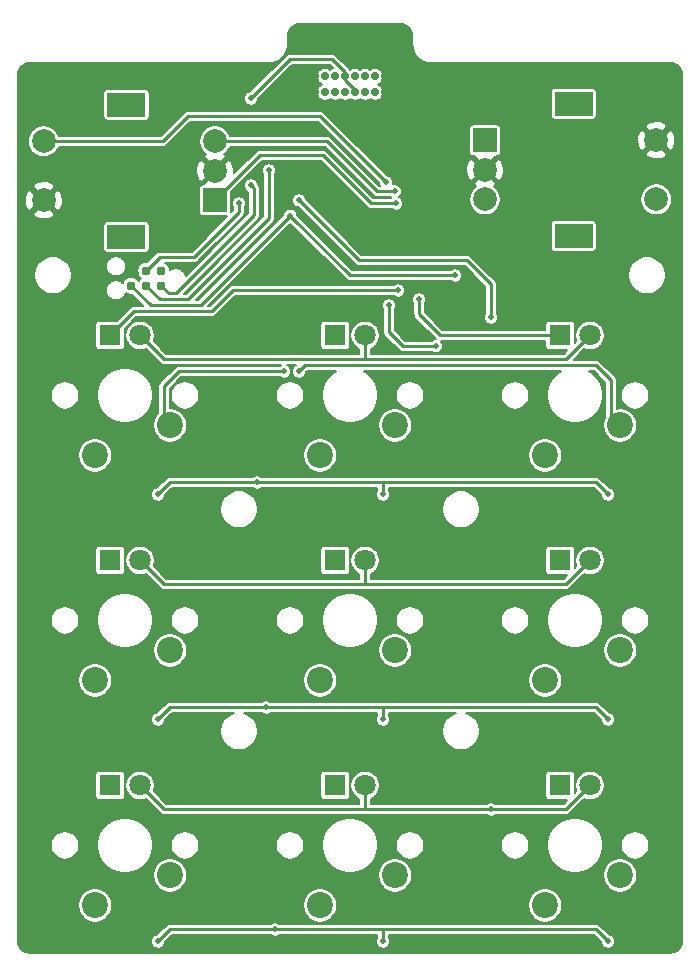
<source format=gbr>
G04 #@! TF.GenerationSoftware,KiCad,Pcbnew,(5.1.9)-1*
G04 #@! TF.CreationDate,2021-03-09T14:09:52+01:00*
G04 #@! TF.ProjectId,OpenMacroPad,4f70656e-4d61-4637-926f-5061642e6b69,rev?*
G04 #@! TF.SameCoordinates,Original*
G04 #@! TF.FileFunction,Copper,L2,Bot*
G04 #@! TF.FilePolarity,Positive*
%FSLAX46Y46*%
G04 Gerber Fmt 4.6, Leading zero omitted, Abs format (unit mm)*
G04 Created by KiCad (PCBNEW (5.1.9)-1) date 2021-03-09 14:09:52*
%MOMM*%
%LPD*%
G01*
G04 APERTURE LIST*
G04 #@! TA.AperFunction,ComponentPad*
%ADD10C,2.200000*%
G04 #@! TD*
G04 #@! TA.AperFunction,ComponentPad*
%ADD11R,2.000000X2.000000*%
G04 #@! TD*
G04 #@! TA.AperFunction,ComponentPad*
%ADD12C,2.000000*%
G04 #@! TD*
G04 #@! TA.AperFunction,ComponentPad*
%ADD13R,3.200000X2.000000*%
G04 #@! TD*
G04 #@! TA.AperFunction,ConnectorPad*
%ADD14C,0.787400*%
G04 #@! TD*
G04 #@! TA.AperFunction,ComponentPad*
%ADD15O,0.900000X1.700000*%
G04 #@! TD*
G04 #@! TA.AperFunction,ComponentPad*
%ADD16O,0.900000X2.400000*%
G04 #@! TD*
G04 #@! TA.AperFunction,ComponentPad*
%ADD17C,0.700000*%
G04 #@! TD*
G04 #@! TA.AperFunction,ComponentPad*
%ADD18C,1.800000*%
G04 #@! TD*
G04 #@! TA.AperFunction,ComponentPad*
%ADD19R,1.800000X1.800000*%
G04 #@! TD*
G04 #@! TA.AperFunction,ViaPad*
%ADD20C,0.500000*%
G04 #@! TD*
G04 #@! TA.AperFunction,Conductor*
%ADD21C,0.250000*%
G04 #@! TD*
G04 #@! TA.AperFunction,Conductor*
%ADD22C,0.254000*%
G04 #@! TD*
G04 #@! TA.AperFunction,Conductor*
%ADD23C,0.200000*%
G04 #@! TD*
G04 #@! TA.AperFunction,Conductor*
%ADD24C,0.100000*%
G04 #@! TD*
G04 APERTURE END LIST*
D10*
X199644000Y-100330000D03*
X193294000Y-102870000D03*
D11*
X188214000Y-76200000D03*
D12*
X188214000Y-78700000D03*
X188214000Y-81200000D03*
D13*
X195714000Y-73100000D03*
X195714000Y-84300000D03*
D12*
X202714000Y-76200000D03*
X202714000Y-81200000D03*
D10*
X199644000Y-138430000D03*
X193294000Y-140970000D03*
X174244000Y-140970000D03*
X180594000Y-138430000D03*
X161544000Y-138430000D03*
X155194000Y-140970000D03*
X193294000Y-121920000D03*
X199644000Y-119380000D03*
X180594000Y-119380000D03*
X174244000Y-121920000D03*
X155194000Y-121920000D03*
X161544000Y-119380000D03*
X174244000Y-102870000D03*
X180594000Y-100330000D03*
X161544000Y-100330000D03*
X155194000Y-102870000D03*
D14*
X158242000Y-87249000D03*
X158242000Y-88519000D03*
X159512000Y-87249000D03*
X159512000Y-88519000D03*
X160782000Y-87249000D03*
X160782000Y-88519000D03*
D15*
X172459000Y-67776000D03*
X181109000Y-67776000D03*
D16*
X172459000Y-71156000D03*
X181109000Y-71156000D03*
D17*
X176359000Y-70786000D03*
X173809000Y-70786000D03*
X174659000Y-70786000D03*
X175509000Y-70786000D03*
X179759000Y-70786000D03*
X178059000Y-70786000D03*
X177209000Y-70786000D03*
X178909000Y-70786000D03*
X173809000Y-72136000D03*
X174659000Y-72136000D03*
X175509000Y-72136000D03*
X176359000Y-72136000D03*
X177209000Y-72136000D03*
X178059000Y-72136000D03*
X178909000Y-72136000D03*
X179759000Y-72136000D03*
D18*
X197104000Y-130810000D03*
D19*
X194564000Y-130810000D03*
D18*
X178054000Y-130810000D03*
D19*
X175514000Y-130810000D03*
D18*
X159004000Y-130810000D03*
D19*
X156464000Y-130810000D03*
D18*
X197104000Y-111760000D03*
D19*
X194564000Y-111760000D03*
D18*
X178054000Y-111760000D03*
D19*
X175514000Y-111760000D03*
D18*
X159004000Y-111760000D03*
D19*
X156464000Y-111760000D03*
D18*
X197104000Y-92710000D03*
D19*
X194564000Y-92710000D03*
D18*
X159004000Y-92710000D03*
D19*
X156464000Y-92710000D03*
D18*
X178054000Y-92710000D03*
D19*
X175514000Y-92710000D03*
D11*
X165354000Y-81280000D03*
D12*
X165354000Y-78780000D03*
X165354000Y-76280000D03*
D13*
X157854000Y-84380000D03*
X157854000Y-73180000D03*
D12*
X150854000Y-81280000D03*
X150854000Y-76280000D03*
D20*
X176784000Y-89662000D03*
X183642000Y-77978000D03*
X179578000Y-74422000D03*
X170434000Y-85852000D03*
X183896000Y-72644000D03*
X188722000Y-70866000D03*
X189738000Y-85090000D03*
X188722000Y-86614000D03*
X190500000Y-72136000D03*
X167640000Y-75438000D03*
X163830000Y-72136000D03*
X170180000Y-87376000D03*
X165100000Y-91948000D03*
X167386000Y-93218000D03*
X174752000Y-78994000D03*
X185928000Y-75184000D03*
X184404000Y-85090000D03*
X185420000Y-90932000D03*
X179832000Y-93726000D03*
X175260000Y-100584000D03*
X179070000Y-96266000D03*
X181102000Y-96266000D03*
X183388000Y-99314000D03*
X174498000Y-108712000D03*
X181102000Y-89916000D03*
X184404000Y-82296000D03*
X178054000Y-73406000D03*
X177292000Y-69596000D03*
X180847990Y-88900010D03*
X182626000Y-89662000D03*
X188722000Y-132842000D03*
X188722000Y-91186000D03*
X172466000Y-81280000D03*
X168402000Y-72644000D03*
X185674000Y-87630000D03*
X171727258Y-82573258D03*
X171196000Y-95758000D03*
X179578000Y-106172000D03*
X160528000Y-106172000D03*
X198628000Y-106172000D03*
X168910000Y-105156000D03*
X184055990Y-93631990D03*
X180086000Y-90170000D03*
X172466000Y-95758000D03*
X179578000Y-125222000D03*
X160528000Y-125222000D03*
X198628000Y-125222000D03*
X169672000Y-124206000D03*
X198628000Y-144018000D03*
X179578000Y-144018000D03*
X160528000Y-144018000D03*
X170434000Y-143002000D03*
X168402000Y-80010000D03*
X167386000Y-81534000D03*
X169926000Y-78740000D03*
X180686113Y-81534000D03*
X180570714Y-80518000D03*
X179832000Y-79756000D03*
D21*
X178054000Y-94742000D02*
X178054000Y-92710000D01*
X161036000Y-94742000D02*
X178054000Y-94742000D01*
X159004000Y-92710000D02*
X161036000Y-94742000D01*
X195072000Y-94742000D02*
X197104000Y-92710000D01*
X178054000Y-94742000D02*
X195072000Y-94742000D01*
X166877990Y-88900010D02*
X180847990Y-88900010D01*
X165100000Y-90678000D02*
X166877990Y-88900010D01*
X158496000Y-90678000D02*
X165100000Y-90678000D01*
X156464000Y-92710000D02*
X158496000Y-90678000D01*
X187452000Y-92710000D02*
X194564000Y-92710000D01*
D22*
X182626000Y-89662000D02*
X182626000Y-90932000D01*
X184404000Y-92710000D02*
X187452000Y-92710000D01*
X182626000Y-90932000D02*
X184404000Y-92710000D01*
D21*
X178054000Y-113792000D02*
X178054000Y-111760000D01*
X161036000Y-113792000D02*
X178054000Y-113792000D01*
X159004000Y-111760000D02*
X161036000Y-113792000D01*
X195072000Y-113792000D02*
X197104000Y-111760000D01*
X178054000Y-113792000D02*
X195072000Y-113792000D01*
X195072000Y-132842000D02*
X197104000Y-130810000D01*
X188722000Y-132842000D02*
X195072000Y-132842000D01*
X178054000Y-132842000D02*
X178054000Y-130810000D01*
X161036000Y-132842000D02*
X178054000Y-132842000D01*
X159004000Y-130810000D02*
X161036000Y-132842000D01*
X178054000Y-132842000D02*
X188722000Y-132842000D01*
D22*
X177546000Y-86360000D02*
X172466000Y-81280000D01*
X186690000Y-86360000D02*
X177546000Y-86360000D01*
X188722000Y-88392000D02*
X186690000Y-86360000D01*
X188722000Y-91186000D02*
X188722000Y-88392000D01*
X176359000Y-71054118D02*
X176359000Y-70786000D01*
X177209000Y-71904118D02*
X176359000Y-71054118D01*
X177209000Y-72136000D02*
X177209000Y-71904118D01*
X175260000Y-69342000D02*
X171704000Y-69342000D01*
X171704000Y-69342000D02*
X168402000Y-72644000D01*
X176359000Y-70441000D02*
X175260000Y-69342000D01*
X176359000Y-70786000D02*
X176359000Y-70441000D01*
X185674000Y-87630000D02*
X176784000Y-87630000D01*
X176784000Y-87630000D02*
X171727258Y-82573258D01*
X164130496Y-90170020D02*
X171727258Y-82573258D01*
X159893020Y-90170020D02*
X164130496Y-90170020D01*
X158242000Y-88519000D02*
X159893020Y-90170020D01*
X162306000Y-95758000D02*
X171196000Y-95758000D01*
X161036000Y-97028000D02*
X162306000Y-95758000D01*
X161036000Y-99822000D02*
X161036000Y-97028000D01*
X161544000Y-100330000D02*
X161036000Y-99822000D01*
D21*
X161544000Y-105156000D02*
X168910000Y-105156000D01*
X160528000Y-106172000D02*
X161544000Y-105156000D01*
X179578000Y-105156000D02*
X168910000Y-105156000D01*
X179578000Y-106172000D02*
X179578000Y-105156000D01*
X197612000Y-105156000D02*
X198628000Y-106172000D01*
X179578000Y-105156000D02*
X197612000Y-105156000D01*
D22*
X180086000Y-92456000D02*
X180086000Y-90170000D01*
X181261990Y-93631990D02*
X180086000Y-92456000D01*
X184055990Y-93631990D02*
X181261990Y-93631990D01*
X198882000Y-99568000D02*
X199644000Y-100330000D01*
X198882000Y-96520000D02*
X198882000Y-99568000D01*
X197612000Y-95250000D02*
X198882000Y-96520000D01*
X172974000Y-95250000D02*
X197612000Y-95250000D01*
X172466000Y-95758000D02*
X172974000Y-95250000D01*
D21*
X161036000Y-124714000D02*
X161544000Y-124206000D01*
X160528000Y-125222000D02*
X161036000Y-124714000D01*
X161544000Y-124206000D02*
X169672000Y-124206000D01*
X179578000Y-124206000D02*
X179578000Y-125222000D01*
X169672000Y-124206000D02*
X179578000Y-124206000D01*
X197612000Y-124206000D02*
X198628000Y-125222000D01*
X179578000Y-124206000D02*
X197612000Y-124206000D01*
X161036000Y-143510000D02*
X161544000Y-143002000D01*
X160528000Y-144018000D02*
X161036000Y-143510000D01*
X161544000Y-143002000D02*
X170434000Y-143002000D01*
X179578000Y-143002000D02*
X179578000Y-144018000D01*
X170434000Y-143002000D02*
X179578000Y-143002000D01*
X197612000Y-143002000D02*
X198628000Y-144018000D01*
X179578000Y-143002000D02*
X197612000Y-143002000D01*
D22*
X168656000Y-80264000D02*
X168402000Y-80010000D01*
X168656000Y-82550000D02*
X168656000Y-80264000D01*
X162052000Y-89154000D02*
X168656000Y-82550000D01*
X161417000Y-89154000D02*
X162052000Y-89154000D01*
X160782000Y-88519000D02*
X161417000Y-89154000D01*
X167386000Y-82296000D02*
X167386000Y-81534000D01*
X160655000Y-86106000D02*
X163576000Y-86106000D01*
X163576000Y-86106000D02*
X167386000Y-82296000D01*
X159512000Y-87249000D02*
X160655000Y-86106000D01*
X169926000Y-82804000D02*
X169926000Y-78740000D01*
X163067990Y-89662010D02*
X169926000Y-82804000D01*
X160655010Y-89662010D02*
X163067990Y-89662010D01*
X159512000Y-88519000D02*
X160655010Y-89662010D01*
X178562000Y-81534000D02*
X180686113Y-81534000D01*
X174498000Y-77470000D02*
X178562000Y-81534000D01*
X169164000Y-77470000D02*
X174498000Y-77470000D01*
X165354000Y-81280000D02*
X169164000Y-77470000D01*
X179070000Y-80518000D02*
X180570714Y-80518000D01*
X174832000Y-76280000D02*
X179070000Y-80518000D01*
X165354000Y-76280000D02*
X174832000Y-76280000D01*
X174244000Y-74168000D02*
X179832000Y-79756000D01*
X163068000Y-74168000D02*
X174244000Y-74168000D01*
X160956000Y-76280000D02*
X163068000Y-74168000D01*
X150854000Y-76280000D02*
X160956000Y-76280000D01*
D23*
X181285247Y-66384526D02*
X181461519Y-66437746D01*
X181624091Y-66524187D01*
X181766784Y-66640564D01*
X181884150Y-66782436D01*
X181971724Y-66944401D01*
X182026172Y-67120292D01*
X182047000Y-67318464D01*
X182047001Y-68087961D01*
X182048424Y-68102410D01*
X182048369Y-68110321D01*
X182048811Y-68114837D01*
X182074719Y-68361340D01*
X182080642Y-68390195D01*
X182086162Y-68419130D01*
X182087474Y-68423475D01*
X182160769Y-68660251D01*
X182172183Y-68687403D01*
X182183218Y-68714715D01*
X182185348Y-68718722D01*
X182303236Y-68936752D01*
X182319709Y-68961174D01*
X182335838Y-68985821D01*
X182338706Y-68989338D01*
X182496698Y-69180318D01*
X182517608Y-69201082D01*
X182538209Y-69222119D01*
X182541705Y-69225012D01*
X182733783Y-69381667D01*
X182758313Y-69397964D01*
X182782624Y-69414610D01*
X182786615Y-69416768D01*
X183005463Y-69533131D01*
X183032705Y-69544359D01*
X183059770Y-69555959D01*
X183064105Y-69557302D01*
X183301386Y-69628942D01*
X183330284Y-69634664D01*
X183359094Y-69640787D01*
X183363608Y-69641262D01*
X183610286Y-69665449D01*
X183610293Y-69665449D01*
X183626040Y-69667000D01*
X203946093Y-69666998D01*
X204145246Y-69686525D01*
X204321519Y-69739745D01*
X204484091Y-69826186D01*
X204626784Y-69942563D01*
X204744150Y-70084435D01*
X204831724Y-70246401D01*
X204886172Y-70422292D01*
X204907000Y-70620464D01*
X204907002Y-144002092D01*
X204887475Y-144201246D01*
X204834254Y-144377521D01*
X204747813Y-144540093D01*
X204631437Y-144682784D01*
X204489568Y-144800148D01*
X204327599Y-144887724D01*
X204151708Y-144942172D01*
X203953536Y-144963000D01*
X149621908Y-144963002D01*
X149422754Y-144943475D01*
X149246479Y-144890254D01*
X149083907Y-144803813D01*
X148941216Y-144687437D01*
X148823852Y-144545568D01*
X148736276Y-144383599D01*
X148681828Y-144207708D01*
X148661000Y-144009536D01*
X148661000Y-143958511D01*
X159924000Y-143958511D01*
X159924000Y-144077489D01*
X159947212Y-144194180D01*
X159992743Y-144304101D01*
X160058843Y-144403027D01*
X160142973Y-144487157D01*
X160241899Y-144553257D01*
X160351820Y-144598788D01*
X160468511Y-144622000D01*
X160587489Y-144622000D01*
X160704180Y-144598788D01*
X160814101Y-144553257D01*
X160913027Y-144487157D01*
X160997157Y-144403027D01*
X161063257Y-144304101D01*
X161108788Y-144194180D01*
X161128544Y-144094864D01*
X161391339Y-143832070D01*
X161391348Y-143832060D01*
X161742408Y-143481000D01*
X170063704Y-143481000D01*
X170147899Y-143537257D01*
X170257820Y-143582788D01*
X170374511Y-143606000D01*
X170493489Y-143606000D01*
X170610180Y-143582788D01*
X170720101Y-143537257D01*
X170804296Y-143481000D01*
X179099000Y-143481000D01*
X179099001Y-143647703D01*
X179042743Y-143731899D01*
X178997212Y-143841820D01*
X178974000Y-143958511D01*
X178974000Y-144077489D01*
X178997212Y-144194180D01*
X179042743Y-144304101D01*
X179108843Y-144403027D01*
X179192973Y-144487157D01*
X179291899Y-144553257D01*
X179401820Y-144598788D01*
X179518511Y-144622000D01*
X179637489Y-144622000D01*
X179754180Y-144598788D01*
X179864101Y-144553257D01*
X179963027Y-144487157D01*
X180047157Y-144403027D01*
X180113257Y-144304101D01*
X180158788Y-144194180D01*
X180182000Y-144077489D01*
X180182000Y-143958511D01*
X180158788Y-143841820D01*
X180113257Y-143731899D01*
X180057000Y-143647704D01*
X180057000Y-143481000D01*
X197413593Y-143481000D01*
X198027456Y-144094864D01*
X198047212Y-144194180D01*
X198092743Y-144304101D01*
X198158843Y-144403027D01*
X198242973Y-144487157D01*
X198341899Y-144553257D01*
X198451820Y-144598788D01*
X198568511Y-144622000D01*
X198687489Y-144622000D01*
X198804180Y-144598788D01*
X198914101Y-144553257D01*
X199013027Y-144487157D01*
X199097157Y-144403027D01*
X199163257Y-144304101D01*
X199208788Y-144194180D01*
X199232000Y-144077489D01*
X199232000Y-143958511D01*
X199208788Y-143841820D01*
X199163257Y-143731899D01*
X199097157Y-143632973D01*
X199013027Y-143548843D01*
X198914101Y-143482743D01*
X198804180Y-143437212D01*
X198704864Y-143417456D01*
X197967347Y-142679940D01*
X197952343Y-142661657D01*
X197879405Y-142601800D01*
X197796192Y-142557321D01*
X197705900Y-142529931D01*
X197635526Y-142523000D01*
X197635523Y-142523000D01*
X197612000Y-142520683D01*
X197588477Y-142523000D01*
X179601526Y-142523000D01*
X179578000Y-142520683D01*
X179554474Y-142523000D01*
X170804296Y-142523000D01*
X170720101Y-142466743D01*
X170610180Y-142421212D01*
X170493489Y-142398000D01*
X170374511Y-142398000D01*
X170257820Y-142421212D01*
X170147899Y-142466743D01*
X170063704Y-142523000D01*
X161567520Y-142523000D01*
X161543999Y-142520683D01*
X161520478Y-142523000D01*
X161520474Y-142523000D01*
X161450100Y-142529931D01*
X161359808Y-142557321D01*
X161334565Y-142570814D01*
X161276593Y-142601800D01*
X161221930Y-142646661D01*
X161203657Y-142661657D01*
X161188661Y-142679930D01*
X160713940Y-143154652D01*
X160713930Y-143154661D01*
X160451136Y-143417456D01*
X160351820Y-143437212D01*
X160241899Y-143482743D01*
X160142973Y-143548843D01*
X160058843Y-143632973D01*
X159992743Y-143731899D01*
X159947212Y-143841820D01*
X159924000Y-143958511D01*
X148661000Y-143958511D01*
X148661000Y-140826794D01*
X153740000Y-140826794D01*
X153740000Y-141113206D01*
X153795877Y-141394116D01*
X153905482Y-141658727D01*
X154064605Y-141896871D01*
X154267129Y-142099395D01*
X154505273Y-142258518D01*
X154769884Y-142368123D01*
X155050794Y-142424000D01*
X155337206Y-142424000D01*
X155618116Y-142368123D01*
X155882727Y-142258518D01*
X156120871Y-142099395D01*
X156323395Y-141896871D01*
X156482518Y-141658727D01*
X156592123Y-141394116D01*
X156648000Y-141113206D01*
X156648000Y-140826794D01*
X172790000Y-140826794D01*
X172790000Y-141113206D01*
X172845877Y-141394116D01*
X172955482Y-141658727D01*
X173114605Y-141896871D01*
X173317129Y-142099395D01*
X173555273Y-142258518D01*
X173819884Y-142368123D01*
X174100794Y-142424000D01*
X174387206Y-142424000D01*
X174668116Y-142368123D01*
X174932727Y-142258518D01*
X175170871Y-142099395D01*
X175373395Y-141896871D01*
X175532518Y-141658727D01*
X175642123Y-141394116D01*
X175698000Y-141113206D01*
X175698000Y-140826794D01*
X191840000Y-140826794D01*
X191840000Y-141113206D01*
X191895877Y-141394116D01*
X192005482Y-141658727D01*
X192164605Y-141896871D01*
X192367129Y-142099395D01*
X192605273Y-142258518D01*
X192869884Y-142368123D01*
X193150794Y-142424000D01*
X193437206Y-142424000D01*
X193718116Y-142368123D01*
X193982727Y-142258518D01*
X194220871Y-142099395D01*
X194423395Y-141896871D01*
X194582518Y-141658727D01*
X194692123Y-141394116D01*
X194748000Y-141113206D01*
X194748000Y-140826794D01*
X194692123Y-140545884D01*
X194582518Y-140281273D01*
X194423395Y-140043129D01*
X194220871Y-139840605D01*
X193982727Y-139681482D01*
X193718116Y-139571877D01*
X193437206Y-139516000D01*
X193150794Y-139516000D01*
X192869884Y-139571877D01*
X192605273Y-139681482D01*
X192367129Y-139840605D01*
X192164605Y-140043129D01*
X192005482Y-140281273D01*
X191895877Y-140545884D01*
X191840000Y-140826794D01*
X175698000Y-140826794D01*
X175642123Y-140545884D01*
X175532518Y-140281273D01*
X175373395Y-140043129D01*
X175170871Y-139840605D01*
X174932727Y-139681482D01*
X174668116Y-139571877D01*
X174387206Y-139516000D01*
X174100794Y-139516000D01*
X173819884Y-139571877D01*
X173555273Y-139681482D01*
X173317129Y-139840605D01*
X173114605Y-140043129D01*
X172955482Y-140281273D01*
X172845877Y-140545884D01*
X172790000Y-140826794D01*
X156648000Y-140826794D01*
X156592123Y-140545884D01*
X156482518Y-140281273D01*
X156323395Y-140043129D01*
X156120871Y-139840605D01*
X155882727Y-139681482D01*
X155618116Y-139571877D01*
X155337206Y-139516000D01*
X155050794Y-139516000D01*
X154769884Y-139571877D01*
X154505273Y-139681482D01*
X154267129Y-139840605D01*
X154064605Y-140043129D01*
X153905482Y-140281273D01*
X153795877Y-140545884D01*
X153740000Y-140826794D01*
X148661000Y-140826794D01*
X148661000Y-138286794D01*
X160090000Y-138286794D01*
X160090000Y-138573206D01*
X160145877Y-138854116D01*
X160255482Y-139118727D01*
X160414605Y-139356871D01*
X160617129Y-139559395D01*
X160855273Y-139718518D01*
X161119884Y-139828123D01*
X161400794Y-139884000D01*
X161687206Y-139884000D01*
X161968116Y-139828123D01*
X162232727Y-139718518D01*
X162470871Y-139559395D01*
X162673395Y-139356871D01*
X162832518Y-139118727D01*
X162942123Y-138854116D01*
X162998000Y-138573206D01*
X162998000Y-138286794D01*
X179140000Y-138286794D01*
X179140000Y-138573206D01*
X179195877Y-138854116D01*
X179305482Y-139118727D01*
X179464605Y-139356871D01*
X179667129Y-139559395D01*
X179905273Y-139718518D01*
X180169884Y-139828123D01*
X180450794Y-139884000D01*
X180737206Y-139884000D01*
X181018116Y-139828123D01*
X181282727Y-139718518D01*
X181520871Y-139559395D01*
X181723395Y-139356871D01*
X181882518Y-139118727D01*
X181992123Y-138854116D01*
X182048000Y-138573206D01*
X182048000Y-138286794D01*
X198190000Y-138286794D01*
X198190000Y-138573206D01*
X198245877Y-138854116D01*
X198355482Y-139118727D01*
X198514605Y-139356871D01*
X198717129Y-139559395D01*
X198955273Y-139718518D01*
X199219884Y-139828123D01*
X199500794Y-139884000D01*
X199787206Y-139884000D01*
X200068116Y-139828123D01*
X200332727Y-139718518D01*
X200570871Y-139559395D01*
X200773395Y-139356871D01*
X200932518Y-139118727D01*
X201042123Y-138854116D01*
X201098000Y-138573206D01*
X201098000Y-138286794D01*
X201042123Y-138005884D01*
X200932518Y-137741273D01*
X200773395Y-137503129D01*
X200570871Y-137300605D01*
X200332727Y-137141482D01*
X200068116Y-137031877D01*
X199787206Y-136976000D01*
X199500794Y-136976000D01*
X199219884Y-137031877D01*
X198955273Y-137141482D01*
X198717129Y-137300605D01*
X198514605Y-137503129D01*
X198355482Y-137741273D01*
X198245877Y-138005884D01*
X198190000Y-138286794D01*
X182048000Y-138286794D01*
X181992123Y-138005884D01*
X181882518Y-137741273D01*
X181723395Y-137503129D01*
X181520871Y-137300605D01*
X181282727Y-137141482D01*
X181018116Y-137031877D01*
X180737206Y-136976000D01*
X180450794Y-136976000D01*
X180169884Y-137031877D01*
X179905273Y-137141482D01*
X179667129Y-137300605D01*
X179464605Y-137503129D01*
X179305482Y-137741273D01*
X179195877Y-138005884D01*
X179140000Y-138286794D01*
X162998000Y-138286794D01*
X162942123Y-138005884D01*
X162832518Y-137741273D01*
X162673395Y-137503129D01*
X162470871Y-137300605D01*
X162232727Y-137141482D01*
X161968116Y-137031877D01*
X161687206Y-136976000D01*
X161400794Y-136976000D01*
X161119884Y-137031877D01*
X160855273Y-137141482D01*
X160617129Y-137300605D01*
X160414605Y-137503129D01*
X160255482Y-137741273D01*
X160145877Y-138005884D01*
X160090000Y-138286794D01*
X148661000Y-138286794D01*
X148661000Y-135771416D01*
X151450000Y-135771416D01*
X151450000Y-136008584D01*
X151496269Y-136241194D01*
X151587029Y-136460308D01*
X151718792Y-136657505D01*
X151886495Y-136825208D01*
X152083692Y-136956971D01*
X152302806Y-137047731D01*
X152535416Y-137094000D01*
X152772584Y-137094000D01*
X153005194Y-137047731D01*
X153224308Y-136956971D01*
X153421505Y-136825208D01*
X153589208Y-136657505D01*
X153720971Y-136460308D01*
X153811731Y-136241194D01*
X153858000Y-136008584D01*
X153858000Y-135771416D01*
X153835471Y-135658151D01*
X155380000Y-135658151D01*
X155380000Y-136121849D01*
X155470463Y-136576636D01*
X155647912Y-137005037D01*
X155905529Y-137390588D01*
X156233412Y-137718471D01*
X156618963Y-137976088D01*
X157047364Y-138153537D01*
X157502151Y-138244000D01*
X157965849Y-138244000D01*
X158420636Y-138153537D01*
X158849037Y-137976088D01*
X159234588Y-137718471D01*
X159562471Y-137390588D01*
X159820088Y-137005037D01*
X159997537Y-136576636D01*
X160088000Y-136121849D01*
X160088000Y-135771416D01*
X161610000Y-135771416D01*
X161610000Y-136008584D01*
X161656269Y-136241194D01*
X161747029Y-136460308D01*
X161878792Y-136657505D01*
X162046495Y-136825208D01*
X162243692Y-136956971D01*
X162462806Y-137047731D01*
X162695416Y-137094000D01*
X162932584Y-137094000D01*
X163165194Y-137047731D01*
X163384308Y-136956971D01*
X163581505Y-136825208D01*
X163749208Y-136657505D01*
X163880971Y-136460308D01*
X163971731Y-136241194D01*
X164018000Y-136008584D01*
X164018000Y-135771416D01*
X170500000Y-135771416D01*
X170500000Y-136008584D01*
X170546269Y-136241194D01*
X170637029Y-136460308D01*
X170768792Y-136657505D01*
X170936495Y-136825208D01*
X171133692Y-136956971D01*
X171352806Y-137047731D01*
X171585416Y-137094000D01*
X171822584Y-137094000D01*
X172055194Y-137047731D01*
X172274308Y-136956971D01*
X172471505Y-136825208D01*
X172639208Y-136657505D01*
X172770971Y-136460308D01*
X172861731Y-136241194D01*
X172908000Y-136008584D01*
X172908000Y-135771416D01*
X172885471Y-135658151D01*
X174430000Y-135658151D01*
X174430000Y-136121849D01*
X174520463Y-136576636D01*
X174697912Y-137005037D01*
X174955529Y-137390588D01*
X175283412Y-137718471D01*
X175668963Y-137976088D01*
X176097364Y-138153537D01*
X176552151Y-138244000D01*
X177015849Y-138244000D01*
X177470636Y-138153537D01*
X177899037Y-137976088D01*
X178284588Y-137718471D01*
X178612471Y-137390588D01*
X178870088Y-137005037D01*
X179047537Y-136576636D01*
X179138000Y-136121849D01*
X179138000Y-135771416D01*
X180660000Y-135771416D01*
X180660000Y-136008584D01*
X180706269Y-136241194D01*
X180797029Y-136460308D01*
X180928792Y-136657505D01*
X181096495Y-136825208D01*
X181293692Y-136956971D01*
X181512806Y-137047731D01*
X181745416Y-137094000D01*
X181982584Y-137094000D01*
X182215194Y-137047731D01*
X182434308Y-136956971D01*
X182631505Y-136825208D01*
X182799208Y-136657505D01*
X182930971Y-136460308D01*
X183021731Y-136241194D01*
X183068000Y-136008584D01*
X183068000Y-135771416D01*
X189550000Y-135771416D01*
X189550000Y-136008584D01*
X189596269Y-136241194D01*
X189687029Y-136460308D01*
X189818792Y-136657505D01*
X189986495Y-136825208D01*
X190183692Y-136956971D01*
X190402806Y-137047731D01*
X190635416Y-137094000D01*
X190872584Y-137094000D01*
X191105194Y-137047731D01*
X191324308Y-136956971D01*
X191521505Y-136825208D01*
X191689208Y-136657505D01*
X191820971Y-136460308D01*
X191911731Y-136241194D01*
X191958000Y-136008584D01*
X191958000Y-135771416D01*
X191935471Y-135658151D01*
X193480000Y-135658151D01*
X193480000Y-136121849D01*
X193570463Y-136576636D01*
X193747912Y-137005037D01*
X194005529Y-137390588D01*
X194333412Y-137718471D01*
X194718963Y-137976088D01*
X195147364Y-138153537D01*
X195602151Y-138244000D01*
X196065849Y-138244000D01*
X196520636Y-138153537D01*
X196949037Y-137976088D01*
X197334588Y-137718471D01*
X197662471Y-137390588D01*
X197920088Y-137005037D01*
X198097537Y-136576636D01*
X198188000Y-136121849D01*
X198188000Y-135771416D01*
X199710000Y-135771416D01*
X199710000Y-136008584D01*
X199756269Y-136241194D01*
X199847029Y-136460308D01*
X199978792Y-136657505D01*
X200146495Y-136825208D01*
X200343692Y-136956971D01*
X200562806Y-137047731D01*
X200795416Y-137094000D01*
X201032584Y-137094000D01*
X201265194Y-137047731D01*
X201484308Y-136956971D01*
X201681505Y-136825208D01*
X201849208Y-136657505D01*
X201980971Y-136460308D01*
X202071731Y-136241194D01*
X202118000Y-136008584D01*
X202118000Y-135771416D01*
X202071731Y-135538806D01*
X201980971Y-135319692D01*
X201849208Y-135122495D01*
X201681505Y-134954792D01*
X201484308Y-134823029D01*
X201265194Y-134732269D01*
X201032584Y-134686000D01*
X200795416Y-134686000D01*
X200562806Y-134732269D01*
X200343692Y-134823029D01*
X200146495Y-134954792D01*
X199978792Y-135122495D01*
X199847029Y-135319692D01*
X199756269Y-135538806D01*
X199710000Y-135771416D01*
X198188000Y-135771416D01*
X198188000Y-135658151D01*
X198097537Y-135203364D01*
X197920088Y-134774963D01*
X197662471Y-134389412D01*
X197334588Y-134061529D01*
X196949037Y-133803912D01*
X196520636Y-133626463D01*
X196065849Y-133536000D01*
X195602151Y-133536000D01*
X195147364Y-133626463D01*
X194718963Y-133803912D01*
X194333412Y-134061529D01*
X194005529Y-134389412D01*
X193747912Y-134774963D01*
X193570463Y-135203364D01*
X193480000Y-135658151D01*
X191935471Y-135658151D01*
X191911731Y-135538806D01*
X191820971Y-135319692D01*
X191689208Y-135122495D01*
X191521505Y-134954792D01*
X191324308Y-134823029D01*
X191105194Y-134732269D01*
X190872584Y-134686000D01*
X190635416Y-134686000D01*
X190402806Y-134732269D01*
X190183692Y-134823029D01*
X189986495Y-134954792D01*
X189818792Y-135122495D01*
X189687029Y-135319692D01*
X189596269Y-135538806D01*
X189550000Y-135771416D01*
X183068000Y-135771416D01*
X183021731Y-135538806D01*
X182930971Y-135319692D01*
X182799208Y-135122495D01*
X182631505Y-134954792D01*
X182434308Y-134823029D01*
X182215194Y-134732269D01*
X181982584Y-134686000D01*
X181745416Y-134686000D01*
X181512806Y-134732269D01*
X181293692Y-134823029D01*
X181096495Y-134954792D01*
X180928792Y-135122495D01*
X180797029Y-135319692D01*
X180706269Y-135538806D01*
X180660000Y-135771416D01*
X179138000Y-135771416D01*
X179138000Y-135658151D01*
X179047537Y-135203364D01*
X178870088Y-134774963D01*
X178612471Y-134389412D01*
X178284588Y-134061529D01*
X177899037Y-133803912D01*
X177470636Y-133626463D01*
X177015849Y-133536000D01*
X176552151Y-133536000D01*
X176097364Y-133626463D01*
X175668963Y-133803912D01*
X175283412Y-134061529D01*
X174955529Y-134389412D01*
X174697912Y-134774963D01*
X174520463Y-135203364D01*
X174430000Y-135658151D01*
X172885471Y-135658151D01*
X172861731Y-135538806D01*
X172770971Y-135319692D01*
X172639208Y-135122495D01*
X172471505Y-134954792D01*
X172274308Y-134823029D01*
X172055194Y-134732269D01*
X171822584Y-134686000D01*
X171585416Y-134686000D01*
X171352806Y-134732269D01*
X171133692Y-134823029D01*
X170936495Y-134954792D01*
X170768792Y-135122495D01*
X170637029Y-135319692D01*
X170546269Y-135538806D01*
X170500000Y-135771416D01*
X164018000Y-135771416D01*
X163971731Y-135538806D01*
X163880971Y-135319692D01*
X163749208Y-135122495D01*
X163581505Y-134954792D01*
X163384308Y-134823029D01*
X163165194Y-134732269D01*
X162932584Y-134686000D01*
X162695416Y-134686000D01*
X162462806Y-134732269D01*
X162243692Y-134823029D01*
X162046495Y-134954792D01*
X161878792Y-135122495D01*
X161747029Y-135319692D01*
X161656269Y-135538806D01*
X161610000Y-135771416D01*
X160088000Y-135771416D01*
X160088000Y-135658151D01*
X159997537Y-135203364D01*
X159820088Y-134774963D01*
X159562471Y-134389412D01*
X159234588Y-134061529D01*
X158849037Y-133803912D01*
X158420636Y-133626463D01*
X157965849Y-133536000D01*
X157502151Y-133536000D01*
X157047364Y-133626463D01*
X156618963Y-133803912D01*
X156233412Y-134061529D01*
X155905529Y-134389412D01*
X155647912Y-134774963D01*
X155470463Y-135203364D01*
X155380000Y-135658151D01*
X153835471Y-135658151D01*
X153811731Y-135538806D01*
X153720971Y-135319692D01*
X153589208Y-135122495D01*
X153421505Y-134954792D01*
X153224308Y-134823029D01*
X153005194Y-134732269D01*
X152772584Y-134686000D01*
X152535416Y-134686000D01*
X152302806Y-134732269D01*
X152083692Y-134823029D01*
X151886495Y-134954792D01*
X151718792Y-135122495D01*
X151587029Y-135319692D01*
X151496269Y-135538806D01*
X151450000Y-135771416D01*
X148661000Y-135771416D01*
X148661000Y-129910000D01*
X155208288Y-129910000D01*
X155208288Y-131710000D01*
X155215123Y-131779396D01*
X155235365Y-131846125D01*
X155268236Y-131907623D01*
X155312474Y-131961526D01*
X155366377Y-132005764D01*
X155427875Y-132038635D01*
X155494604Y-132058877D01*
X155564000Y-132065712D01*
X157364000Y-132065712D01*
X157433396Y-132058877D01*
X157500125Y-132038635D01*
X157561623Y-132005764D01*
X157615526Y-131961526D01*
X157659764Y-131907623D01*
X157692635Y-131846125D01*
X157712877Y-131779396D01*
X157719712Y-131710000D01*
X157719712Y-130686492D01*
X157750000Y-130686492D01*
X157750000Y-130933508D01*
X157798190Y-131175778D01*
X157892719Y-131403992D01*
X158029954Y-131609379D01*
X158204621Y-131784046D01*
X158410008Y-131921281D01*
X158638222Y-132015810D01*
X158880492Y-132064000D01*
X159127508Y-132064000D01*
X159369778Y-132015810D01*
X159484771Y-131968178D01*
X160680657Y-133164065D01*
X160695657Y-133182343D01*
X160738417Y-133217435D01*
X160768594Y-133242200D01*
X160813073Y-133265974D01*
X160851808Y-133286679D01*
X160942100Y-133314069D01*
X161012474Y-133321000D01*
X161012477Y-133321000D01*
X161036000Y-133323317D01*
X161059523Y-133321000D01*
X178030474Y-133321000D01*
X178054000Y-133323317D01*
X178077526Y-133321000D01*
X188351704Y-133321000D01*
X188435899Y-133377257D01*
X188545820Y-133422788D01*
X188662511Y-133446000D01*
X188781489Y-133446000D01*
X188898180Y-133422788D01*
X189008101Y-133377257D01*
X189092296Y-133321000D01*
X195048477Y-133321000D01*
X195072000Y-133323317D01*
X195095523Y-133321000D01*
X195095526Y-133321000D01*
X195165900Y-133314069D01*
X195256192Y-133286679D01*
X195339405Y-133242200D01*
X195412343Y-133182343D01*
X195427347Y-133164060D01*
X196623229Y-131968179D01*
X196738222Y-132015810D01*
X196980492Y-132064000D01*
X197227508Y-132064000D01*
X197469778Y-132015810D01*
X197697992Y-131921281D01*
X197903379Y-131784046D01*
X198078046Y-131609379D01*
X198215281Y-131403992D01*
X198309810Y-131175778D01*
X198358000Y-130933508D01*
X198358000Y-130686492D01*
X198309810Y-130444222D01*
X198215281Y-130216008D01*
X198078046Y-130010621D01*
X197903379Y-129835954D01*
X197697992Y-129698719D01*
X197469778Y-129604190D01*
X197227508Y-129556000D01*
X196980492Y-129556000D01*
X196738222Y-129604190D01*
X196510008Y-129698719D01*
X196304621Y-129835954D01*
X196129954Y-130010621D01*
X195992719Y-130216008D01*
X195898190Y-130444222D01*
X195850000Y-130686492D01*
X195850000Y-130933508D01*
X195898190Y-131175778D01*
X195945821Y-131290771D01*
X195819712Y-131416880D01*
X195819712Y-129910000D01*
X195812877Y-129840604D01*
X195792635Y-129773875D01*
X195759764Y-129712377D01*
X195715526Y-129658474D01*
X195661623Y-129614236D01*
X195600125Y-129581365D01*
X195533396Y-129561123D01*
X195464000Y-129554288D01*
X193664000Y-129554288D01*
X193594604Y-129561123D01*
X193527875Y-129581365D01*
X193466377Y-129614236D01*
X193412474Y-129658474D01*
X193368236Y-129712377D01*
X193335365Y-129773875D01*
X193315123Y-129840604D01*
X193308288Y-129910000D01*
X193308288Y-131710000D01*
X193315123Y-131779396D01*
X193335365Y-131846125D01*
X193368236Y-131907623D01*
X193412474Y-131961526D01*
X193466377Y-132005764D01*
X193527875Y-132038635D01*
X193594604Y-132058877D01*
X193664000Y-132065712D01*
X195170881Y-132065712D01*
X194873593Y-132363000D01*
X189092296Y-132363000D01*
X189008101Y-132306743D01*
X188898180Y-132261212D01*
X188781489Y-132238000D01*
X188662511Y-132238000D01*
X188545820Y-132261212D01*
X188435899Y-132306743D01*
X188351704Y-132363000D01*
X178533000Y-132363000D01*
X178533000Y-131968912D01*
X178647992Y-131921281D01*
X178853379Y-131784046D01*
X179028046Y-131609379D01*
X179165281Y-131403992D01*
X179259810Y-131175778D01*
X179308000Y-130933508D01*
X179308000Y-130686492D01*
X179259810Y-130444222D01*
X179165281Y-130216008D01*
X179028046Y-130010621D01*
X178853379Y-129835954D01*
X178647992Y-129698719D01*
X178419778Y-129604190D01*
X178177508Y-129556000D01*
X177930492Y-129556000D01*
X177688222Y-129604190D01*
X177460008Y-129698719D01*
X177254621Y-129835954D01*
X177079954Y-130010621D01*
X176942719Y-130216008D01*
X176848190Y-130444222D01*
X176800000Y-130686492D01*
X176800000Y-130933508D01*
X176848190Y-131175778D01*
X176942719Y-131403992D01*
X177079954Y-131609379D01*
X177254621Y-131784046D01*
X177460008Y-131921281D01*
X177575000Y-131968912D01*
X177575000Y-132363000D01*
X161234408Y-132363000D01*
X160162178Y-131290771D01*
X160209810Y-131175778D01*
X160258000Y-130933508D01*
X160258000Y-130686492D01*
X160209810Y-130444222D01*
X160115281Y-130216008D01*
X159978046Y-130010621D01*
X159877425Y-129910000D01*
X174258288Y-129910000D01*
X174258288Y-131710000D01*
X174265123Y-131779396D01*
X174285365Y-131846125D01*
X174318236Y-131907623D01*
X174362474Y-131961526D01*
X174416377Y-132005764D01*
X174477875Y-132038635D01*
X174544604Y-132058877D01*
X174614000Y-132065712D01*
X176414000Y-132065712D01*
X176483396Y-132058877D01*
X176550125Y-132038635D01*
X176611623Y-132005764D01*
X176665526Y-131961526D01*
X176709764Y-131907623D01*
X176742635Y-131846125D01*
X176762877Y-131779396D01*
X176769712Y-131710000D01*
X176769712Y-129910000D01*
X176762877Y-129840604D01*
X176742635Y-129773875D01*
X176709764Y-129712377D01*
X176665526Y-129658474D01*
X176611623Y-129614236D01*
X176550125Y-129581365D01*
X176483396Y-129561123D01*
X176414000Y-129554288D01*
X174614000Y-129554288D01*
X174544604Y-129561123D01*
X174477875Y-129581365D01*
X174416377Y-129614236D01*
X174362474Y-129658474D01*
X174318236Y-129712377D01*
X174285365Y-129773875D01*
X174265123Y-129840604D01*
X174258288Y-129910000D01*
X159877425Y-129910000D01*
X159803379Y-129835954D01*
X159597992Y-129698719D01*
X159369778Y-129604190D01*
X159127508Y-129556000D01*
X158880492Y-129556000D01*
X158638222Y-129604190D01*
X158410008Y-129698719D01*
X158204621Y-129835954D01*
X158029954Y-130010621D01*
X157892719Y-130216008D01*
X157798190Y-130444222D01*
X157750000Y-130686492D01*
X157719712Y-130686492D01*
X157719712Y-129910000D01*
X157712877Y-129840604D01*
X157692635Y-129773875D01*
X157659764Y-129712377D01*
X157615526Y-129658474D01*
X157561623Y-129614236D01*
X157500125Y-129581365D01*
X157433396Y-129561123D01*
X157364000Y-129554288D01*
X155564000Y-129554288D01*
X155494604Y-129561123D01*
X155427875Y-129581365D01*
X155366377Y-129614236D01*
X155312474Y-129658474D01*
X155268236Y-129712377D01*
X155235365Y-129773875D01*
X155215123Y-129840604D01*
X155208288Y-129910000D01*
X148661000Y-129910000D01*
X148661000Y-125162511D01*
X159924000Y-125162511D01*
X159924000Y-125281489D01*
X159947212Y-125398180D01*
X159992743Y-125508101D01*
X160058843Y-125607027D01*
X160142973Y-125691157D01*
X160241899Y-125757257D01*
X160351820Y-125802788D01*
X160468511Y-125826000D01*
X160587489Y-125826000D01*
X160704180Y-125802788D01*
X160814101Y-125757257D01*
X160913027Y-125691157D01*
X160997157Y-125607027D01*
X161063257Y-125508101D01*
X161108788Y-125398180D01*
X161128544Y-125298864D01*
X161391339Y-125036070D01*
X161391348Y-125036060D01*
X161742408Y-124685000D01*
X166971626Y-124685000D01*
X166918130Y-124695641D01*
X166626221Y-124816554D01*
X166363510Y-124992092D01*
X166140092Y-125215510D01*
X165964554Y-125478221D01*
X165843641Y-125770130D01*
X165782000Y-126080020D01*
X165782000Y-126395980D01*
X165843641Y-126705870D01*
X165964554Y-126997779D01*
X166140092Y-127260490D01*
X166363510Y-127483908D01*
X166626221Y-127659446D01*
X166918130Y-127780359D01*
X167228020Y-127842000D01*
X167543980Y-127842000D01*
X167853870Y-127780359D01*
X168145779Y-127659446D01*
X168408490Y-127483908D01*
X168631908Y-127260490D01*
X168807446Y-126997779D01*
X168928359Y-126705870D01*
X168990000Y-126395980D01*
X168990000Y-126080020D01*
X168928359Y-125770130D01*
X168807446Y-125478221D01*
X168631908Y-125215510D01*
X168408490Y-124992092D01*
X168145779Y-124816554D01*
X167853870Y-124695641D01*
X167800374Y-124685000D01*
X169301704Y-124685000D01*
X169385899Y-124741257D01*
X169495820Y-124786788D01*
X169612511Y-124810000D01*
X169731489Y-124810000D01*
X169848180Y-124786788D01*
X169958101Y-124741257D01*
X170042296Y-124685000D01*
X179099000Y-124685000D01*
X179099001Y-124851703D01*
X179042743Y-124935899D01*
X178997212Y-125045820D01*
X178974000Y-125162511D01*
X178974000Y-125281489D01*
X178997212Y-125398180D01*
X179042743Y-125508101D01*
X179108843Y-125607027D01*
X179192973Y-125691157D01*
X179291899Y-125757257D01*
X179401820Y-125802788D01*
X179518511Y-125826000D01*
X179637489Y-125826000D01*
X179754180Y-125802788D01*
X179864101Y-125757257D01*
X179963027Y-125691157D01*
X180047157Y-125607027D01*
X180113257Y-125508101D01*
X180158788Y-125398180D01*
X180182000Y-125281489D01*
X180182000Y-125162511D01*
X180158788Y-125045820D01*
X180113257Y-124935899D01*
X180057000Y-124851704D01*
X180057000Y-124685000D01*
X185767626Y-124685000D01*
X185714130Y-124695641D01*
X185422221Y-124816554D01*
X185159510Y-124992092D01*
X184936092Y-125215510D01*
X184760554Y-125478221D01*
X184639641Y-125770130D01*
X184578000Y-126080020D01*
X184578000Y-126395980D01*
X184639641Y-126705870D01*
X184760554Y-126997779D01*
X184936092Y-127260490D01*
X185159510Y-127483908D01*
X185422221Y-127659446D01*
X185714130Y-127780359D01*
X186024020Y-127842000D01*
X186339980Y-127842000D01*
X186649870Y-127780359D01*
X186941779Y-127659446D01*
X187204490Y-127483908D01*
X187427908Y-127260490D01*
X187603446Y-126997779D01*
X187724359Y-126705870D01*
X187786000Y-126395980D01*
X187786000Y-126080020D01*
X187724359Y-125770130D01*
X187603446Y-125478221D01*
X187427908Y-125215510D01*
X187204490Y-124992092D01*
X186941779Y-124816554D01*
X186649870Y-124695641D01*
X186596374Y-124685000D01*
X197413593Y-124685000D01*
X198027456Y-125298864D01*
X198047212Y-125398180D01*
X198092743Y-125508101D01*
X198158843Y-125607027D01*
X198242973Y-125691157D01*
X198341899Y-125757257D01*
X198451820Y-125802788D01*
X198568511Y-125826000D01*
X198687489Y-125826000D01*
X198804180Y-125802788D01*
X198914101Y-125757257D01*
X199013027Y-125691157D01*
X199097157Y-125607027D01*
X199163257Y-125508101D01*
X199208788Y-125398180D01*
X199232000Y-125281489D01*
X199232000Y-125162511D01*
X199208788Y-125045820D01*
X199163257Y-124935899D01*
X199097157Y-124836973D01*
X199013027Y-124752843D01*
X198914101Y-124686743D01*
X198804180Y-124641212D01*
X198704864Y-124621456D01*
X197967347Y-123883940D01*
X197952343Y-123865657D01*
X197879405Y-123805800D01*
X197796192Y-123761321D01*
X197705900Y-123733931D01*
X197635526Y-123727000D01*
X197635523Y-123727000D01*
X197612000Y-123724683D01*
X197588477Y-123727000D01*
X179601526Y-123727000D01*
X179578000Y-123724683D01*
X179554474Y-123727000D01*
X170042296Y-123727000D01*
X169958101Y-123670743D01*
X169848180Y-123625212D01*
X169731489Y-123602000D01*
X169612511Y-123602000D01*
X169495820Y-123625212D01*
X169385899Y-123670743D01*
X169301704Y-123727000D01*
X161567520Y-123727000D01*
X161543999Y-123724683D01*
X161520478Y-123727000D01*
X161520474Y-123727000D01*
X161450100Y-123733931D01*
X161359808Y-123761321D01*
X161334565Y-123774814D01*
X161276593Y-123805800D01*
X161221930Y-123850661D01*
X161203657Y-123865657D01*
X161188661Y-123883930D01*
X160713940Y-124358652D01*
X160713930Y-124358661D01*
X160451136Y-124621456D01*
X160351820Y-124641212D01*
X160241899Y-124686743D01*
X160142973Y-124752843D01*
X160058843Y-124836973D01*
X159992743Y-124935899D01*
X159947212Y-125045820D01*
X159924000Y-125162511D01*
X148661000Y-125162511D01*
X148661000Y-121776794D01*
X153740000Y-121776794D01*
X153740000Y-122063206D01*
X153795877Y-122344116D01*
X153905482Y-122608727D01*
X154064605Y-122846871D01*
X154267129Y-123049395D01*
X154505273Y-123208518D01*
X154769884Y-123318123D01*
X155050794Y-123374000D01*
X155337206Y-123374000D01*
X155618116Y-123318123D01*
X155882727Y-123208518D01*
X156120871Y-123049395D01*
X156323395Y-122846871D01*
X156482518Y-122608727D01*
X156592123Y-122344116D01*
X156648000Y-122063206D01*
X156648000Y-121776794D01*
X172790000Y-121776794D01*
X172790000Y-122063206D01*
X172845877Y-122344116D01*
X172955482Y-122608727D01*
X173114605Y-122846871D01*
X173317129Y-123049395D01*
X173555273Y-123208518D01*
X173819884Y-123318123D01*
X174100794Y-123374000D01*
X174387206Y-123374000D01*
X174668116Y-123318123D01*
X174932727Y-123208518D01*
X175170871Y-123049395D01*
X175373395Y-122846871D01*
X175532518Y-122608727D01*
X175642123Y-122344116D01*
X175698000Y-122063206D01*
X175698000Y-121776794D01*
X191840000Y-121776794D01*
X191840000Y-122063206D01*
X191895877Y-122344116D01*
X192005482Y-122608727D01*
X192164605Y-122846871D01*
X192367129Y-123049395D01*
X192605273Y-123208518D01*
X192869884Y-123318123D01*
X193150794Y-123374000D01*
X193437206Y-123374000D01*
X193718116Y-123318123D01*
X193982727Y-123208518D01*
X194220871Y-123049395D01*
X194423395Y-122846871D01*
X194582518Y-122608727D01*
X194692123Y-122344116D01*
X194748000Y-122063206D01*
X194748000Y-121776794D01*
X194692123Y-121495884D01*
X194582518Y-121231273D01*
X194423395Y-120993129D01*
X194220871Y-120790605D01*
X193982727Y-120631482D01*
X193718116Y-120521877D01*
X193437206Y-120466000D01*
X193150794Y-120466000D01*
X192869884Y-120521877D01*
X192605273Y-120631482D01*
X192367129Y-120790605D01*
X192164605Y-120993129D01*
X192005482Y-121231273D01*
X191895877Y-121495884D01*
X191840000Y-121776794D01*
X175698000Y-121776794D01*
X175642123Y-121495884D01*
X175532518Y-121231273D01*
X175373395Y-120993129D01*
X175170871Y-120790605D01*
X174932727Y-120631482D01*
X174668116Y-120521877D01*
X174387206Y-120466000D01*
X174100794Y-120466000D01*
X173819884Y-120521877D01*
X173555273Y-120631482D01*
X173317129Y-120790605D01*
X173114605Y-120993129D01*
X172955482Y-121231273D01*
X172845877Y-121495884D01*
X172790000Y-121776794D01*
X156648000Y-121776794D01*
X156592123Y-121495884D01*
X156482518Y-121231273D01*
X156323395Y-120993129D01*
X156120871Y-120790605D01*
X155882727Y-120631482D01*
X155618116Y-120521877D01*
X155337206Y-120466000D01*
X155050794Y-120466000D01*
X154769884Y-120521877D01*
X154505273Y-120631482D01*
X154267129Y-120790605D01*
X154064605Y-120993129D01*
X153905482Y-121231273D01*
X153795877Y-121495884D01*
X153740000Y-121776794D01*
X148661000Y-121776794D01*
X148661000Y-119236794D01*
X160090000Y-119236794D01*
X160090000Y-119523206D01*
X160145877Y-119804116D01*
X160255482Y-120068727D01*
X160414605Y-120306871D01*
X160617129Y-120509395D01*
X160855273Y-120668518D01*
X161119884Y-120778123D01*
X161400794Y-120834000D01*
X161687206Y-120834000D01*
X161968116Y-120778123D01*
X162232727Y-120668518D01*
X162470871Y-120509395D01*
X162673395Y-120306871D01*
X162832518Y-120068727D01*
X162942123Y-119804116D01*
X162998000Y-119523206D01*
X162998000Y-119236794D01*
X179140000Y-119236794D01*
X179140000Y-119523206D01*
X179195877Y-119804116D01*
X179305482Y-120068727D01*
X179464605Y-120306871D01*
X179667129Y-120509395D01*
X179905273Y-120668518D01*
X180169884Y-120778123D01*
X180450794Y-120834000D01*
X180737206Y-120834000D01*
X181018116Y-120778123D01*
X181282727Y-120668518D01*
X181520871Y-120509395D01*
X181723395Y-120306871D01*
X181882518Y-120068727D01*
X181992123Y-119804116D01*
X182048000Y-119523206D01*
X182048000Y-119236794D01*
X198190000Y-119236794D01*
X198190000Y-119523206D01*
X198245877Y-119804116D01*
X198355482Y-120068727D01*
X198514605Y-120306871D01*
X198717129Y-120509395D01*
X198955273Y-120668518D01*
X199219884Y-120778123D01*
X199500794Y-120834000D01*
X199787206Y-120834000D01*
X200068116Y-120778123D01*
X200332727Y-120668518D01*
X200570871Y-120509395D01*
X200773395Y-120306871D01*
X200932518Y-120068727D01*
X201042123Y-119804116D01*
X201098000Y-119523206D01*
X201098000Y-119236794D01*
X201042123Y-118955884D01*
X200932518Y-118691273D01*
X200773395Y-118453129D01*
X200570871Y-118250605D01*
X200332727Y-118091482D01*
X200068116Y-117981877D01*
X199787206Y-117926000D01*
X199500794Y-117926000D01*
X199219884Y-117981877D01*
X198955273Y-118091482D01*
X198717129Y-118250605D01*
X198514605Y-118453129D01*
X198355482Y-118691273D01*
X198245877Y-118955884D01*
X198190000Y-119236794D01*
X182048000Y-119236794D01*
X181992123Y-118955884D01*
X181882518Y-118691273D01*
X181723395Y-118453129D01*
X181520871Y-118250605D01*
X181282727Y-118091482D01*
X181018116Y-117981877D01*
X180737206Y-117926000D01*
X180450794Y-117926000D01*
X180169884Y-117981877D01*
X179905273Y-118091482D01*
X179667129Y-118250605D01*
X179464605Y-118453129D01*
X179305482Y-118691273D01*
X179195877Y-118955884D01*
X179140000Y-119236794D01*
X162998000Y-119236794D01*
X162942123Y-118955884D01*
X162832518Y-118691273D01*
X162673395Y-118453129D01*
X162470871Y-118250605D01*
X162232727Y-118091482D01*
X161968116Y-117981877D01*
X161687206Y-117926000D01*
X161400794Y-117926000D01*
X161119884Y-117981877D01*
X160855273Y-118091482D01*
X160617129Y-118250605D01*
X160414605Y-118453129D01*
X160255482Y-118691273D01*
X160145877Y-118955884D01*
X160090000Y-119236794D01*
X148661000Y-119236794D01*
X148661000Y-116721416D01*
X151450000Y-116721416D01*
X151450000Y-116958584D01*
X151496269Y-117191194D01*
X151587029Y-117410308D01*
X151718792Y-117607505D01*
X151886495Y-117775208D01*
X152083692Y-117906971D01*
X152302806Y-117997731D01*
X152535416Y-118044000D01*
X152772584Y-118044000D01*
X153005194Y-117997731D01*
X153224308Y-117906971D01*
X153421505Y-117775208D01*
X153589208Y-117607505D01*
X153720971Y-117410308D01*
X153811731Y-117191194D01*
X153858000Y-116958584D01*
X153858000Y-116721416D01*
X153835471Y-116608151D01*
X155380000Y-116608151D01*
X155380000Y-117071849D01*
X155470463Y-117526636D01*
X155647912Y-117955037D01*
X155905529Y-118340588D01*
X156233412Y-118668471D01*
X156618963Y-118926088D01*
X157047364Y-119103537D01*
X157502151Y-119194000D01*
X157965849Y-119194000D01*
X158420636Y-119103537D01*
X158849037Y-118926088D01*
X159234588Y-118668471D01*
X159562471Y-118340588D01*
X159820088Y-117955037D01*
X159997537Y-117526636D01*
X160088000Y-117071849D01*
X160088000Y-116721416D01*
X161610000Y-116721416D01*
X161610000Y-116958584D01*
X161656269Y-117191194D01*
X161747029Y-117410308D01*
X161878792Y-117607505D01*
X162046495Y-117775208D01*
X162243692Y-117906971D01*
X162462806Y-117997731D01*
X162695416Y-118044000D01*
X162932584Y-118044000D01*
X163165194Y-117997731D01*
X163384308Y-117906971D01*
X163581505Y-117775208D01*
X163749208Y-117607505D01*
X163880971Y-117410308D01*
X163971731Y-117191194D01*
X164018000Y-116958584D01*
X164018000Y-116721416D01*
X170500000Y-116721416D01*
X170500000Y-116958584D01*
X170546269Y-117191194D01*
X170637029Y-117410308D01*
X170768792Y-117607505D01*
X170936495Y-117775208D01*
X171133692Y-117906971D01*
X171352806Y-117997731D01*
X171585416Y-118044000D01*
X171822584Y-118044000D01*
X172055194Y-117997731D01*
X172274308Y-117906971D01*
X172471505Y-117775208D01*
X172639208Y-117607505D01*
X172770971Y-117410308D01*
X172861731Y-117191194D01*
X172908000Y-116958584D01*
X172908000Y-116721416D01*
X172885471Y-116608151D01*
X174430000Y-116608151D01*
X174430000Y-117071849D01*
X174520463Y-117526636D01*
X174697912Y-117955037D01*
X174955529Y-118340588D01*
X175283412Y-118668471D01*
X175668963Y-118926088D01*
X176097364Y-119103537D01*
X176552151Y-119194000D01*
X177015849Y-119194000D01*
X177470636Y-119103537D01*
X177899037Y-118926088D01*
X178284588Y-118668471D01*
X178612471Y-118340588D01*
X178870088Y-117955037D01*
X179047537Y-117526636D01*
X179138000Y-117071849D01*
X179138000Y-116721416D01*
X180660000Y-116721416D01*
X180660000Y-116958584D01*
X180706269Y-117191194D01*
X180797029Y-117410308D01*
X180928792Y-117607505D01*
X181096495Y-117775208D01*
X181293692Y-117906971D01*
X181512806Y-117997731D01*
X181745416Y-118044000D01*
X181982584Y-118044000D01*
X182215194Y-117997731D01*
X182434308Y-117906971D01*
X182631505Y-117775208D01*
X182799208Y-117607505D01*
X182930971Y-117410308D01*
X183021731Y-117191194D01*
X183068000Y-116958584D01*
X183068000Y-116721416D01*
X189550000Y-116721416D01*
X189550000Y-116958584D01*
X189596269Y-117191194D01*
X189687029Y-117410308D01*
X189818792Y-117607505D01*
X189986495Y-117775208D01*
X190183692Y-117906971D01*
X190402806Y-117997731D01*
X190635416Y-118044000D01*
X190872584Y-118044000D01*
X191105194Y-117997731D01*
X191324308Y-117906971D01*
X191521505Y-117775208D01*
X191689208Y-117607505D01*
X191820971Y-117410308D01*
X191911731Y-117191194D01*
X191958000Y-116958584D01*
X191958000Y-116721416D01*
X191935471Y-116608151D01*
X193480000Y-116608151D01*
X193480000Y-117071849D01*
X193570463Y-117526636D01*
X193747912Y-117955037D01*
X194005529Y-118340588D01*
X194333412Y-118668471D01*
X194718963Y-118926088D01*
X195147364Y-119103537D01*
X195602151Y-119194000D01*
X196065849Y-119194000D01*
X196520636Y-119103537D01*
X196949037Y-118926088D01*
X197334588Y-118668471D01*
X197662471Y-118340588D01*
X197920088Y-117955037D01*
X198097537Y-117526636D01*
X198188000Y-117071849D01*
X198188000Y-116721416D01*
X199710000Y-116721416D01*
X199710000Y-116958584D01*
X199756269Y-117191194D01*
X199847029Y-117410308D01*
X199978792Y-117607505D01*
X200146495Y-117775208D01*
X200343692Y-117906971D01*
X200562806Y-117997731D01*
X200795416Y-118044000D01*
X201032584Y-118044000D01*
X201265194Y-117997731D01*
X201484308Y-117906971D01*
X201681505Y-117775208D01*
X201849208Y-117607505D01*
X201980971Y-117410308D01*
X202071731Y-117191194D01*
X202118000Y-116958584D01*
X202118000Y-116721416D01*
X202071731Y-116488806D01*
X201980971Y-116269692D01*
X201849208Y-116072495D01*
X201681505Y-115904792D01*
X201484308Y-115773029D01*
X201265194Y-115682269D01*
X201032584Y-115636000D01*
X200795416Y-115636000D01*
X200562806Y-115682269D01*
X200343692Y-115773029D01*
X200146495Y-115904792D01*
X199978792Y-116072495D01*
X199847029Y-116269692D01*
X199756269Y-116488806D01*
X199710000Y-116721416D01*
X198188000Y-116721416D01*
X198188000Y-116608151D01*
X198097537Y-116153364D01*
X197920088Y-115724963D01*
X197662471Y-115339412D01*
X197334588Y-115011529D01*
X196949037Y-114753912D01*
X196520636Y-114576463D01*
X196065849Y-114486000D01*
X195602151Y-114486000D01*
X195147364Y-114576463D01*
X194718963Y-114753912D01*
X194333412Y-115011529D01*
X194005529Y-115339412D01*
X193747912Y-115724963D01*
X193570463Y-116153364D01*
X193480000Y-116608151D01*
X191935471Y-116608151D01*
X191911731Y-116488806D01*
X191820971Y-116269692D01*
X191689208Y-116072495D01*
X191521505Y-115904792D01*
X191324308Y-115773029D01*
X191105194Y-115682269D01*
X190872584Y-115636000D01*
X190635416Y-115636000D01*
X190402806Y-115682269D01*
X190183692Y-115773029D01*
X189986495Y-115904792D01*
X189818792Y-116072495D01*
X189687029Y-116269692D01*
X189596269Y-116488806D01*
X189550000Y-116721416D01*
X183068000Y-116721416D01*
X183021731Y-116488806D01*
X182930971Y-116269692D01*
X182799208Y-116072495D01*
X182631505Y-115904792D01*
X182434308Y-115773029D01*
X182215194Y-115682269D01*
X181982584Y-115636000D01*
X181745416Y-115636000D01*
X181512806Y-115682269D01*
X181293692Y-115773029D01*
X181096495Y-115904792D01*
X180928792Y-116072495D01*
X180797029Y-116269692D01*
X180706269Y-116488806D01*
X180660000Y-116721416D01*
X179138000Y-116721416D01*
X179138000Y-116608151D01*
X179047537Y-116153364D01*
X178870088Y-115724963D01*
X178612471Y-115339412D01*
X178284588Y-115011529D01*
X177899037Y-114753912D01*
X177470636Y-114576463D01*
X177015849Y-114486000D01*
X176552151Y-114486000D01*
X176097364Y-114576463D01*
X175668963Y-114753912D01*
X175283412Y-115011529D01*
X174955529Y-115339412D01*
X174697912Y-115724963D01*
X174520463Y-116153364D01*
X174430000Y-116608151D01*
X172885471Y-116608151D01*
X172861731Y-116488806D01*
X172770971Y-116269692D01*
X172639208Y-116072495D01*
X172471505Y-115904792D01*
X172274308Y-115773029D01*
X172055194Y-115682269D01*
X171822584Y-115636000D01*
X171585416Y-115636000D01*
X171352806Y-115682269D01*
X171133692Y-115773029D01*
X170936495Y-115904792D01*
X170768792Y-116072495D01*
X170637029Y-116269692D01*
X170546269Y-116488806D01*
X170500000Y-116721416D01*
X164018000Y-116721416D01*
X163971731Y-116488806D01*
X163880971Y-116269692D01*
X163749208Y-116072495D01*
X163581505Y-115904792D01*
X163384308Y-115773029D01*
X163165194Y-115682269D01*
X162932584Y-115636000D01*
X162695416Y-115636000D01*
X162462806Y-115682269D01*
X162243692Y-115773029D01*
X162046495Y-115904792D01*
X161878792Y-116072495D01*
X161747029Y-116269692D01*
X161656269Y-116488806D01*
X161610000Y-116721416D01*
X160088000Y-116721416D01*
X160088000Y-116608151D01*
X159997537Y-116153364D01*
X159820088Y-115724963D01*
X159562471Y-115339412D01*
X159234588Y-115011529D01*
X158849037Y-114753912D01*
X158420636Y-114576463D01*
X157965849Y-114486000D01*
X157502151Y-114486000D01*
X157047364Y-114576463D01*
X156618963Y-114753912D01*
X156233412Y-115011529D01*
X155905529Y-115339412D01*
X155647912Y-115724963D01*
X155470463Y-116153364D01*
X155380000Y-116608151D01*
X153835471Y-116608151D01*
X153811731Y-116488806D01*
X153720971Y-116269692D01*
X153589208Y-116072495D01*
X153421505Y-115904792D01*
X153224308Y-115773029D01*
X153005194Y-115682269D01*
X152772584Y-115636000D01*
X152535416Y-115636000D01*
X152302806Y-115682269D01*
X152083692Y-115773029D01*
X151886495Y-115904792D01*
X151718792Y-116072495D01*
X151587029Y-116269692D01*
X151496269Y-116488806D01*
X151450000Y-116721416D01*
X148661000Y-116721416D01*
X148661000Y-110860000D01*
X155208288Y-110860000D01*
X155208288Y-112660000D01*
X155215123Y-112729396D01*
X155235365Y-112796125D01*
X155268236Y-112857623D01*
X155312474Y-112911526D01*
X155366377Y-112955764D01*
X155427875Y-112988635D01*
X155494604Y-113008877D01*
X155564000Y-113015712D01*
X157364000Y-113015712D01*
X157433396Y-113008877D01*
X157500125Y-112988635D01*
X157561623Y-112955764D01*
X157615526Y-112911526D01*
X157659764Y-112857623D01*
X157692635Y-112796125D01*
X157712877Y-112729396D01*
X157719712Y-112660000D01*
X157719712Y-111636492D01*
X157750000Y-111636492D01*
X157750000Y-111883508D01*
X157798190Y-112125778D01*
X157892719Y-112353992D01*
X158029954Y-112559379D01*
X158204621Y-112734046D01*
X158410008Y-112871281D01*
X158638222Y-112965810D01*
X158880492Y-113014000D01*
X159127508Y-113014000D01*
X159369778Y-112965810D01*
X159484771Y-112918178D01*
X160680657Y-114114065D01*
X160695657Y-114132343D01*
X160738417Y-114167435D01*
X160768594Y-114192200D01*
X160813073Y-114215974D01*
X160851808Y-114236679D01*
X160942100Y-114264069D01*
X161012474Y-114271000D01*
X161012477Y-114271000D01*
X161036000Y-114273317D01*
X161059523Y-114271000D01*
X178030474Y-114271000D01*
X178054000Y-114273317D01*
X178077526Y-114271000D01*
X195048477Y-114271000D01*
X195072000Y-114273317D01*
X195095523Y-114271000D01*
X195095526Y-114271000D01*
X195165900Y-114264069D01*
X195256192Y-114236679D01*
X195339405Y-114192200D01*
X195412343Y-114132343D01*
X195427347Y-114114060D01*
X196623229Y-112918179D01*
X196738222Y-112965810D01*
X196980492Y-113014000D01*
X197227508Y-113014000D01*
X197469778Y-112965810D01*
X197697992Y-112871281D01*
X197903379Y-112734046D01*
X198078046Y-112559379D01*
X198215281Y-112353992D01*
X198309810Y-112125778D01*
X198358000Y-111883508D01*
X198358000Y-111636492D01*
X198309810Y-111394222D01*
X198215281Y-111166008D01*
X198078046Y-110960621D01*
X197903379Y-110785954D01*
X197697992Y-110648719D01*
X197469778Y-110554190D01*
X197227508Y-110506000D01*
X196980492Y-110506000D01*
X196738222Y-110554190D01*
X196510008Y-110648719D01*
X196304621Y-110785954D01*
X196129954Y-110960621D01*
X195992719Y-111166008D01*
X195898190Y-111394222D01*
X195850000Y-111636492D01*
X195850000Y-111883508D01*
X195898190Y-112125778D01*
X195945821Y-112240771D01*
X195819712Y-112366880D01*
X195819712Y-110860000D01*
X195812877Y-110790604D01*
X195792635Y-110723875D01*
X195759764Y-110662377D01*
X195715526Y-110608474D01*
X195661623Y-110564236D01*
X195600125Y-110531365D01*
X195533396Y-110511123D01*
X195464000Y-110504288D01*
X193664000Y-110504288D01*
X193594604Y-110511123D01*
X193527875Y-110531365D01*
X193466377Y-110564236D01*
X193412474Y-110608474D01*
X193368236Y-110662377D01*
X193335365Y-110723875D01*
X193315123Y-110790604D01*
X193308288Y-110860000D01*
X193308288Y-112660000D01*
X193315123Y-112729396D01*
X193335365Y-112796125D01*
X193368236Y-112857623D01*
X193412474Y-112911526D01*
X193466377Y-112955764D01*
X193527875Y-112988635D01*
X193594604Y-113008877D01*
X193664000Y-113015712D01*
X195170881Y-113015712D01*
X194873593Y-113313000D01*
X178533000Y-113313000D01*
X178533000Y-112918912D01*
X178647992Y-112871281D01*
X178853379Y-112734046D01*
X179028046Y-112559379D01*
X179165281Y-112353992D01*
X179259810Y-112125778D01*
X179308000Y-111883508D01*
X179308000Y-111636492D01*
X179259810Y-111394222D01*
X179165281Y-111166008D01*
X179028046Y-110960621D01*
X178853379Y-110785954D01*
X178647992Y-110648719D01*
X178419778Y-110554190D01*
X178177508Y-110506000D01*
X177930492Y-110506000D01*
X177688222Y-110554190D01*
X177460008Y-110648719D01*
X177254621Y-110785954D01*
X177079954Y-110960621D01*
X176942719Y-111166008D01*
X176848190Y-111394222D01*
X176800000Y-111636492D01*
X176800000Y-111883508D01*
X176848190Y-112125778D01*
X176942719Y-112353992D01*
X177079954Y-112559379D01*
X177254621Y-112734046D01*
X177460008Y-112871281D01*
X177575000Y-112918912D01*
X177575000Y-113313000D01*
X161234408Y-113313000D01*
X160162178Y-112240771D01*
X160209810Y-112125778D01*
X160258000Y-111883508D01*
X160258000Y-111636492D01*
X160209810Y-111394222D01*
X160115281Y-111166008D01*
X159978046Y-110960621D01*
X159877425Y-110860000D01*
X174258288Y-110860000D01*
X174258288Y-112660000D01*
X174265123Y-112729396D01*
X174285365Y-112796125D01*
X174318236Y-112857623D01*
X174362474Y-112911526D01*
X174416377Y-112955764D01*
X174477875Y-112988635D01*
X174544604Y-113008877D01*
X174614000Y-113015712D01*
X176414000Y-113015712D01*
X176483396Y-113008877D01*
X176550125Y-112988635D01*
X176611623Y-112955764D01*
X176665526Y-112911526D01*
X176709764Y-112857623D01*
X176742635Y-112796125D01*
X176762877Y-112729396D01*
X176769712Y-112660000D01*
X176769712Y-110860000D01*
X176762877Y-110790604D01*
X176742635Y-110723875D01*
X176709764Y-110662377D01*
X176665526Y-110608474D01*
X176611623Y-110564236D01*
X176550125Y-110531365D01*
X176483396Y-110511123D01*
X176414000Y-110504288D01*
X174614000Y-110504288D01*
X174544604Y-110511123D01*
X174477875Y-110531365D01*
X174416377Y-110564236D01*
X174362474Y-110608474D01*
X174318236Y-110662377D01*
X174285365Y-110723875D01*
X174265123Y-110790604D01*
X174258288Y-110860000D01*
X159877425Y-110860000D01*
X159803379Y-110785954D01*
X159597992Y-110648719D01*
X159369778Y-110554190D01*
X159127508Y-110506000D01*
X158880492Y-110506000D01*
X158638222Y-110554190D01*
X158410008Y-110648719D01*
X158204621Y-110785954D01*
X158029954Y-110960621D01*
X157892719Y-111166008D01*
X157798190Y-111394222D01*
X157750000Y-111636492D01*
X157719712Y-111636492D01*
X157719712Y-110860000D01*
X157712877Y-110790604D01*
X157692635Y-110723875D01*
X157659764Y-110662377D01*
X157615526Y-110608474D01*
X157561623Y-110564236D01*
X157500125Y-110531365D01*
X157433396Y-110511123D01*
X157364000Y-110504288D01*
X155564000Y-110504288D01*
X155494604Y-110511123D01*
X155427875Y-110531365D01*
X155366377Y-110564236D01*
X155312474Y-110608474D01*
X155268236Y-110662377D01*
X155235365Y-110723875D01*
X155215123Y-110790604D01*
X155208288Y-110860000D01*
X148661000Y-110860000D01*
X148661000Y-107284020D01*
X165782000Y-107284020D01*
X165782000Y-107599980D01*
X165843641Y-107909870D01*
X165964554Y-108201779D01*
X166140092Y-108464490D01*
X166363510Y-108687908D01*
X166626221Y-108863446D01*
X166918130Y-108984359D01*
X167228020Y-109046000D01*
X167543980Y-109046000D01*
X167853870Y-108984359D01*
X168145779Y-108863446D01*
X168408490Y-108687908D01*
X168631908Y-108464490D01*
X168807446Y-108201779D01*
X168928359Y-107909870D01*
X168990000Y-107599980D01*
X168990000Y-107284020D01*
X184578000Y-107284020D01*
X184578000Y-107599980D01*
X184639641Y-107909870D01*
X184760554Y-108201779D01*
X184936092Y-108464490D01*
X185159510Y-108687908D01*
X185422221Y-108863446D01*
X185714130Y-108984359D01*
X186024020Y-109046000D01*
X186339980Y-109046000D01*
X186649870Y-108984359D01*
X186941779Y-108863446D01*
X187204490Y-108687908D01*
X187427908Y-108464490D01*
X187603446Y-108201779D01*
X187724359Y-107909870D01*
X187786000Y-107599980D01*
X187786000Y-107284020D01*
X187724359Y-106974130D01*
X187603446Y-106682221D01*
X187427908Y-106419510D01*
X187204490Y-106196092D01*
X186941779Y-106020554D01*
X186649870Y-105899641D01*
X186339980Y-105838000D01*
X186024020Y-105838000D01*
X185714130Y-105899641D01*
X185422221Y-106020554D01*
X185159510Y-106196092D01*
X184936092Y-106419510D01*
X184760554Y-106682221D01*
X184639641Y-106974130D01*
X184578000Y-107284020D01*
X168990000Y-107284020D01*
X168928359Y-106974130D01*
X168807446Y-106682221D01*
X168631908Y-106419510D01*
X168408490Y-106196092D01*
X168145779Y-106020554D01*
X167853870Y-105899641D01*
X167543980Y-105838000D01*
X167228020Y-105838000D01*
X166918130Y-105899641D01*
X166626221Y-106020554D01*
X166363510Y-106196092D01*
X166140092Y-106419510D01*
X165964554Y-106682221D01*
X165843641Y-106974130D01*
X165782000Y-107284020D01*
X148661000Y-107284020D01*
X148661000Y-106112511D01*
X159924000Y-106112511D01*
X159924000Y-106231489D01*
X159947212Y-106348180D01*
X159992743Y-106458101D01*
X160058843Y-106557027D01*
X160142973Y-106641157D01*
X160241899Y-106707257D01*
X160351820Y-106752788D01*
X160468511Y-106776000D01*
X160587489Y-106776000D01*
X160704180Y-106752788D01*
X160814101Y-106707257D01*
X160913027Y-106641157D01*
X160997157Y-106557027D01*
X161063257Y-106458101D01*
X161108788Y-106348180D01*
X161128544Y-106248863D01*
X161742408Y-105635000D01*
X168539704Y-105635000D01*
X168623899Y-105691257D01*
X168733820Y-105736788D01*
X168850511Y-105760000D01*
X168969489Y-105760000D01*
X169086180Y-105736788D01*
X169196101Y-105691257D01*
X169280296Y-105635000D01*
X179099001Y-105635000D01*
X179099000Y-105801704D01*
X179042743Y-105885899D01*
X178997212Y-105995820D01*
X178974000Y-106112511D01*
X178974000Y-106231489D01*
X178997212Y-106348180D01*
X179042743Y-106458101D01*
X179108843Y-106557027D01*
X179192973Y-106641157D01*
X179291899Y-106707257D01*
X179401820Y-106752788D01*
X179518511Y-106776000D01*
X179637489Y-106776000D01*
X179754180Y-106752788D01*
X179864101Y-106707257D01*
X179963027Y-106641157D01*
X180047157Y-106557027D01*
X180113257Y-106458101D01*
X180158788Y-106348180D01*
X180182000Y-106231489D01*
X180182000Y-106112511D01*
X180158788Y-105995820D01*
X180113257Y-105885899D01*
X180057000Y-105801704D01*
X180057000Y-105635000D01*
X197413593Y-105635000D01*
X198027456Y-106248864D01*
X198047212Y-106348180D01*
X198092743Y-106458101D01*
X198158843Y-106557027D01*
X198242973Y-106641157D01*
X198341899Y-106707257D01*
X198451820Y-106752788D01*
X198568511Y-106776000D01*
X198687489Y-106776000D01*
X198804180Y-106752788D01*
X198914101Y-106707257D01*
X199013027Y-106641157D01*
X199097157Y-106557027D01*
X199163257Y-106458101D01*
X199208788Y-106348180D01*
X199232000Y-106231489D01*
X199232000Y-106112511D01*
X199208788Y-105995820D01*
X199163257Y-105885899D01*
X199097157Y-105786973D01*
X199013027Y-105702843D01*
X198914101Y-105636743D01*
X198804180Y-105591212D01*
X198704864Y-105571456D01*
X197967347Y-104833940D01*
X197952343Y-104815657D01*
X197879405Y-104755800D01*
X197796192Y-104711321D01*
X197705900Y-104683931D01*
X197635526Y-104677000D01*
X197635523Y-104677000D01*
X197612000Y-104674683D01*
X197588477Y-104677000D01*
X179601526Y-104677000D01*
X179578000Y-104674683D01*
X179554474Y-104677000D01*
X169280296Y-104677000D01*
X169196101Y-104620743D01*
X169086180Y-104575212D01*
X168969489Y-104552000D01*
X168850511Y-104552000D01*
X168733820Y-104575212D01*
X168623899Y-104620743D01*
X168539704Y-104677000D01*
X161567523Y-104677000D01*
X161544000Y-104674683D01*
X161520477Y-104677000D01*
X161520474Y-104677000D01*
X161450100Y-104683931D01*
X161359808Y-104711321D01*
X161321073Y-104732026D01*
X161276594Y-104755800D01*
X161258106Y-104770973D01*
X161203657Y-104815657D01*
X161188657Y-104833935D01*
X160451137Y-105571456D01*
X160351820Y-105591212D01*
X160241899Y-105636743D01*
X160142973Y-105702843D01*
X160058843Y-105786973D01*
X159992743Y-105885899D01*
X159947212Y-105995820D01*
X159924000Y-106112511D01*
X148661000Y-106112511D01*
X148661000Y-102726794D01*
X153740000Y-102726794D01*
X153740000Y-103013206D01*
X153795877Y-103294116D01*
X153905482Y-103558727D01*
X154064605Y-103796871D01*
X154267129Y-103999395D01*
X154505273Y-104158518D01*
X154769884Y-104268123D01*
X155050794Y-104324000D01*
X155337206Y-104324000D01*
X155618116Y-104268123D01*
X155882727Y-104158518D01*
X156120871Y-103999395D01*
X156323395Y-103796871D01*
X156482518Y-103558727D01*
X156592123Y-103294116D01*
X156648000Y-103013206D01*
X156648000Y-102726794D01*
X172790000Y-102726794D01*
X172790000Y-103013206D01*
X172845877Y-103294116D01*
X172955482Y-103558727D01*
X173114605Y-103796871D01*
X173317129Y-103999395D01*
X173555273Y-104158518D01*
X173819884Y-104268123D01*
X174100794Y-104324000D01*
X174387206Y-104324000D01*
X174668116Y-104268123D01*
X174932727Y-104158518D01*
X175170871Y-103999395D01*
X175373395Y-103796871D01*
X175532518Y-103558727D01*
X175642123Y-103294116D01*
X175698000Y-103013206D01*
X175698000Y-102726794D01*
X191840000Y-102726794D01*
X191840000Y-103013206D01*
X191895877Y-103294116D01*
X192005482Y-103558727D01*
X192164605Y-103796871D01*
X192367129Y-103999395D01*
X192605273Y-104158518D01*
X192869884Y-104268123D01*
X193150794Y-104324000D01*
X193437206Y-104324000D01*
X193718116Y-104268123D01*
X193982727Y-104158518D01*
X194220871Y-103999395D01*
X194423395Y-103796871D01*
X194582518Y-103558727D01*
X194692123Y-103294116D01*
X194748000Y-103013206D01*
X194748000Y-102726794D01*
X194692123Y-102445884D01*
X194582518Y-102181273D01*
X194423395Y-101943129D01*
X194220871Y-101740605D01*
X193982727Y-101581482D01*
X193718116Y-101471877D01*
X193437206Y-101416000D01*
X193150794Y-101416000D01*
X192869884Y-101471877D01*
X192605273Y-101581482D01*
X192367129Y-101740605D01*
X192164605Y-101943129D01*
X192005482Y-102181273D01*
X191895877Y-102445884D01*
X191840000Y-102726794D01*
X175698000Y-102726794D01*
X175642123Y-102445884D01*
X175532518Y-102181273D01*
X175373395Y-101943129D01*
X175170871Y-101740605D01*
X174932727Y-101581482D01*
X174668116Y-101471877D01*
X174387206Y-101416000D01*
X174100794Y-101416000D01*
X173819884Y-101471877D01*
X173555273Y-101581482D01*
X173317129Y-101740605D01*
X173114605Y-101943129D01*
X172955482Y-102181273D01*
X172845877Y-102445884D01*
X172790000Y-102726794D01*
X156648000Y-102726794D01*
X156592123Y-102445884D01*
X156482518Y-102181273D01*
X156323395Y-101943129D01*
X156120871Y-101740605D01*
X155882727Y-101581482D01*
X155618116Y-101471877D01*
X155337206Y-101416000D01*
X155050794Y-101416000D01*
X154769884Y-101471877D01*
X154505273Y-101581482D01*
X154267129Y-101740605D01*
X154064605Y-101943129D01*
X153905482Y-102181273D01*
X153795877Y-102445884D01*
X153740000Y-102726794D01*
X148661000Y-102726794D01*
X148661000Y-97671416D01*
X151450000Y-97671416D01*
X151450000Y-97908584D01*
X151496269Y-98141194D01*
X151587029Y-98360308D01*
X151718792Y-98557505D01*
X151886495Y-98725208D01*
X152083692Y-98856971D01*
X152302806Y-98947731D01*
X152535416Y-98994000D01*
X152772584Y-98994000D01*
X153005194Y-98947731D01*
X153224308Y-98856971D01*
X153421505Y-98725208D01*
X153589208Y-98557505D01*
X153720971Y-98360308D01*
X153811731Y-98141194D01*
X153858000Y-97908584D01*
X153858000Y-97671416D01*
X153835471Y-97558151D01*
X155380000Y-97558151D01*
X155380000Y-98021849D01*
X155470463Y-98476636D01*
X155647912Y-98905037D01*
X155905529Y-99290588D01*
X156233412Y-99618471D01*
X156618963Y-99876088D01*
X157047364Y-100053537D01*
X157502151Y-100144000D01*
X157965849Y-100144000D01*
X158420636Y-100053537D01*
X158849037Y-99876088D01*
X159234588Y-99618471D01*
X159562471Y-99290588D01*
X159820088Y-98905037D01*
X159997537Y-98476636D01*
X160088000Y-98021849D01*
X160088000Y-97558151D01*
X159997537Y-97103364D01*
X159820088Y-96674963D01*
X159562471Y-96289412D01*
X159234588Y-95961529D01*
X158849037Y-95703912D01*
X158420636Y-95526463D01*
X157965849Y-95436000D01*
X157502151Y-95436000D01*
X157047364Y-95526463D01*
X156618963Y-95703912D01*
X156233412Y-95961529D01*
X155905529Y-96289412D01*
X155647912Y-96674963D01*
X155470463Y-97103364D01*
X155380000Y-97558151D01*
X153835471Y-97558151D01*
X153811731Y-97438806D01*
X153720971Y-97219692D01*
X153589208Y-97022495D01*
X153421505Y-96854792D01*
X153224308Y-96723029D01*
X153005194Y-96632269D01*
X152772584Y-96586000D01*
X152535416Y-96586000D01*
X152302806Y-96632269D01*
X152083692Y-96723029D01*
X151886495Y-96854792D01*
X151718792Y-97022495D01*
X151587029Y-97219692D01*
X151496269Y-97438806D01*
X151450000Y-97671416D01*
X148661000Y-97671416D01*
X148661000Y-87472020D01*
X150034000Y-87472020D01*
X150034000Y-87787980D01*
X150095641Y-88097870D01*
X150216554Y-88389779D01*
X150392092Y-88652490D01*
X150615510Y-88875908D01*
X150878221Y-89051446D01*
X151170130Y-89172359D01*
X151480020Y-89234000D01*
X151795980Y-89234000D01*
X152105870Y-89172359D01*
X152397779Y-89051446D01*
X152660490Y-88875908D01*
X152883908Y-88652490D01*
X153059446Y-88389779D01*
X153180359Y-88097870D01*
X153242000Y-87787980D01*
X153242000Y-87472020D01*
X153180359Y-87162130D01*
X153059446Y-86870221D01*
X153002070Y-86784351D01*
X156122700Y-86784351D01*
X156122700Y-86951649D01*
X156155339Y-87115732D01*
X156219360Y-87270294D01*
X156312306Y-87409397D01*
X156430603Y-87527694D01*
X156569706Y-87620640D01*
X156724268Y-87684661D01*
X156888351Y-87717300D01*
X157055649Y-87717300D01*
X157219732Y-87684661D01*
X157374294Y-87620640D01*
X157513397Y-87527694D01*
X157631694Y-87409397D01*
X157724640Y-87270294D01*
X157788661Y-87115732D01*
X157821300Y-86951649D01*
X157821300Y-86784351D01*
X157788661Y-86620268D01*
X157724640Y-86465706D01*
X157631694Y-86326603D01*
X157513397Y-86208306D01*
X157374294Y-86115360D01*
X157219732Y-86051339D01*
X157055649Y-86018700D01*
X156888351Y-86018700D01*
X156724268Y-86051339D01*
X156569706Y-86115360D01*
X156430603Y-86208306D01*
X156312306Y-86326603D01*
X156219360Y-86465706D01*
X156155339Y-86620268D01*
X156122700Y-86784351D01*
X153002070Y-86784351D01*
X152883908Y-86607510D01*
X152660490Y-86384092D01*
X152397779Y-86208554D01*
X152105870Y-86087641D01*
X151795980Y-86026000D01*
X151480020Y-86026000D01*
X151170130Y-86087641D01*
X150878221Y-86208554D01*
X150615510Y-86384092D01*
X150392092Y-86607510D01*
X150216554Y-86870221D01*
X150095641Y-87162130D01*
X150034000Y-87472020D01*
X148661000Y-87472020D01*
X148661000Y-83380000D01*
X155898288Y-83380000D01*
X155898288Y-85380000D01*
X155905123Y-85449396D01*
X155925365Y-85516125D01*
X155958236Y-85577623D01*
X156002474Y-85631526D01*
X156056377Y-85675764D01*
X156117875Y-85708635D01*
X156184604Y-85728877D01*
X156254000Y-85735712D01*
X159454000Y-85735712D01*
X159523396Y-85728877D01*
X159590125Y-85708635D01*
X159651623Y-85675764D01*
X159705526Y-85631526D01*
X159749764Y-85577623D01*
X159782635Y-85516125D01*
X159802877Y-85449396D01*
X159809712Y-85380000D01*
X159809712Y-83380000D01*
X159802877Y-83310604D01*
X159782635Y-83243875D01*
X159749764Y-83182377D01*
X159705526Y-83128474D01*
X159651623Y-83084236D01*
X159590125Y-83051365D01*
X159523396Y-83031123D01*
X159454000Y-83024288D01*
X156254000Y-83024288D01*
X156184604Y-83031123D01*
X156117875Y-83051365D01*
X156056377Y-83084236D01*
X156002474Y-83128474D01*
X155958236Y-83182377D01*
X155925365Y-83243875D01*
X155905123Y-83310604D01*
X155898288Y-83380000D01*
X148661000Y-83380000D01*
X148661000Y-82418199D01*
X149933590Y-82418199D01*
X150033181Y-82671762D01*
X150320472Y-82805154D01*
X150628265Y-82879934D01*
X150944735Y-82893230D01*
X151257716Y-82844531D01*
X151555184Y-82735708D01*
X151674819Y-82671762D01*
X151774410Y-82418199D01*
X150854000Y-81497789D01*
X149933590Y-82418199D01*
X148661000Y-82418199D01*
X148661000Y-81370735D01*
X149240770Y-81370735D01*
X149289469Y-81683716D01*
X149398292Y-81981184D01*
X149462238Y-82100819D01*
X149715801Y-82200410D01*
X150636211Y-81280000D01*
X151071789Y-81280000D01*
X151992199Y-82200410D01*
X152245762Y-82100819D01*
X152379154Y-81813528D01*
X152453934Y-81505735D01*
X152467230Y-81189265D01*
X152418531Y-80876284D01*
X152309708Y-80578816D01*
X152245762Y-80459181D01*
X151992199Y-80359590D01*
X151071789Y-81280000D01*
X150636211Y-81280000D01*
X149715801Y-80359590D01*
X149462238Y-80459181D01*
X149328846Y-80746472D01*
X149254066Y-81054265D01*
X149240770Y-81370735D01*
X148661000Y-81370735D01*
X148661000Y-80141801D01*
X149933590Y-80141801D01*
X150854000Y-81062211D01*
X151774410Y-80141801D01*
X151674819Y-79888238D01*
X151387528Y-79754846D01*
X151079735Y-79680066D01*
X150763265Y-79666770D01*
X150450284Y-79715469D01*
X150152816Y-79824292D01*
X150033181Y-79888238D01*
X149933590Y-80141801D01*
X148661000Y-80141801D01*
X148661000Y-78870735D01*
X163740770Y-78870735D01*
X163789469Y-79183716D01*
X163898292Y-79481184D01*
X163962238Y-79600819D01*
X164215801Y-79700410D01*
X165136211Y-78780000D01*
X164215801Y-77859590D01*
X163962238Y-77959181D01*
X163828846Y-78246472D01*
X163754066Y-78554265D01*
X163740770Y-78870735D01*
X148661000Y-78870735D01*
X148661000Y-76146643D01*
X149500000Y-76146643D01*
X149500000Y-76413357D01*
X149552034Y-76674947D01*
X149654101Y-76921359D01*
X149802280Y-77143124D01*
X149990876Y-77331720D01*
X150212641Y-77479899D01*
X150459053Y-77581966D01*
X150720643Y-77634000D01*
X150987357Y-77634000D01*
X151248947Y-77581966D01*
X151495359Y-77479899D01*
X151717124Y-77331720D01*
X151905720Y-77143124D01*
X152053899Y-76921359D01*
X152120322Y-76761000D01*
X160932374Y-76761000D01*
X160956000Y-76763327D01*
X160979626Y-76761000D01*
X161050292Y-76754040D01*
X161140961Y-76726536D01*
X161224522Y-76681872D01*
X161297764Y-76621764D01*
X161312830Y-76603406D01*
X163267237Y-74649000D01*
X174044764Y-74649000D01*
X179232159Y-79836396D01*
X179251212Y-79932180D01*
X179294630Y-80037000D01*
X179269237Y-80037000D01*
X175188830Y-75956594D01*
X175173764Y-75938236D01*
X175100522Y-75878128D01*
X175016961Y-75833464D01*
X174926292Y-75805960D01*
X174855626Y-75799000D01*
X174832000Y-75796673D01*
X174808374Y-75799000D01*
X166620322Y-75799000D01*
X166553899Y-75638641D01*
X166405720Y-75416876D01*
X166217124Y-75228280D01*
X165995359Y-75080101D01*
X165748947Y-74978034D01*
X165487357Y-74926000D01*
X165220643Y-74926000D01*
X164959053Y-74978034D01*
X164712641Y-75080101D01*
X164490876Y-75228280D01*
X164302280Y-75416876D01*
X164154101Y-75638641D01*
X164052034Y-75885053D01*
X164000000Y-76146643D01*
X164000000Y-76413357D01*
X164052034Y-76674947D01*
X164154101Y-76921359D01*
X164302280Y-77143124D01*
X164490876Y-77331720D01*
X164556671Y-77375683D01*
X164533181Y-77388238D01*
X164433590Y-77641801D01*
X165354000Y-78562211D01*
X166274410Y-77641801D01*
X166174819Y-77388238D01*
X166149873Y-77376656D01*
X166217124Y-77331720D01*
X166405720Y-77143124D01*
X166553899Y-76921359D01*
X166620322Y-76761000D01*
X174632764Y-76761000D01*
X178713175Y-80841412D01*
X178728236Y-80859764D01*
X178801478Y-80919872D01*
X178885039Y-80964536D01*
X178948203Y-80983696D01*
X178975707Y-80992040D01*
X179069999Y-81001327D01*
X179093626Y-80999000D01*
X180203411Y-80999000D01*
X180284228Y-81053000D01*
X178761237Y-81053000D01*
X174854830Y-77146594D01*
X174839764Y-77128236D01*
X174766522Y-77068128D01*
X174682961Y-77023464D01*
X174592292Y-76995960D01*
X174521626Y-76989000D01*
X174498000Y-76986673D01*
X174474374Y-76989000D01*
X169187626Y-76989000D01*
X169164000Y-76986673D01*
X169069707Y-76995960D01*
X168979038Y-77023464D01*
X168934374Y-77047338D01*
X168895478Y-77068128D01*
X168822236Y-77128236D01*
X168807175Y-77146588D01*
X166954193Y-78999570D01*
X166967230Y-78689265D01*
X166918531Y-78376284D01*
X166809708Y-78078816D01*
X166745762Y-77959181D01*
X166492199Y-77859590D01*
X165571789Y-78780000D01*
X165585931Y-78794142D01*
X165368142Y-79011931D01*
X165354000Y-78997789D01*
X164433590Y-79918199D01*
X164435982Y-79924288D01*
X164354000Y-79924288D01*
X164284604Y-79931123D01*
X164217875Y-79951365D01*
X164156377Y-79984236D01*
X164102474Y-80028474D01*
X164058236Y-80082377D01*
X164025365Y-80143875D01*
X164005123Y-80210604D01*
X163998288Y-80280000D01*
X163998288Y-82280000D01*
X164005123Y-82349396D01*
X164025365Y-82416125D01*
X164058236Y-82477623D01*
X164102474Y-82531526D01*
X164156377Y-82575764D01*
X164217875Y-82608635D01*
X164284604Y-82628877D01*
X164354000Y-82635712D01*
X166354000Y-82635712D01*
X166367368Y-82634395D01*
X163376764Y-85625000D01*
X160678626Y-85625000D01*
X160654999Y-85622673D01*
X160560707Y-85631960D01*
X160533203Y-85640304D01*
X160470039Y-85659464D01*
X160386478Y-85704128D01*
X160313236Y-85764236D01*
X160298175Y-85782588D01*
X159579464Y-86501300D01*
X159438358Y-86501300D01*
X159293904Y-86530034D01*
X159157831Y-86586397D01*
X159035369Y-86668223D01*
X158931223Y-86772369D01*
X158849397Y-86894831D01*
X158793034Y-87030904D01*
X158764300Y-87175358D01*
X158764300Y-87322642D01*
X158793034Y-87467096D01*
X158849397Y-87603169D01*
X158931223Y-87725631D01*
X159035369Y-87829777D01*
X159116520Y-87884000D01*
X159035369Y-87938223D01*
X158931223Y-88042369D01*
X158877000Y-88123520D01*
X158822777Y-88042369D01*
X158718631Y-87938223D01*
X158596169Y-87856397D01*
X158460096Y-87800034D01*
X158315642Y-87771300D01*
X158168358Y-87771300D01*
X158023904Y-87800034D01*
X157887831Y-87856397D01*
X157765369Y-87938223D01*
X157661223Y-88042369D01*
X157579397Y-88164831D01*
X157537960Y-88264869D01*
X157513397Y-88240306D01*
X157374294Y-88147360D01*
X157219732Y-88083339D01*
X157055649Y-88050700D01*
X156888351Y-88050700D01*
X156724268Y-88083339D01*
X156569706Y-88147360D01*
X156430603Y-88240306D01*
X156312306Y-88358603D01*
X156219360Y-88497706D01*
X156155339Y-88652268D01*
X156122700Y-88816351D01*
X156122700Y-88983649D01*
X156155339Y-89147732D01*
X156219360Y-89302294D01*
X156312306Y-89441397D01*
X156430603Y-89559694D01*
X156569706Y-89652640D01*
X156724268Y-89716661D01*
X156888351Y-89749300D01*
X157055649Y-89749300D01*
X157219732Y-89716661D01*
X157374294Y-89652640D01*
X157513397Y-89559694D01*
X157631694Y-89441397D01*
X157724640Y-89302294D01*
X157788661Y-89147732D01*
X157794348Y-89119140D01*
X157887831Y-89181603D01*
X158023904Y-89237966D01*
X158168358Y-89266700D01*
X158309464Y-89266700D01*
X159241763Y-90199000D01*
X158519523Y-90199000D01*
X158496000Y-90196683D01*
X158472477Y-90199000D01*
X158472474Y-90199000D01*
X158402100Y-90205931D01*
X158311808Y-90233321D01*
X158294097Y-90242788D01*
X158228594Y-90277800D01*
X158198417Y-90302565D01*
X158155657Y-90337657D01*
X158140660Y-90355932D01*
X157042305Y-91454288D01*
X155564000Y-91454288D01*
X155494604Y-91461123D01*
X155427875Y-91481365D01*
X155366377Y-91514236D01*
X155312474Y-91558474D01*
X155268236Y-91612377D01*
X155235365Y-91673875D01*
X155215123Y-91740604D01*
X155208288Y-91810000D01*
X155208288Y-93610000D01*
X155215123Y-93679396D01*
X155235365Y-93746125D01*
X155268236Y-93807623D01*
X155312474Y-93861526D01*
X155366377Y-93905764D01*
X155427875Y-93938635D01*
X155494604Y-93958877D01*
X155564000Y-93965712D01*
X157364000Y-93965712D01*
X157433396Y-93958877D01*
X157500125Y-93938635D01*
X157561623Y-93905764D01*
X157615526Y-93861526D01*
X157659764Y-93807623D01*
X157692635Y-93746125D01*
X157712877Y-93679396D01*
X157719712Y-93610000D01*
X157719712Y-92586492D01*
X157750000Y-92586492D01*
X157750000Y-92833508D01*
X157798190Y-93075778D01*
X157892719Y-93303992D01*
X158029954Y-93509379D01*
X158204621Y-93684046D01*
X158410008Y-93821281D01*
X158638222Y-93915810D01*
X158880492Y-93964000D01*
X159127508Y-93964000D01*
X159369778Y-93915810D01*
X159484771Y-93868178D01*
X160680657Y-95064065D01*
X160695657Y-95082343D01*
X160738417Y-95117435D01*
X160768594Y-95142200D01*
X160793866Y-95155708D01*
X160851808Y-95186679D01*
X160942100Y-95214069D01*
X161012474Y-95221000D01*
X161012477Y-95221000D01*
X161036000Y-95223317D01*
X161059523Y-95221000D01*
X170914107Y-95221000D01*
X170909899Y-95222743D01*
X170828697Y-95277000D01*
X162329623Y-95277000D01*
X162305999Y-95274673D01*
X162282375Y-95277000D01*
X162282374Y-95277000D01*
X162211708Y-95283960D01*
X162121039Y-95311464D01*
X162037478Y-95356128D01*
X161964236Y-95416236D01*
X161949175Y-95434588D01*
X160712589Y-96671175D01*
X160694237Y-96686236D01*
X160679176Y-96704588D01*
X160634129Y-96759478D01*
X160589465Y-96843039D01*
X160561960Y-96933708D01*
X160552673Y-97028000D01*
X160555001Y-97051636D01*
X160555000Y-99262734D01*
X160414605Y-99403129D01*
X160255482Y-99641273D01*
X160145877Y-99905884D01*
X160090000Y-100186794D01*
X160090000Y-100473206D01*
X160145877Y-100754116D01*
X160255482Y-101018727D01*
X160414605Y-101256871D01*
X160617129Y-101459395D01*
X160855273Y-101618518D01*
X161119884Y-101728123D01*
X161400794Y-101784000D01*
X161687206Y-101784000D01*
X161968116Y-101728123D01*
X162232727Y-101618518D01*
X162470871Y-101459395D01*
X162673395Y-101256871D01*
X162832518Y-101018727D01*
X162942123Y-100754116D01*
X162998000Y-100473206D01*
X162998000Y-100186794D01*
X179140000Y-100186794D01*
X179140000Y-100473206D01*
X179195877Y-100754116D01*
X179305482Y-101018727D01*
X179464605Y-101256871D01*
X179667129Y-101459395D01*
X179905273Y-101618518D01*
X180169884Y-101728123D01*
X180450794Y-101784000D01*
X180737206Y-101784000D01*
X181018116Y-101728123D01*
X181282727Y-101618518D01*
X181520871Y-101459395D01*
X181723395Y-101256871D01*
X181882518Y-101018727D01*
X181992123Y-100754116D01*
X182048000Y-100473206D01*
X182048000Y-100186794D01*
X181992123Y-99905884D01*
X181882518Y-99641273D01*
X181723395Y-99403129D01*
X181520871Y-99200605D01*
X181282727Y-99041482D01*
X181018116Y-98931877D01*
X180737206Y-98876000D01*
X180450794Y-98876000D01*
X180169884Y-98931877D01*
X179905273Y-99041482D01*
X179667129Y-99200605D01*
X179464605Y-99403129D01*
X179305482Y-99641273D01*
X179195877Y-99905884D01*
X179140000Y-100186794D01*
X162998000Y-100186794D01*
X162942123Y-99905884D01*
X162832518Y-99641273D01*
X162673395Y-99403129D01*
X162470871Y-99200605D01*
X162232727Y-99041482D01*
X161968116Y-98931877D01*
X161687206Y-98876000D01*
X161517000Y-98876000D01*
X161517000Y-97671416D01*
X161610000Y-97671416D01*
X161610000Y-97908584D01*
X161656269Y-98141194D01*
X161747029Y-98360308D01*
X161878792Y-98557505D01*
X162046495Y-98725208D01*
X162243692Y-98856971D01*
X162462806Y-98947731D01*
X162695416Y-98994000D01*
X162932584Y-98994000D01*
X163165194Y-98947731D01*
X163384308Y-98856971D01*
X163581505Y-98725208D01*
X163749208Y-98557505D01*
X163880971Y-98360308D01*
X163971731Y-98141194D01*
X164018000Y-97908584D01*
X164018000Y-97671416D01*
X170500000Y-97671416D01*
X170500000Y-97908584D01*
X170546269Y-98141194D01*
X170637029Y-98360308D01*
X170768792Y-98557505D01*
X170936495Y-98725208D01*
X171133692Y-98856971D01*
X171352806Y-98947731D01*
X171585416Y-98994000D01*
X171822584Y-98994000D01*
X172055194Y-98947731D01*
X172274308Y-98856971D01*
X172471505Y-98725208D01*
X172639208Y-98557505D01*
X172770971Y-98360308D01*
X172861731Y-98141194D01*
X172908000Y-97908584D01*
X172908000Y-97671416D01*
X172861731Y-97438806D01*
X172770971Y-97219692D01*
X172639208Y-97022495D01*
X172471505Y-96854792D01*
X172274308Y-96723029D01*
X172055194Y-96632269D01*
X171822584Y-96586000D01*
X171585416Y-96586000D01*
X171352806Y-96632269D01*
X171133692Y-96723029D01*
X170936495Y-96854792D01*
X170768792Y-97022495D01*
X170637029Y-97219692D01*
X170546269Y-97438806D01*
X170500000Y-97671416D01*
X164018000Y-97671416D01*
X163971731Y-97438806D01*
X163880971Y-97219692D01*
X163749208Y-97022495D01*
X163581505Y-96854792D01*
X163384308Y-96723029D01*
X163165194Y-96632269D01*
X162932584Y-96586000D01*
X162695416Y-96586000D01*
X162462806Y-96632269D01*
X162243692Y-96723029D01*
X162046495Y-96854792D01*
X161878792Y-97022495D01*
X161747029Y-97219692D01*
X161656269Y-97438806D01*
X161610000Y-97671416D01*
X161517000Y-97671416D01*
X161517000Y-97227236D01*
X162505237Y-96239000D01*
X170828697Y-96239000D01*
X170909899Y-96293257D01*
X171019820Y-96338788D01*
X171136511Y-96362000D01*
X171255489Y-96362000D01*
X171372180Y-96338788D01*
X171482101Y-96293257D01*
X171581027Y-96227157D01*
X171665157Y-96143027D01*
X171731257Y-96044101D01*
X171776788Y-95934180D01*
X171800000Y-95817489D01*
X171800000Y-95698511D01*
X171776788Y-95581820D01*
X171731257Y-95471899D01*
X171665157Y-95372973D01*
X171581027Y-95288843D01*
X171482101Y-95222743D01*
X171477893Y-95221000D01*
X172184107Y-95221000D01*
X172179899Y-95222743D01*
X172080973Y-95288843D01*
X171996843Y-95372973D01*
X171930743Y-95471899D01*
X171885212Y-95581820D01*
X171862000Y-95698511D01*
X171862000Y-95817489D01*
X171885212Y-95934180D01*
X171930743Y-96044101D01*
X171996843Y-96143027D01*
X172080973Y-96227157D01*
X172179899Y-96293257D01*
X172289820Y-96338788D01*
X172406511Y-96362000D01*
X172525489Y-96362000D01*
X172642180Y-96338788D01*
X172752101Y-96293257D01*
X172851027Y-96227157D01*
X172935157Y-96143027D01*
X173001257Y-96044101D01*
X173046788Y-95934180D01*
X173065841Y-95838395D01*
X173173237Y-95731000D01*
X175628423Y-95731000D01*
X175283412Y-95961529D01*
X174955529Y-96289412D01*
X174697912Y-96674963D01*
X174520463Y-97103364D01*
X174430000Y-97558151D01*
X174430000Y-98021849D01*
X174520463Y-98476636D01*
X174697912Y-98905037D01*
X174955529Y-99290588D01*
X175283412Y-99618471D01*
X175668963Y-99876088D01*
X176097364Y-100053537D01*
X176552151Y-100144000D01*
X177015849Y-100144000D01*
X177470636Y-100053537D01*
X177899037Y-99876088D01*
X178284588Y-99618471D01*
X178612471Y-99290588D01*
X178870088Y-98905037D01*
X179047537Y-98476636D01*
X179138000Y-98021849D01*
X179138000Y-97671416D01*
X180660000Y-97671416D01*
X180660000Y-97908584D01*
X180706269Y-98141194D01*
X180797029Y-98360308D01*
X180928792Y-98557505D01*
X181096495Y-98725208D01*
X181293692Y-98856971D01*
X181512806Y-98947731D01*
X181745416Y-98994000D01*
X181982584Y-98994000D01*
X182215194Y-98947731D01*
X182434308Y-98856971D01*
X182631505Y-98725208D01*
X182799208Y-98557505D01*
X182930971Y-98360308D01*
X183021731Y-98141194D01*
X183068000Y-97908584D01*
X183068000Y-97671416D01*
X189550000Y-97671416D01*
X189550000Y-97908584D01*
X189596269Y-98141194D01*
X189687029Y-98360308D01*
X189818792Y-98557505D01*
X189986495Y-98725208D01*
X190183692Y-98856971D01*
X190402806Y-98947731D01*
X190635416Y-98994000D01*
X190872584Y-98994000D01*
X191105194Y-98947731D01*
X191324308Y-98856971D01*
X191521505Y-98725208D01*
X191689208Y-98557505D01*
X191820971Y-98360308D01*
X191911731Y-98141194D01*
X191958000Y-97908584D01*
X191958000Y-97671416D01*
X191911731Y-97438806D01*
X191820971Y-97219692D01*
X191689208Y-97022495D01*
X191521505Y-96854792D01*
X191324308Y-96723029D01*
X191105194Y-96632269D01*
X190872584Y-96586000D01*
X190635416Y-96586000D01*
X190402806Y-96632269D01*
X190183692Y-96723029D01*
X189986495Y-96854792D01*
X189818792Y-97022495D01*
X189687029Y-97219692D01*
X189596269Y-97438806D01*
X189550000Y-97671416D01*
X183068000Y-97671416D01*
X183021731Y-97438806D01*
X182930971Y-97219692D01*
X182799208Y-97022495D01*
X182631505Y-96854792D01*
X182434308Y-96723029D01*
X182215194Y-96632269D01*
X181982584Y-96586000D01*
X181745416Y-96586000D01*
X181512806Y-96632269D01*
X181293692Y-96723029D01*
X181096495Y-96854792D01*
X180928792Y-97022495D01*
X180797029Y-97219692D01*
X180706269Y-97438806D01*
X180660000Y-97671416D01*
X179138000Y-97671416D01*
X179138000Y-97558151D01*
X179047537Y-97103364D01*
X178870088Y-96674963D01*
X178612471Y-96289412D01*
X178284588Y-95961529D01*
X177939577Y-95731000D01*
X194678423Y-95731000D01*
X194333412Y-95961529D01*
X194005529Y-96289412D01*
X193747912Y-96674963D01*
X193570463Y-97103364D01*
X193480000Y-97558151D01*
X193480000Y-98021849D01*
X193570463Y-98476636D01*
X193747912Y-98905037D01*
X194005529Y-99290588D01*
X194333412Y-99618471D01*
X194718963Y-99876088D01*
X195147364Y-100053537D01*
X195602151Y-100144000D01*
X196065849Y-100144000D01*
X196520636Y-100053537D01*
X196949037Y-99876088D01*
X197334588Y-99618471D01*
X197662471Y-99290588D01*
X197920088Y-98905037D01*
X198097537Y-98476636D01*
X198188000Y-98021849D01*
X198188000Y-97558151D01*
X198097537Y-97103364D01*
X197920088Y-96674963D01*
X197662471Y-96289412D01*
X197334588Y-95961529D01*
X196989577Y-95731000D01*
X197412764Y-95731000D01*
X198401000Y-96719237D01*
X198401001Y-99544364D01*
X198398673Y-99568000D01*
X198399414Y-99575524D01*
X198355482Y-99641273D01*
X198245877Y-99905884D01*
X198190000Y-100186794D01*
X198190000Y-100473206D01*
X198245877Y-100754116D01*
X198355482Y-101018727D01*
X198514605Y-101256871D01*
X198717129Y-101459395D01*
X198955273Y-101618518D01*
X199219884Y-101728123D01*
X199500794Y-101784000D01*
X199787206Y-101784000D01*
X200068116Y-101728123D01*
X200332727Y-101618518D01*
X200570871Y-101459395D01*
X200773395Y-101256871D01*
X200932518Y-101018727D01*
X201042123Y-100754116D01*
X201098000Y-100473206D01*
X201098000Y-100186794D01*
X201042123Y-99905884D01*
X200932518Y-99641273D01*
X200773395Y-99403129D01*
X200570871Y-99200605D01*
X200332727Y-99041482D01*
X200068116Y-98931877D01*
X199787206Y-98876000D01*
X199500794Y-98876000D01*
X199363000Y-98903409D01*
X199363000Y-97671416D01*
X199710000Y-97671416D01*
X199710000Y-97908584D01*
X199756269Y-98141194D01*
X199847029Y-98360308D01*
X199978792Y-98557505D01*
X200146495Y-98725208D01*
X200343692Y-98856971D01*
X200562806Y-98947731D01*
X200795416Y-98994000D01*
X201032584Y-98994000D01*
X201265194Y-98947731D01*
X201484308Y-98856971D01*
X201681505Y-98725208D01*
X201849208Y-98557505D01*
X201980971Y-98360308D01*
X202071731Y-98141194D01*
X202118000Y-97908584D01*
X202118000Y-97671416D01*
X202071731Y-97438806D01*
X201980971Y-97219692D01*
X201849208Y-97022495D01*
X201681505Y-96854792D01*
X201484308Y-96723029D01*
X201265194Y-96632269D01*
X201032584Y-96586000D01*
X200795416Y-96586000D01*
X200562806Y-96632269D01*
X200343692Y-96723029D01*
X200146495Y-96854792D01*
X199978792Y-97022495D01*
X199847029Y-97219692D01*
X199756269Y-97438806D01*
X199710000Y-97671416D01*
X199363000Y-97671416D01*
X199363000Y-96543623D01*
X199365327Y-96519999D01*
X199363000Y-96496374D01*
X199356040Y-96425708D01*
X199328536Y-96335039D01*
X199283872Y-96251478D01*
X199223764Y-96178236D01*
X199205412Y-96163175D01*
X197968830Y-94926594D01*
X197953764Y-94908236D01*
X197880522Y-94848128D01*
X197796961Y-94803464D01*
X197706292Y-94775960D01*
X197635626Y-94769000D01*
X197612000Y-94766673D01*
X197588374Y-94769000D01*
X195722407Y-94769000D01*
X196623229Y-93868179D01*
X196738222Y-93915810D01*
X196980492Y-93964000D01*
X197227508Y-93964000D01*
X197469778Y-93915810D01*
X197697992Y-93821281D01*
X197903379Y-93684046D01*
X198078046Y-93509379D01*
X198215281Y-93303992D01*
X198309810Y-93075778D01*
X198358000Y-92833508D01*
X198358000Y-92586492D01*
X198309810Y-92344222D01*
X198215281Y-92116008D01*
X198078046Y-91910621D01*
X197903379Y-91735954D01*
X197697992Y-91598719D01*
X197469778Y-91504190D01*
X197227508Y-91456000D01*
X196980492Y-91456000D01*
X196738222Y-91504190D01*
X196510008Y-91598719D01*
X196304621Y-91735954D01*
X196129954Y-91910621D01*
X195992719Y-92116008D01*
X195898190Y-92344222D01*
X195850000Y-92586492D01*
X195850000Y-92833508D01*
X195898190Y-93075778D01*
X195945821Y-93190771D01*
X195819712Y-93316880D01*
X195819712Y-91810000D01*
X195812877Y-91740604D01*
X195792635Y-91673875D01*
X195759764Y-91612377D01*
X195715526Y-91558474D01*
X195661623Y-91514236D01*
X195600125Y-91481365D01*
X195533396Y-91461123D01*
X195464000Y-91454288D01*
X193664000Y-91454288D01*
X193594604Y-91461123D01*
X193527875Y-91481365D01*
X193466377Y-91514236D01*
X193412474Y-91558474D01*
X193368236Y-91612377D01*
X193335365Y-91673875D01*
X193315123Y-91740604D01*
X193308288Y-91810000D01*
X193308288Y-92231000D01*
X187495932Y-92231000D01*
X187475626Y-92229000D01*
X184603237Y-92229000D01*
X183107000Y-90732764D01*
X183107000Y-90029303D01*
X183161257Y-89948101D01*
X183206788Y-89838180D01*
X183230000Y-89721489D01*
X183230000Y-89602511D01*
X183206788Y-89485820D01*
X183161257Y-89375899D01*
X183095157Y-89276973D01*
X183011027Y-89192843D01*
X182912101Y-89126743D01*
X182802180Y-89081212D01*
X182685489Y-89058000D01*
X182566511Y-89058000D01*
X182449820Y-89081212D01*
X182339899Y-89126743D01*
X182240973Y-89192843D01*
X182156843Y-89276973D01*
X182090743Y-89375899D01*
X182045212Y-89485820D01*
X182022000Y-89602511D01*
X182022000Y-89721489D01*
X182045212Y-89838180D01*
X182090743Y-89948101D01*
X182145000Y-90029303D01*
X182145001Y-90908364D01*
X182142673Y-90932000D01*
X182151960Y-91026292D01*
X182167707Y-91078200D01*
X182179465Y-91116961D01*
X182224129Y-91200522D01*
X182284237Y-91273764D01*
X182302589Y-91288825D01*
X184041753Y-93027990D01*
X183996501Y-93027990D01*
X183879810Y-93051202D01*
X183769889Y-93096733D01*
X183688687Y-93150990D01*
X181461227Y-93150990D01*
X180567000Y-92256764D01*
X180567000Y-90537303D01*
X180621257Y-90456101D01*
X180666788Y-90346180D01*
X180690000Y-90229489D01*
X180690000Y-90110511D01*
X180666788Y-89993820D01*
X180621257Y-89883899D01*
X180555157Y-89784973D01*
X180471027Y-89700843D01*
X180372101Y-89634743D01*
X180262180Y-89589212D01*
X180145489Y-89566000D01*
X180026511Y-89566000D01*
X179909820Y-89589212D01*
X179799899Y-89634743D01*
X179700973Y-89700843D01*
X179616843Y-89784973D01*
X179550743Y-89883899D01*
X179505212Y-89993820D01*
X179482000Y-90110511D01*
X179482000Y-90229489D01*
X179505212Y-90346180D01*
X179550743Y-90456101D01*
X179605001Y-90537304D01*
X179605000Y-92432373D01*
X179602673Y-92456000D01*
X179605000Y-92479625D01*
X179611960Y-92550291D01*
X179639464Y-92640960D01*
X179684128Y-92724522D01*
X179744236Y-92797764D01*
X179762594Y-92812830D01*
X180905165Y-93955402D01*
X180920226Y-93973754D01*
X180993468Y-94033862D01*
X181077029Y-94078526D01*
X181140193Y-94097686D01*
X181167697Y-94106030D01*
X181261989Y-94115317D01*
X181285616Y-94112990D01*
X183688687Y-94112990D01*
X183769889Y-94167247D01*
X183879810Y-94212778D01*
X183996501Y-94235990D01*
X184115479Y-94235990D01*
X184232170Y-94212778D01*
X184342091Y-94167247D01*
X184441017Y-94101147D01*
X184525147Y-94017017D01*
X184591247Y-93918091D01*
X184636778Y-93808170D01*
X184659990Y-93691479D01*
X184659990Y-93572501D01*
X184636778Y-93455810D01*
X184591247Y-93345889D01*
X184525147Y-93246963D01*
X184469184Y-93191000D01*
X187475626Y-93191000D01*
X187495932Y-93189000D01*
X193308288Y-93189000D01*
X193308288Y-93610000D01*
X193315123Y-93679396D01*
X193335365Y-93746125D01*
X193368236Y-93807623D01*
X193412474Y-93861526D01*
X193466377Y-93905764D01*
X193527875Y-93938635D01*
X193594604Y-93958877D01*
X193664000Y-93965712D01*
X195170881Y-93965712D01*
X194873593Y-94263000D01*
X178533000Y-94263000D01*
X178533000Y-93868912D01*
X178647992Y-93821281D01*
X178853379Y-93684046D01*
X179028046Y-93509379D01*
X179165281Y-93303992D01*
X179259810Y-93075778D01*
X179308000Y-92833508D01*
X179308000Y-92586492D01*
X179259810Y-92344222D01*
X179165281Y-92116008D01*
X179028046Y-91910621D01*
X178853379Y-91735954D01*
X178647992Y-91598719D01*
X178419778Y-91504190D01*
X178177508Y-91456000D01*
X177930492Y-91456000D01*
X177688222Y-91504190D01*
X177460008Y-91598719D01*
X177254621Y-91735954D01*
X177079954Y-91910621D01*
X176942719Y-92116008D01*
X176848190Y-92344222D01*
X176800000Y-92586492D01*
X176800000Y-92833508D01*
X176848190Y-93075778D01*
X176942719Y-93303992D01*
X177079954Y-93509379D01*
X177254621Y-93684046D01*
X177460008Y-93821281D01*
X177575000Y-93868912D01*
X177575000Y-94263000D01*
X161234408Y-94263000D01*
X160162178Y-93190771D01*
X160209810Y-93075778D01*
X160258000Y-92833508D01*
X160258000Y-92586492D01*
X160209810Y-92344222D01*
X160115281Y-92116008D01*
X159978046Y-91910621D01*
X159877425Y-91810000D01*
X174258288Y-91810000D01*
X174258288Y-93610000D01*
X174265123Y-93679396D01*
X174285365Y-93746125D01*
X174318236Y-93807623D01*
X174362474Y-93861526D01*
X174416377Y-93905764D01*
X174477875Y-93938635D01*
X174544604Y-93958877D01*
X174614000Y-93965712D01*
X176414000Y-93965712D01*
X176483396Y-93958877D01*
X176550125Y-93938635D01*
X176611623Y-93905764D01*
X176665526Y-93861526D01*
X176709764Y-93807623D01*
X176742635Y-93746125D01*
X176762877Y-93679396D01*
X176769712Y-93610000D01*
X176769712Y-91810000D01*
X176762877Y-91740604D01*
X176742635Y-91673875D01*
X176709764Y-91612377D01*
X176665526Y-91558474D01*
X176611623Y-91514236D01*
X176550125Y-91481365D01*
X176483396Y-91461123D01*
X176414000Y-91454288D01*
X174614000Y-91454288D01*
X174544604Y-91461123D01*
X174477875Y-91481365D01*
X174416377Y-91514236D01*
X174362474Y-91558474D01*
X174318236Y-91612377D01*
X174285365Y-91673875D01*
X174265123Y-91740604D01*
X174258288Y-91810000D01*
X159877425Y-91810000D01*
X159803379Y-91735954D01*
X159597992Y-91598719D01*
X159369778Y-91504190D01*
X159127508Y-91456000D01*
X158880492Y-91456000D01*
X158638222Y-91504190D01*
X158410008Y-91598719D01*
X158204621Y-91735954D01*
X158029954Y-91910621D01*
X157892719Y-92116008D01*
X157798190Y-92344222D01*
X157750000Y-92586492D01*
X157719712Y-92586492D01*
X157719712Y-92131695D01*
X158694408Y-91157000D01*
X165076477Y-91157000D01*
X165100000Y-91159317D01*
X165123523Y-91157000D01*
X165123526Y-91157000D01*
X165193900Y-91150069D01*
X165284192Y-91122679D01*
X165367405Y-91078200D01*
X165440343Y-91018343D01*
X165455347Y-91000060D01*
X167076398Y-89379010D01*
X180477694Y-89379010D01*
X180561889Y-89435267D01*
X180671810Y-89480798D01*
X180788501Y-89504010D01*
X180907479Y-89504010D01*
X181024170Y-89480798D01*
X181134091Y-89435267D01*
X181233017Y-89369167D01*
X181317147Y-89285037D01*
X181383247Y-89186111D01*
X181428778Y-89076190D01*
X181451990Y-88959499D01*
X181451990Y-88840521D01*
X181428778Y-88723830D01*
X181383247Y-88613909D01*
X181317147Y-88514983D01*
X181233017Y-88430853D01*
X181134091Y-88364753D01*
X181024170Y-88319222D01*
X180907479Y-88296010D01*
X180788501Y-88296010D01*
X180671810Y-88319222D01*
X180561889Y-88364753D01*
X180477694Y-88421010D01*
X166901513Y-88421010D01*
X166877990Y-88418693D01*
X166854467Y-88421010D01*
X166854464Y-88421010D01*
X166784090Y-88427941D01*
X166693798Y-88455331D01*
X166610584Y-88499810D01*
X166592096Y-88514983D01*
X166537647Y-88559667D01*
X166522647Y-88577945D01*
X164901593Y-90199000D01*
X164781752Y-90199000D01*
X171727258Y-83253495D01*
X176427175Y-87953412D01*
X176442236Y-87971764D01*
X176515478Y-88031872D01*
X176599039Y-88076536D01*
X176662203Y-88095696D01*
X176689707Y-88104040D01*
X176783999Y-88113327D01*
X176807626Y-88111000D01*
X185306697Y-88111000D01*
X185387899Y-88165257D01*
X185497820Y-88210788D01*
X185614511Y-88234000D01*
X185733489Y-88234000D01*
X185850180Y-88210788D01*
X185960101Y-88165257D01*
X186059027Y-88099157D01*
X186143157Y-88015027D01*
X186209257Y-87916101D01*
X186254788Y-87806180D01*
X186278000Y-87689489D01*
X186278000Y-87570511D01*
X186254788Y-87453820D01*
X186209257Y-87343899D01*
X186143157Y-87244973D01*
X186059027Y-87160843D01*
X185960101Y-87094743D01*
X185850180Y-87049212D01*
X185733489Y-87026000D01*
X185614511Y-87026000D01*
X185497820Y-87049212D01*
X185387899Y-87094743D01*
X185306697Y-87149000D01*
X176983237Y-87149000D01*
X172327099Y-82492863D01*
X172308046Y-82397078D01*
X172262515Y-82287157D01*
X172196415Y-82188231D01*
X172112285Y-82104101D01*
X172013359Y-82038001D01*
X171903438Y-81992470D01*
X171786747Y-81969258D01*
X171667769Y-81969258D01*
X171551078Y-81992470D01*
X171441157Y-82038001D01*
X171342231Y-82104101D01*
X171258101Y-82188231D01*
X171192001Y-82287157D01*
X171146470Y-82397078D01*
X171127417Y-82492862D01*
X163931260Y-89689020D01*
X163721216Y-89689020D01*
X170249412Y-83160825D01*
X170267764Y-83145764D01*
X170327872Y-83072522D01*
X170372536Y-82988961D01*
X170400040Y-82898292D01*
X170407000Y-82827626D01*
X170407000Y-82827625D01*
X170409327Y-82804000D01*
X170407000Y-82780374D01*
X170407000Y-81220511D01*
X171862000Y-81220511D01*
X171862000Y-81339489D01*
X171885212Y-81456180D01*
X171930743Y-81566101D01*
X171996843Y-81665027D01*
X172080973Y-81749157D01*
X172179899Y-81815257D01*
X172289820Y-81860788D01*
X172385605Y-81879841D01*
X177189175Y-86683412D01*
X177204236Y-86701764D01*
X177277478Y-86761872D01*
X177361039Y-86806536D01*
X177424203Y-86825696D01*
X177451707Y-86834040D01*
X177546000Y-86843327D01*
X177569626Y-86841000D01*
X186490764Y-86841000D01*
X188241001Y-88591238D01*
X188241000Y-90818697D01*
X188186743Y-90899899D01*
X188141212Y-91009820D01*
X188118000Y-91126511D01*
X188118000Y-91245489D01*
X188141212Y-91362180D01*
X188186743Y-91472101D01*
X188252843Y-91571027D01*
X188336973Y-91655157D01*
X188435899Y-91721257D01*
X188545820Y-91766788D01*
X188662511Y-91790000D01*
X188781489Y-91790000D01*
X188898180Y-91766788D01*
X189008101Y-91721257D01*
X189107027Y-91655157D01*
X189191157Y-91571027D01*
X189257257Y-91472101D01*
X189302788Y-91362180D01*
X189326000Y-91245489D01*
X189326000Y-91126511D01*
X189302788Y-91009820D01*
X189257257Y-90899899D01*
X189203000Y-90818697D01*
X189203000Y-88415626D01*
X189205327Y-88392000D01*
X189196040Y-88297707D01*
X189169673Y-88210788D01*
X189168536Y-88207039D01*
X189123872Y-88123478D01*
X189063764Y-88050236D01*
X189045412Y-88035175D01*
X188482257Y-87472020D01*
X200326000Y-87472020D01*
X200326000Y-87787980D01*
X200387641Y-88097870D01*
X200508554Y-88389779D01*
X200684092Y-88652490D01*
X200907510Y-88875908D01*
X201170221Y-89051446D01*
X201462130Y-89172359D01*
X201772020Y-89234000D01*
X202087980Y-89234000D01*
X202397870Y-89172359D01*
X202689779Y-89051446D01*
X202952490Y-88875908D01*
X203175908Y-88652490D01*
X203351446Y-88389779D01*
X203472359Y-88097870D01*
X203534000Y-87787980D01*
X203534000Y-87472020D01*
X203472359Y-87162130D01*
X203351446Y-86870221D01*
X203175908Y-86607510D01*
X202952490Y-86384092D01*
X202689779Y-86208554D01*
X202397870Y-86087641D01*
X202087980Y-86026000D01*
X201772020Y-86026000D01*
X201462130Y-86087641D01*
X201170221Y-86208554D01*
X200907510Y-86384092D01*
X200684092Y-86607510D01*
X200508554Y-86870221D01*
X200387641Y-87162130D01*
X200326000Y-87472020D01*
X188482257Y-87472020D01*
X187046830Y-86036594D01*
X187031764Y-86018236D01*
X186958522Y-85958128D01*
X186874961Y-85913464D01*
X186784292Y-85885960D01*
X186713626Y-85879000D01*
X186690000Y-85876673D01*
X186666374Y-85879000D01*
X177745237Y-85879000D01*
X175166237Y-83300000D01*
X193758288Y-83300000D01*
X193758288Y-85300000D01*
X193765123Y-85369396D01*
X193785365Y-85436125D01*
X193818236Y-85497623D01*
X193862474Y-85551526D01*
X193916377Y-85595764D01*
X193977875Y-85628635D01*
X194044604Y-85648877D01*
X194114000Y-85655712D01*
X197314000Y-85655712D01*
X197383396Y-85648877D01*
X197450125Y-85628635D01*
X197511623Y-85595764D01*
X197565526Y-85551526D01*
X197609764Y-85497623D01*
X197642635Y-85436125D01*
X197662877Y-85369396D01*
X197669712Y-85300000D01*
X197669712Y-83300000D01*
X197662877Y-83230604D01*
X197642635Y-83163875D01*
X197609764Y-83102377D01*
X197565526Y-83048474D01*
X197511623Y-83004236D01*
X197450125Y-82971365D01*
X197383396Y-82951123D01*
X197314000Y-82944288D01*
X194114000Y-82944288D01*
X194044604Y-82951123D01*
X193977875Y-82971365D01*
X193916377Y-83004236D01*
X193862474Y-83048474D01*
X193818236Y-83102377D01*
X193785365Y-83163875D01*
X193765123Y-83230604D01*
X193758288Y-83300000D01*
X175166237Y-83300000D01*
X173065841Y-81199605D01*
X173046788Y-81103820D01*
X173001257Y-80993899D01*
X172935157Y-80894973D01*
X172851027Y-80810843D01*
X172752101Y-80744743D01*
X172642180Y-80699212D01*
X172525489Y-80676000D01*
X172406511Y-80676000D01*
X172289820Y-80699212D01*
X172179899Y-80744743D01*
X172080973Y-80810843D01*
X171996843Y-80894973D01*
X171930743Y-80993899D01*
X171885212Y-81103820D01*
X171862000Y-81220511D01*
X170407000Y-81220511D01*
X170407000Y-79107303D01*
X170461257Y-79026101D01*
X170506788Y-78916180D01*
X170530000Y-78799489D01*
X170530000Y-78680511D01*
X170506788Y-78563820D01*
X170461257Y-78453899D01*
X170395157Y-78354973D01*
X170311027Y-78270843D01*
X170212101Y-78204743D01*
X170102180Y-78159212D01*
X169985489Y-78136000D01*
X169866511Y-78136000D01*
X169749820Y-78159212D01*
X169639899Y-78204743D01*
X169540973Y-78270843D01*
X169456843Y-78354973D01*
X169390743Y-78453899D01*
X169345212Y-78563820D01*
X169322000Y-78680511D01*
X169322000Y-78799489D01*
X169345212Y-78916180D01*
X169390743Y-79026101D01*
X169445001Y-79107304D01*
X169445000Y-82604763D01*
X162868754Y-89181010D01*
X162705226Y-89181010D01*
X168979412Y-82906825D01*
X168997764Y-82891764D01*
X169057872Y-82818522D01*
X169102536Y-82734961D01*
X169130040Y-82644292D01*
X169137000Y-82573626D01*
X169137000Y-82573625D01*
X169139327Y-82550001D01*
X169137000Y-82526377D01*
X169137000Y-80287623D01*
X169139327Y-80263999D01*
X169135501Y-80225154D01*
X169130040Y-80169708D01*
X169102536Y-80079039D01*
X169057872Y-79995478D01*
X169001211Y-79926436D01*
X168982788Y-79833820D01*
X168937257Y-79723899D01*
X168871157Y-79624973D01*
X168787027Y-79540843D01*
X168688101Y-79474743D01*
X168578180Y-79429212D01*
X168461489Y-79406000D01*
X168342511Y-79406000D01*
X168225820Y-79429212D01*
X168115899Y-79474743D01*
X168016973Y-79540843D01*
X167932843Y-79624973D01*
X167866743Y-79723899D01*
X167821212Y-79833820D01*
X167798000Y-79950511D01*
X167798000Y-80069489D01*
X167821212Y-80186180D01*
X167866743Y-80296101D01*
X167932843Y-80395027D01*
X168016973Y-80479157D01*
X168115899Y-80545257D01*
X168175001Y-80569738D01*
X168175000Y-82350763D01*
X162872118Y-87653646D01*
X162868661Y-87636268D01*
X162804640Y-87481706D01*
X162711694Y-87342603D01*
X162593397Y-87224306D01*
X162454294Y-87131360D01*
X162299732Y-87067339D01*
X162135649Y-87034700D01*
X161968351Y-87034700D01*
X161804268Y-87067339D01*
X161649706Y-87131360D01*
X161529700Y-87211546D01*
X161529700Y-87175358D01*
X161500966Y-87030904D01*
X161444603Y-86894831D01*
X161362777Y-86772369D01*
X161258631Y-86668223D01*
X161137071Y-86587000D01*
X163552374Y-86587000D01*
X163576000Y-86589327D01*
X163599626Y-86587000D01*
X163605749Y-86586397D01*
X163670292Y-86580040D01*
X163760961Y-86552536D01*
X163844522Y-86507872D01*
X163917764Y-86447764D01*
X163932830Y-86429406D01*
X167709412Y-82652825D01*
X167727764Y-82637764D01*
X167787872Y-82564522D01*
X167821309Y-82501966D01*
X167832536Y-82480962D01*
X167860040Y-82390293D01*
X167869327Y-82296000D01*
X167867000Y-82272374D01*
X167867000Y-81901303D01*
X167921257Y-81820101D01*
X167966788Y-81710180D01*
X167990000Y-81593489D01*
X167990000Y-81474511D01*
X167966788Y-81357820D01*
X167921257Y-81247899D01*
X167855157Y-81148973D01*
X167771027Y-81064843D01*
X167672101Y-80998743D01*
X167562180Y-80953212D01*
X167445489Y-80930000D01*
X167326511Y-80930000D01*
X167209820Y-80953212D01*
X167099899Y-80998743D01*
X167000973Y-81064843D01*
X166916843Y-81148973D01*
X166850743Y-81247899D01*
X166805212Y-81357820D01*
X166782000Y-81474511D01*
X166782000Y-81593489D01*
X166805212Y-81710180D01*
X166850743Y-81820101D01*
X166905001Y-81901303D01*
X166905000Y-82096763D01*
X166708395Y-82293368D01*
X166709712Y-82280000D01*
X166709712Y-80604524D01*
X169363237Y-77951000D01*
X174298764Y-77951000D01*
X178205175Y-81857412D01*
X178220236Y-81875764D01*
X178293478Y-81935872D01*
X178377039Y-81980536D01*
X178440203Y-81999696D01*
X178467707Y-82008040D01*
X178562000Y-82017327D01*
X178585626Y-82015000D01*
X180318810Y-82015000D01*
X180400012Y-82069257D01*
X180509933Y-82114788D01*
X180626624Y-82138000D01*
X180745602Y-82138000D01*
X180862293Y-82114788D01*
X180972214Y-82069257D01*
X181071140Y-82003157D01*
X181155270Y-81919027D01*
X181221370Y-81820101D01*
X181266901Y-81710180D01*
X181290113Y-81593489D01*
X181290113Y-81474511D01*
X181266901Y-81357820D01*
X181221370Y-81247899D01*
X181155270Y-81148973D01*
X181072940Y-81066643D01*
X186860000Y-81066643D01*
X186860000Y-81333357D01*
X186912034Y-81594947D01*
X187014101Y-81841359D01*
X187162280Y-82063124D01*
X187350876Y-82251720D01*
X187572641Y-82399899D01*
X187819053Y-82501966D01*
X188080643Y-82554000D01*
X188347357Y-82554000D01*
X188608947Y-82501966D01*
X188855359Y-82399899D01*
X189077124Y-82251720D01*
X189265720Y-82063124D01*
X189413899Y-81841359D01*
X189515966Y-81594947D01*
X189568000Y-81333357D01*
X189568000Y-81066643D01*
X201360000Y-81066643D01*
X201360000Y-81333357D01*
X201412034Y-81594947D01*
X201514101Y-81841359D01*
X201662280Y-82063124D01*
X201850876Y-82251720D01*
X202072641Y-82399899D01*
X202319053Y-82501966D01*
X202580643Y-82554000D01*
X202847357Y-82554000D01*
X203108947Y-82501966D01*
X203355359Y-82399899D01*
X203577124Y-82251720D01*
X203765720Y-82063124D01*
X203913899Y-81841359D01*
X204015966Y-81594947D01*
X204068000Y-81333357D01*
X204068000Y-81066643D01*
X204015966Y-80805053D01*
X203913899Y-80558641D01*
X203765720Y-80336876D01*
X203577124Y-80148280D01*
X203355359Y-80000101D01*
X203108947Y-79898034D01*
X202847357Y-79846000D01*
X202580643Y-79846000D01*
X202319053Y-79898034D01*
X202072641Y-80000101D01*
X201850876Y-80148280D01*
X201662280Y-80336876D01*
X201514101Y-80558641D01*
X201412034Y-80805053D01*
X201360000Y-81066643D01*
X189568000Y-81066643D01*
X189515966Y-80805053D01*
X189413899Y-80558641D01*
X189265720Y-80336876D01*
X189077124Y-80148280D01*
X189011329Y-80104317D01*
X189034819Y-80091762D01*
X189134410Y-79838199D01*
X188214000Y-78917789D01*
X187293590Y-79838199D01*
X187393181Y-80091762D01*
X187418127Y-80103344D01*
X187350876Y-80148280D01*
X187162280Y-80336876D01*
X187014101Y-80558641D01*
X186912034Y-80805053D01*
X186860000Y-81066643D01*
X181072940Y-81066643D01*
X181071140Y-81064843D01*
X180972214Y-80998743D01*
X180951341Y-80990097D01*
X180955741Y-80987157D01*
X181039871Y-80903027D01*
X181105971Y-80804101D01*
X181151502Y-80694180D01*
X181174714Y-80577489D01*
X181174714Y-80458511D01*
X181151502Y-80341820D01*
X181105971Y-80231899D01*
X181039871Y-80132973D01*
X180955741Y-80048843D01*
X180856815Y-79982743D01*
X180746894Y-79937212D01*
X180630203Y-79914000D01*
X180511225Y-79914000D01*
X180412156Y-79933707D01*
X180412788Y-79932180D01*
X180436000Y-79815489D01*
X180436000Y-79696511D01*
X180412788Y-79579820D01*
X180367257Y-79469899D01*
X180301157Y-79370973D01*
X180217027Y-79286843D01*
X180118101Y-79220743D01*
X180008180Y-79175212D01*
X179912396Y-79156159D01*
X179546972Y-78790735D01*
X186600770Y-78790735D01*
X186649469Y-79103716D01*
X186758292Y-79401184D01*
X186822238Y-79520819D01*
X187075801Y-79620410D01*
X187996211Y-78700000D01*
X188431789Y-78700000D01*
X189352199Y-79620410D01*
X189605762Y-79520819D01*
X189739154Y-79233528D01*
X189813934Y-78925735D01*
X189827230Y-78609265D01*
X189778531Y-78296284D01*
X189669708Y-77998816D01*
X189605762Y-77879181D01*
X189352199Y-77779590D01*
X188431789Y-78700000D01*
X187996211Y-78700000D01*
X187075801Y-77779590D01*
X186822238Y-77879181D01*
X186688846Y-78166472D01*
X186614066Y-78474265D01*
X186600770Y-78790735D01*
X179546972Y-78790735D01*
X175956237Y-75200000D01*
X186858288Y-75200000D01*
X186858288Y-77200000D01*
X186865123Y-77269396D01*
X186885365Y-77336125D01*
X186918236Y-77397623D01*
X186962474Y-77451526D01*
X187016377Y-77495764D01*
X187077875Y-77528635D01*
X187144604Y-77548877D01*
X187214000Y-77555712D01*
X187295982Y-77555712D01*
X187293590Y-77561801D01*
X188214000Y-78482211D01*
X189134410Y-77561801D01*
X189132018Y-77555712D01*
X189214000Y-77555712D01*
X189283396Y-77548877D01*
X189350125Y-77528635D01*
X189411623Y-77495764D01*
X189465526Y-77451526D01*
X189509764Y-77397623D01*
X189541526Y-77338199D01*
X201793590Y-77338199D01*
X201893181Y-77591762D01*
X202180472Y-77725154D01*
X202488265Y-77799934D01*
X202804735Y-77813230D01*
X203117716Y-77764531D01*
X203415184Y-77655708D01*
X203534819Y-77591762D01*
X203634410Y-77338199D01*
X202714000Y-76417789D01*
X201793590Y-77338199D01*
X189541526Y-77338199D01*
X189542635Y-77336125D01*
X189562877Y-77269396D01*
X189569712Y-77200000D01*
X189569712Y-76290735D01*
X201100770Y-76290735D01*
X201149469Y-76603716D01*
X201258292Y-76901184D01*
X201322238Y-77020819D01*
X201575801Y-77120410D01*
X202496211Y-76200000D01*
X202931789Y-76200000D01*
X203852199Y-77120410D01*
X204105762Y-77020819D01*
X204239154Y-76733528D01*
X204313934Y-76425735D01*
X204327230Y-76109265D01*
X204278531Y-75796284D01*
X204169708Y-75498816D01*
X204105762Y-75379181D01*
X203852199Y-75279590D01*
X202931789Y-76200000D01*
X202496211Y-76200000D01*
X201575801Y-75279590D01*
X201322238Y-75379181D01*
X201188846Y-75666472D01*
X201114066Y-75974265D01*
X201100770Y-76290735D01*
X189569712Y-76290735D01*
X189569712Y-75200000D01*
X189562877Y-75130604D01*
X189542635Y-75063875D01*
X189541527Y-75061801D01*
X201793590Y-75061801D01*
X202714000Y-75982211D01*
X203634410Y-75061801D01*
X203534819Y-74808238D01*
X203247528Y-74674846D01*
X202939735Y-74600066D01*
X202623265Y-74586770D01*
X202310284Y-74635469D01*
X202012816Y-74744292D01*
X201893181Y-74808238D01*
X201793590Y-75061801D01*
X189541527Y-75061801D01*
X189509764Y-75002377D01*
X189465526Y-74948474D01*
X189411623Y-74904236D01*
X189350125Y-74871365D01*
X189283396Y-74851123D01*
X189214000Y-74844288D01*
X187214000Y-74844288D01*
X187144604Y-74851123D01*
X187077875Y-74871365D01*
X187016377Y-74904236D01*
X186962474Y-74948474D01*
X186918236Y-75002377D01*
X186885365Y-75063875D01*
X186865123Y-75130604D01*
X186858288Y-75200000D01*
X175956237Y-75200000D01*
X174600830Y-73844594D01*
X174585764Y-73826236D01*
X174512522Y-73766128D01*
X174428961Y-73721464D01*
X174338292Y-73693960D01*
X174267626Y-73687000D01*
X174244000Y-73684673D01*
X174220374Y-73687000D01*
X163091626Y-73687000D01*
X163067999Y-73684673D01*
X162973707Y-73693960D01*
X162946203Y-73702304D01*
X162883039Y-73721464D01*
X162799478Y-73766128D01*
X162726236Y-73826236D01*
X162711175Y-73844588D01*
X160756764Y-75799000D01*
X152120322Y-75799000D01*
X152053899Y-75638641D01*
X151905720Y-75416876D01*
X151717124Y-75228280D01*
X151495359Y-75080101D01*
X151248947Y-74978034D01*
X150987357Y-74926000D01*
X150720643Y-74926000D01*
X150459053Y-74978034D01*
X150212641Y-75080101D01*
X149990876Y-75228280D01*
X149802280Y-75416876D01*
X149654101Y-75638641D01*
X149552034Y-75885053D01*
X149500000Y-76146643D01*
X148661000Y-76146643D01*
X148661000Y-72180000D01*
X155898288Y-72180000D01*
X155898288Y-74180000D01*
X155905123Y-74249396D01*
X155925365Y-74316125D01*
X155958236Y-74377623D01*
X156002474Y-74431526D01*
X156056377Y-74475764D01*
X156117875Y-74508635D01*
X156184604Y-74528877D01*
X156254000Y-74535712D01*
X159454000Y-74535712D01*
X159523396Y-74528877D01*
X159590125Y-74508635D01*
X159651623Y-74475764D01*
X159705526Y-74431526D01*
X159749764Y-74377623D01*
X159782635Y-74316125D01*
X159802877Y-74249396D01*
X159809712Y-74180000D01*
X159809712Y-72584511D01*
X167798000Y-72584511D01*
X167798000Y-72703489D01*
X167821212Y-72820180D01*
X167866743Y-72930101D01*
X167932843Y-73029027D01*
X168016973Y-73113157D01*
X168115899Y-73179257D01*
X168225820Y-73224788D01*
X168342511Y-73248000D01*
X168461489Y-73248000D01*
X168578180Y-73224788D01*
X168688101Y-73179257D01*
X168787027Y-73113157D01*
X168871157Y-73029027D01*
X168937257Y-72930101D01*
X168982788Y-72820180D01*
X169001841Y-72724395D01*
X171903237Y-69823000D01*
X175060764Y-69823000D01*
X175339656Y-70101893D01*
X175303651Y-70109055D01*
X175175531Y-70162124D01*
X175084000Y-70223283D01*
X174992469Y-70162124D01*
X174864349Y-70109055D01*
X174728338Y-70082000D01*
X174589662Y-70082000D01*
X174453651Y-70109055D01*
X174325531Y-70162124D01*
X174210226Y-70239168D01*
X174112168Y-70337226D01*
X174035124Y-70452531D01*
X173982055Y-70580651D01*
X173955000Y-70716662D01*
X173955000Y-70855338D01*
X173982055Y-70991349D01*
X174035124Y-71119469D01*
X174112168Y-71234774D01*
X174210226Y-71332832D01*
X174325531Y-71409876D01*
X174448955Y-71461000D01*
X174325531Y-71512124D01*
X174210226Y-71589168D01*
X174112168Y-71687226D01*
X174035124Y-71802531D01*
X173982055Y-71930651D01*
X173955000Y-72066662D01*
X173955000Y-72205338D01*
X173982055Y-72341349D01*
X174035124Y-72469469D01*
X174112168Y-72584774D01*
X174210226Y-72682832D01*
X174325531Y-72759876D01*
X174453651Y-72812945D01*
X174589662Y-72840000D01*
X174728338Y-72840000D01*
X174864349Y-72812945D01*
X174992469Y-72759876D01*
X175084000Y-72698717D01*
X175175531Y-72759876D01*
X175303651Y-72812945D01*
X175439662Y-72840000D01*
X175578338Y-72840000D01*
X175714349Y-72812945D01*
X175842469Y-72759876D01*
X175934000Y-72698717D01*
X176025531Y-72759876D01*
X176153651Y-72812945D01*
X176289662Y-72840000D01*
X176428338Y-72840000D01*
X176564349Y-72812945D01*
X176692469Y-72759876D01*
X176784000Y-72698717D01*
X176875531Y-72759876D01*
X177003651Y-72812945D01*
X177139662Y-72840000D01*
X177278338Y-72840000D01*
X177414349Y-72812945D01*
X177542469Y-72759876D01*
X177634000Y-72698717D01*
X177725531Y-72759876D01*
X177853651Y-72812945D01*
X177989662Y-72840000D01*
X178128338Y-72840000D01*
X178264349Y-72812945D01*
X178392469Y-72759876D01*
X178484000Y-72698717D01*
X178575531Y-72759876D01*
X178703651Y-72812945D01*
X178839662Y-72840000D01*
X178978338Y-72840000D01*
X179114349Y-72812945D01*
X179242469Y-72759876D01*
X179357774Y-72682832D01*
X179455832Y-72584774D01*
X179532876Y-72469469D01*
X179585945Y-72341349D01*
X179613000Y-72205338D01*
X179613000Y-72100000D01*
X193758288Y-72100000D01*
X193758288Y-74100000D01*
X193765123Y-74169396D01*
X193785365Y-74236125D01*
X193818236Y-74297623D01*
X193862474Y-74351526D01*
X193916377Y-74395764D01*
X193977875Y-74428635D01*
X194044604Y-74448877D01*
X194114000Y-74455712D01*
X197314000Y-74455712D01*
X197383396Y-74448877D01*
X197450125Y-74428635D01*
X197511623Y-74395764D01*
X197565526Y-74351526D01*
X197609764Y-74297623D01*
X197642635Y-74236125D01*
X197662877Y-74169396D01*
X197669712Y-74100000D01*
X197669712Y-72100000D01*
X197662877Y-72030604D01*
X197642635Y-71963875D01*
X197609764Y-71902377D01*
X197565526Y-71848474D01*
X197511623Y-71804236D01*
X197450125Y-71771365D01*
X197383396Y-71751123D01*
X197314000Y-71744288D01*
X194114000Y-71744288D01*
X194044604Y-71751123D01*
X193977875Y-71771365D01*
X193916377Y-71804236D01*
X193862474Y-71848474D01*
X193818236Y-71902377D01*
X193785365Y-71963875D01*
X193765123Y-72030604D01*
X193758288Y-72100000D01*
X179613000Y-72100000D01*
X179613000Y-72066662D01*
X179585945Y-71930651D01*
X179532876Y-71802531D01*
X179455832Y-71687226D01*
X179357774Y-71589168D01*
X179242469Y-71512124D01*
X179119045Y-71461000D01*
X179242469Y-71409876D01*
X179357774Y-71332832D01*
X179455832Y-71234774D01*
X179532876Y-71119469D01*
X179585945Y-70991349D01*
X179613000Y-70855338D01*
X179613000Y-70716662D01*
X179585945Y-70580651D01*
X179532876Y-70452531D01*
X179455832Y-70337226D01*
X179357774Y-70239168D01*
X179242469Y-70162124D01*
X179114349Y-70109055D01*
X178978338Y-70082000D01*
X178839662Y-70082000D01*
X178703651Y-70109055D01*
X178575531Y-70162124D01*
X178484000Y-70223283D01*
X178392469Y-70162124D01*
X178264349Y-70109055D01*
X178128338Y-70082000D01*
X177989662Y-70082000D01*
X177853651Y-70109055D01*
X177725531Y-70162124D01*
X177634000Y-70223283D01*
X177542469Y-70162124D01*
X177414349Y-70109055D01*
X177278338Y-70082000D01*
X177139662Y-70082000D01*
X177003651Y-70109055D01*
X176875531Y-70162124D01*
X176786968Y-70221300D01*
X176780261Y-70208752D01*
X176760872Y-70172478D01*
X176700764Y-70099236D01*
X176682412Y-70084175D01*
X175616830Y-69018594D01*
X175601764Y-69000236D01*
X175528522Y-68940128D01*
X175444961Y-68895464D01*
X175354292Y-68867960D01*
X175283626Y-68861000D01*
X175260000Y-68858673D01*
X175236374Y-68861000D01*
X171727626Y-68861000D01*
X171703999Y-68858673D01*
X171609707Y-68867960D01*
X171585597Y-68875274D01*
X171519039Y-68895464D01*
X171435478Y-68940128D01*
X171362236Y-69000236D01*
X171347175Y-69018588D01*
X168321605Y-72044159D01*
X168225820Y-72063212D01*
X168115899Y-72108743D01*
X168016973Y-72174843D01*
X167932843Y-72258973D01*
X167866743Y-72357899D01*
X167821212Y-72467820D01*
X167798000Y-72584511D01*
X159809712Y-72584511D01*
X159809712Y-72180000D01*
X159802877Y-72110604D01*
X159782635Y-72043875D01*
X159749764Y-71982377D01*
X159705526Y-71928474D01*
X159651623Y-71884236D01*
X159590125Y-71851365D01*
X159523396Y-71831123D01*
X159454000Y-71824288D01*
X156254000Y-71824288D01*
X156184604Y-71831123D01*
X156117875Y-71851365D01*
X156056377Y-71884236D01*
X156002474Y-71928474D01*
X155958236Y-71982377D01*
X155925365Y-72043875D01*
X155905123Y-72110604D01*
X155898288Y-72180000D01*
X148661000Y-72180000D01*
X148661000Y-70627896D01*
X148680526Y-70428753D01*
X148733746Y-70252481D01*
X148820187Y-70089909D01*
X148936564Y-69947216D01*
X149078436Y-69829850D01*
X149240401Y-69742276D01*
X149416292Y-69687828D01*
X149614464Y-69667000D01*
X169941961Y-69667000D01*
X169956420Y-69665576D01*
X169964321Y-69665631D01*
X169968837Y-69665189D01*
X170215340Y-69639281D01*
X170244195Y-69633358D01*
X170273130Y-69627838D01*
X170277475Y-69626526D01*
X170514251Y-69553231D01*
X170541403Y-69541817D01*
X170568715Y-69530782D01*
X170572722Y-69528652D01*
X170790752Y-69410764D01*
X170815174Y-69394291D01*
X170839821Y-69378162D01*
X170843338Y-69375294D01*
X171034318Y-69217302D01*
X171055082Y-69196392D01*
X171076119Y-69175791D01*
X171079012Y-69172295D01*
X171235667Y-68980217D01*
X171251964Y-68955687D01*
X171268610Y-68931376D01*
X171270768Y-68927385D01*
X171387131Y-68708537D01*
X171398359Y-68681295D01*
X171409959Y-68654230D01*
X171411302Y-68649895D01*
X171482942Y-68412614D01*
X171488664Y-68383716D01*
X171494787Y-68354906D01*
X171495262Y-68350392D01*
X171519449Y-68103714D01*
X171519449Y-68103708D01*
X171521000Y-68087961D01*
X171521000Y-67325896D01*
X171540526Y-67126753D01*
X171593746Y-66950481D01*
X171680187Y-66787909D01*
X171796564Y-66645216D01*
X171938436Y-66527850D01*
X172100401Y-66440276D01*
X172276292Y-66385828D01*
X172474464Y-66365000D01*
X181086104Y-66365000D01*
X181285247Y-66384526D01*
G04 #@! TA.AperFunction,Conductor*
D24*
G36*
X181285247Y-66384526D02*
G01*
X181461519Y-66437746D01*
X181624091Y-66524187D01*
X181766784Y-66640564D01*
X181884150Y-66782436D01*
X181971724Y-66944401D01*
X182026172Y-67120292D01*
X182047000Y-67318464D01*
X182047001Y-68087961D01*
X182048424Y-68102410D01*
X182048369Y-68110321D01*
X182048811Y-68114837D01*
X182074719Y-68361340D01*
X182080642Y-68390195D01*
X182086162Y-68419130D01*
X182087474Y-68423475D01*
X182160769Y-68660251D01*
X182172183Y-68687403D01*
X182183218Y-68714715D01*
X182185348Y-68718722D01*
X182303236Y-68936752D01*
X182319709Y-68961174D01*
X182335838Y-68985821D01*
X182338706Y-68989338D01*
X182496698Y-69180318D01*
X182517608Y-69201082D01*
X182538209Y-69222119D01*
X182541705Y-69225012D01*
X182733783Y-69381667D01*
X182758313Y-69397964D01*
X182782624Y-69414610D01*
X182786615Y-69416768D01*
X183005463Y-69533131D01*
X183032705Y-69544359D01*
X183059770Y-69555959D01*
X183064105Y-69557302D01*
X183301386Y-69628942D01*
X183330284Y-69634664D01*
X183359094Y-69640787D01*
X183363608Y-69641262D01*
X183610286Y-69665449D01*
X183610293Y-69665449D01*
X183626040Y-69667000D01*
X203946093Y-69666998D01*
X204145246Y-69686525D01*
X204321519Y-69739745D01*
X204484091Y-69826186D01*
X204626784Y-69942563D01*
X204744150Y-70084435D01*
X204831724Y-70246401D01*
X204886172Y-70422292D01*
X204907000Y-70620464D01*
X204907002Y-144002092D01*
X204887475Y-144201246D01*
X204834254Y-144377521D01*
X204747813Y-144540093D01*
X204631437Y-144682784D01*
X204489568Y-144800148D01*
X204327599Y-144887724D01*
X204151708Y-144942172D01*
X203953536Y-144963000D01*
X149621908Y-144963002D01*
X149422754Y-144943475D01*
X149246479Y-144890254D01*
X149083907Y-144803813D01*
X148941216Y-144687437D01*
X148823852Y-144545568D01*
X148736276Y-144383599D01*
X148681828Y-144207708D01*
X148661000Y-144009536D01*
X148661000Y-143958511D01*
X159924000Y-143958511D01*
X159924000Y-144077489D01*
X159947212Y-144194180D01*
X159992743Y-144304101D01*
X160058843Y-144403027D01*
X160142973Y-144487157D01*
X160241899Y-144553257D01*
X160351820Y-144598788D01*
X160468511Y-144622000D01*
X160587489Y-144622000D01*
X160704180Y-144598788D01*
X160814101Y-144553257D01*
X160913027Y-144487157D01*
X160997157Y-144403027D01*
X161063257Y-144304101D01*
X161108788Y-144194180D01*
X161128544Y-144094864D01*
X161391339Y-143832070D01*
X161391348Y-143832060D01*
X161742408Y-143481000D01*
X170063704Y-143481000D01*
X170147899Y-143537257D01*
X170257820Y-143582788D01*
X170374511Y-143606000D01*
X170493489Y-143606000D01*
X170610180Y-143582788D01*
X170720101Y-143537257D01*
X170804296Y-143481000D01*
X179099000Y-143481000D01*
X179099001Y-143647703D01*
X179042743Y-143731899D01*
X178997212Y-143841820D01*
X178974000Y-143958511D01*
X178974000Y-144077489D01*
X178997212Y-144194180D01*
X179042743Y-144304101D01*
X179108843Y-144403027D01*
X179192973Y-144487157D01*
X179291899Y-144553257D01*
X179401820Y-144598788D01*
X179518511Y-144622000D01*
X179637489Y-144622000D01*
X179754180Y-144598788D01*
X179864101Y-144553257D01*
X179963027Y-144487157D01*
X180047157Y-144403027D01*
X180113257Y-144304101D01*
X180158788Y-144194180D01*
X180182000Y-144077489D01*
X180182000Y-143958511D01*
X180158788Y-143841820D01*
X180113257Y-143731899D01*
X180057000Y-143647704D01*
X180057000Y-143481000D01*
X197413593Y-143481000D01*
X198027456Y-144094864D01*
X198047212Y-144194180D01*
X198092743Y-144304101D01*
X198158843Y-144403027D01*
X198242973Y-144487157D01*
X198341899Y-144553257D01*
X198451820Y-144598788D01*
X198568511Y-144622000D01*
X198687489Y-144622000D01*
X198804180Y-144598788D01*
X198914101Y-144553257D01*
X199013027Y-144487157D01*
X199097157Y-144403027D01*
X199163257Y-144304101D01*
X199208788Y-144194180D01*
X199232000Y-144077489D01*
X199232000Y-143958511D01*
X199208788Y-143841820D01*
X199163257Y-143731899D01*
X199097157Y-143632973D01*
X199013027Y-143548843D01*
X198914101Y-143482743D01*
X198804180Y-143437212D01*
X198704864Y-143417456D01*
X197967347Y-142679940D01*
X197952343Y-142661657D01*
X197879405Y-142601800D01*
X197796192Y-142557321D01*
X197705900Y-142529931D01*
X197635526Y-142523000D01*
X197635523Y-142523000D01*
X197612000Y-142520683D01*
X197588477Y-142523000D01*
X179601526Y-142523000D01*
X179578000Y-142520683D01*
X179554474Y-142523000D01*
X170804296Y-142523000D01*
X170720101Y-142466743D01*
X170610180Y-142421212D01*
X170493489Y-142398000D01*
X170374511Y-142398000D01*
X170257820Y-142421212D01*
X170147899Y-142466743D01*
X170063704Y-142523000D01*
X161567520Y-142523000D01*
X161543999Y-142520683D01*
X161520478Y-142523000D01*
X161520474Y-142523000D01*
X161450100Y-142529931D01*
X161359808Y-142557321D01*
X161334565Y-142570814D01*
X161276593Y-142601800D01*
X161221930Y-142646661D01*
X161203657Y-142661657D01*
X161188661Y-142679930D01*
X160713940Y-143154652D01*
X160713930Y-143154661D01*
X160451136Y-143417456D01*
X160351820Y-143437212D01*
X160241899Y-143482743D01*
X160142973Y-143548843D01*
X160058843Y-143632973D01*
X159992743Y-143731899D01*
X159947212Y-143841820D01*
X159924000Y-143958511D01*
X148661000Y-143958511D01*
X148661000Y-140826794D01*
X153740000Y-140826794D01*
X153740000Y-141113206D01*
X153795877Y-141394116D01*
X153905482Y-141658727D01*
X154064605Y-141896871D01*
X154267129Y-142099395D01*
X154505273Y-142258518D01*
X154769884Y-142368123D01*
X155050794Y-142424000D01*
X155337206Y-142424000D01*
X155618116Y-142368123D01*
X155882727Y-142258518D01*
X156120871Y-142099395D01*
X156323395Y-141896871D01*
X156482518Y-141658727D01*
X156592123Y-141394116D01*
X156648000Y-141113206D01*
X156648000Y-140826794D01*
X172790000Y-140826794D01*
X172790000Y-141113206D01*
X172845877Y-141394116D01*
X172955482Y-141658727D01*
X173114605Y-141896871D01*
X173317129Y-142099395D01*
X173555273Y-142258518D01*
X173819884Y-142368123D01*
X174100794Y-142424000D01*
X174387206Y-142424000D01*
X174668116Y-142368123D01*
X174932727Y-142258518D01*
X175170871Y-142099395D01*
X175373395Y-141896871D01*
X175532518Y-141658727D01*
X175642123Y-141394116D01*
X175698000Y-141113206D01*
X175698000Y-140826794D01*
X191840000Y-140826794D01*
X191840000Y-141113206D01*
X191895877Y-141394116D01*
X192005482Y-141658727D01*
X192164605Y-141896871D01*
X192367129Y-142099395D01*
X192605273Y-142258518D01*
X192869884Y-142368123D01*
X193150794Y-142424000D01*
X193437206Y-142424000D01*
X193718116Y-142368123D01*
X193982727Y-142258518D01*
X194220871Y-142099395D01*
X194423395Y-141896871D01*
X194582518Y-141658727D01*
X194692123Y-141394116D01*
X194748000Y-141113206D01*
X194748000Y-140826794D01*
X194692123Y-140545884D01*
X194582518Y-140281273D01*
X194423395Y-140043129D01*
X194220871Y-139840605D01*
X193982727Y-139681482D01*
X193718116Y-139571877D01*
X193437206Y-139516000D01*
X193150794Y-139516000D01*
X192869884Y-139571877D01*
X192605273Y-139681482D01*
X192367129Y-139840605D01*
X192164605Y-140043129D01*
X192005482Y-140281273D01*
X191895877Y-140545884D01*
X191840000Y-140826794D01*
X175698000Y-140826794D01*
X175642123Y-140545884D01*
X175532518Y-140281273D01*
X175373395Y-140043129D01*
X175170871Y-139840605D01*
X174932727Y-139681482D01*
X174668116Y-139571877D01*
X174387206Y-139516000D01*
X174100794Y-139516000D01*
X173819884Y-139571877D01*
X173555273Y-139681482D01*
X173317129Y-139840605D01*
X173114605Y-140043129D01*
X172955482Y-140281273D01*
X172845877Y-140545884D01*
X172790000Y-140826794D01*
X156648000Y-140826794D01*
X156592123Y-140545884D01*
X156482518Y-140281273D01*
X156323395Y-140043129D01*
X156120871Y-139840605D01*
X155882727Y-139681482D01*
X155618116Y-139571877D01*
X155337206Y-139516000D01*
X155050794Y-139516000D01*
X154769884Y-139571877D01*
X154505273Y-139681482D01*
X154267129Y-139840605D01*
X154064605Y-140043129D01*
X153905482Y-140281273D01*
X153795877Y-140545884D01*
X153740000Y-140826794D01*
X148661000Y-140826794D01*
X148661000Y-138286794D01*
X160090000Y-138286794D01*
X160090000Y-138573206D01*
X160145877Y-138854116D01*
X160255482Y-139118727D01*
X160414605Y-139356871D01*
X160617129Y-139559395D01*
X160855273Y-139718518D01*
X161119884Y-139828123D01*
X161400794Y-139884000D01*
X161687206Y-139884000D01*
X161968116Y-139828123D01*
X162232727Y-139718518D01*
X162470871Y-139559395D01*
X162673395Y-139356871D01*
X162832518Y-139118727D01*
X162942123Y-138854116D01*
X162998000Y-138573206D01*
X162998000Y-138286794D01*
X179140000Y-138286794D01*
X179140000Y-138573206D01*
X179195877Y-138854116D01*
X179305482Y-139118727D01*
X179464605Y-139356871D01*
X179667129Y-139559395D01*
X179905273Y-139718518D01*
X180169884Y-139828123D01*
X180450794Y-139884000D01*
X180737206Y-139884000D01*
X181018116Y-139828123D01*
X181282727Y-139718518D01*
X181520871Y-139559395D01*
X181723395Y-139356871D01*
X181882518Y-139118727D01*
X181992123Y-138854116D01*
X182048000Y-138573206D01*
X182048000Y-138286794D01*
X198190000Y-138286794D01*
X198190000Y-138573206D01*
X198245877Y-138854116D01*
X198355482Y-139118727D01*
X198514605Y-139356871D01*
X198717129Y-139559395D01*
X198955273Y-139718518D01*
X199219884Y-139828123D01*
X199500794Y-139884000D01*
X199787206Y-139884000D01*
X200068116Y-139828123D01*
X200332727Y-139718518D01*
X200570871Y-139559395D01*
X200773395Y-139356871D01*
X200932518Y-139118727D01*
X201042123Y-138854116D01*
X201098000Y-138573206D01*
X201098000Y-138286794D01*
X201042123Y-138005884D01*
X200932518Y-137741273D01*
X200773395Y-137503129D01*
X200570871Y-137300605D01*
X200332727Y-137141482D01*
X200068116Y-137031877D01*
X199787206Y-136976000D01*
X199500794Y-136976000D01*
X199219884Y-137031877D01*
X198955273Y-137141482D01*
X198717129Y-137300605D01*
X198514605Y-137503129D01*
X198355482Y-137741273D01*
X198245877Y-138005884D01*
X198190000Y-138286794D01*
X182048000Y-138286794D01*
X181992123Y-138005884D01*
X181882518Y-137741273D01*
X181723395Y-137503129D01*
X181520871Y-137300605D01*
X181282727Y-137141482D01*
X181018116Y-137031877D01*
X180737206Y-136976000D01*
X180450794Y-136976000D01*
X180169884Y-137031877D01*
X179905273Y-137141482D01*
X179667129Y-137300605D01*
X179464605Y-137503129D01*
X179305482Y-137741273D01*
X179195877Y-138005884D01*
X179140000Y-138286794D01*
X162998000Y-138286794D01*
X162942123Y-138005884D01*
X162832518Y-137741273D01*
X162673395Y-137503129D01*
X162470871Y-137300605D01*
X162232727Y-137141482D01*
X161968116Y-137031877D01*
X161687206Y-136976000D01*
X161400794Y-136976000D01*
X161119884Y-137031877D01*
X160855273Y-137141482D01*
X160617129Y-137300605D01*
X160414605Y-137503129D01*
X160255482Y-137741273D01*
X160145877Y-138005884D01*
X160090000Y-138286794D01*
X148661000Y-138286794D01*
X148661000Y-135771416D01*
X151450000Y-135771416D01*
X151450000Y-136008584D01*
X151496269Y-136241194D01*
X151587029Y-136460308D01*
X151718792Y-136657505D01*
X151886495Y-136825208D01*
X152083692Y-136956971D01*
X152302806Y-137047731D01*
X152535416Y-137094000D01*
X152772584Y-137094000D01*
X153005194Y-137047731D01*
X153224308Y-136956971D01*
X153421505Y-136825208D01*
X153589208Y-136657505D01*
X153720971Y-136460308D01*
X153811731Y-136241194D01*
X153858000Y-136008584D01*
X153858000Y-135771416D01*
X153835471Y-135658151D01*
X155380000Y-135658151D01*
X155380000Y-136121849D01*
X155470463Y-136576636D01*
X155647912Y-137005037D01*
X155905529Y-137390588D01*
X156233412Y-137718471D01*
X156618963Y-137976088D01*
X157047364Y-138153537D01*
X157502151Y-138244000D01*
X157965849Y-138244000D01*
X158420636Y-138153537D01*
X158849037Y-137976088D01*
X159234588Y-137718471D01*
X159562471Y-137390588D01*
X159820088Y-137005037D01*
X159997537Y-136576636D01*
X160088000Y-136121849D01*
X160088000Y-135771416D01*
X161610000Y-135771416D01*
X161610000Y-136008584D01*
X161656269Y-136241194D01*
X161747029Y-136460308D01*
X161878792Y-136657505D01*
X162046495Y-136825208D01*
X162243692Y-136956971D01*
X162462806Y-137047731D01*
X162695416Y-137094000D01*
X162932584Y-137094000D01*
X163165194Y-137047731D01*
X163384308Y-136956971D01*
X163581505Y-136825208D01*
X163749208Y-136657505D01*
X163880971Y-136460308D01*
X163971731Y-136241194D01*
X164018000Y-136008584D01*
X164018000Y-135771416D01*
X170500000Y-135771416D01*
X170500000Y-136008584D01*
X170546269Y-136241194D01*
X170637029Y-136460308D01*
X170768792Y-136657505D01*
X170936495Y-136825208D01*
X171133692Y-136956971D01*
X171352806Y-137047731D01*
X171585416Y-137094000D01*
X171822584Y-137094000D01*
X172055194Y-137047731D01*
X172274308Y-136956971D01*
X172471505Y-136825208D01*
X172639208Y-136657505D01*
X172770971Y-136460308D01*
X172861731Y-136241194D01*
X172908000Y-136008584D01*
X172908000Y-135771416D01*
X172885471Y-135658151D01*
X174430000Y-135658151D01*
X174430000Y-136121849D01*
X174520463Y-136576636D01*
X174697912Y-137005037D01*
X174955529Y-137390588D01*
X175283412Y-137718471D01*
X175668963Y-137976088D01*
X176097364Y-138153537D01*
X176552151Y-138244000D01*
X177015849Y-138244000D01*
X177470636Y-138153537D01*
X177899037Y-137976088D01*
X178284588Y-137718471D01*
X178612471Y-137390588D01*
X178870088Y-137005037D01*
X179047537Y-136576636D01*
X179138000Y-136121849D01*
X179138000Y-135771416D01*
X180660000Y-135771416D01*
X180660000Y-136008584D01*
X180706269Y-136241194D01*
X180797029Y-136460308D01*
X180928792Y-136657505D01*
X181096495Y-136825208D01*
X181293692Y-136956971D01*
X181512806Y-137047731D01*
X181745416Y-137094000D01*
X181982584Y-137094000D01*
X182215194Y-137047731D01*
X182434308Y-136956971D01*
X182631505Y-136825208D01*
X182799208Y-136657505D01*
X182930971Y-136460308D01*
X183021731Y-136241194D01*
X183068000Y-136008584D01*
X183068000Y-135771416D01*
X189550000Y-135771416D01*
X189550000Y-136008584D01*
X189596269Y-136241194D01*
X189687029Y-136460308D01*
X189818792Y-136657505D01*
X189986495Y-136825208D01*
X190183692Y-136956971D01*
X190402806Y-137047731D01*
X190635416Y-137094000D01*
X190872584Y-137094000D01*
X191105194Y-137047731D01*
X191324308Y-136956971D01*
X191521505Y-136825208D01*
X191689208Y-136657505D01*
X191820971Y-136460308D01*
X191911731Y-136241194D01*
X191958000Y-136008584D01*
X191958000Y-135771416D01*
X191935471Y-135658151D01*
X193480000Y-135658151D01*
X193480000Y-136121849D01*
X193570463Y-136576636D01*
X193747912Y-137005037D01*
X194005529Y-137390588D01*
X194333412Y-137718471D01*
X194718963Y-137976088D01*
X195147364Y-138153537D01*
X195602151Y-138244000D01*
X196065849Y-138244000D01*
X196520636Y-138153537D01*
X196949037Y-137976088D01*
X197334588Y-137718471D01*
X197662471Y-137390588D01*
X197920088Y-137005037D01*
X198097537Y-136576636D01*
X198188000Y-136121849D01*
X198188000Y-135771416D01*
X199710000Y-135771416D01*
X199710000Y-136008584D01*
X199756269Y-136241194D01*
X199847029Y-136460308D01*
X199978792Y-136657505D01*
X200146495Y-136825208D01*
X200343692Y-136956971D01*
X200562806Y-137047731D01*
X200795416Y-137094000D01*
X201032584Y-137094000D01*
X201265194Y-137047731D01*
X201484308Y-136956971D01*
X201681505Y-136825208D01*
X201849208Y-136657505D01*
X201980971Y-136460308D01*
X202071731Y-136241194D01*
X202118000Y-136008584D01*
X202118000Y-135771416D01*
X202071731Y-135538806D01*
X201980971Y-135319692D01*
X201849208Y-135122495D01*
X201681505Y-134954792D01*
X201484308Y-134823029D01*
X201265194Y-134732269D01*
X201032584Y-134686000D01*
X200795416Y-134686000D01*
X200562806Y-134732269D01*
X200343692Y-134823029D01*
X200146495Y-134954792D01*
X199978792Y-135122495D01*
X199847029Y-135319692D01*
X199756269Y-135538806D01*
X199710000Y-135771416D01*
X198188000Y-135771416D01*
X198188000Y-135658151D01*
X198097537Y-135203364D01*
X197920088Y-134774963D01*
X197662471Y-134389412D01*
X197334588Y-134061529D01*
X196949037Y-133803912D01*
X196520636Y-133626463D01*
X196065849Y-133536000D01*
X195602151Y-133536000D01*
X195147364Y-133626463D01*
X194718963Y-133803912D01*
X194333412Y-134061529D01*
X194005529Y-134389412D01*
X193747912Y-134774963D01*
X193570463Y-135203364D01*
X193480000Y-135658151D01*
X191935471Y-135658151D01*
X191911731Y-135538806D01*
X191820971Y-135319692D01*
X191689208Y-135122495D01*
X191521505Y-134954792D01*
X191324308Y-134823029D01*
X191105194Y-134732269D01*
X190872584Y-134686000D01*
X190635416Y-134686000D01*
X190402806Y-134732269D01*
X190183692Y-134823029D01*
X189986495Y-134954792D01*
X189818792Y-135122495D01*
X189687029Y-135319692D01*
X189596269Y-135538806D01*
X189550000Y-135771416D01*
X183068000Y-135771416D01*
X183021731Y-135538806D01*
X182930971Y-135319692D01*
X182799208Y-135122495D01*
X182631505Y-134954792D01*
X182434308Y-134823029D01*
X182215194Y-134732269D01*
X181982584Y-134686000D01*
X181745416Y-134686000D01*
X181512806Y-134732269D01*
X181293692Y-134823029D01*
X181096495Y-134954792D01*
X180928792Y-135122495D01*
X180797029Y-135319692D01*
X180706269Y-135538806D01*
X180660000Y-135771416D01*
X179138000Y-135771416D01*
X179138000Y-135658151D01*
X179047537Y-135203364D01*
X178870088Y-134774963D01*
X178612471Y-134389412D01*
X178284588Y-134061529D01*
X177899037Y-133803912D01*
X177470636Y-133626463D01*
X177015849Y-133536000D01*
X176552151Y-133536000D01*
X176097364Y-133626463D01*
X175668963Y-133803912D01*
X175283412Y-134061529D01*
X174955529Y-134389412D01*
X174697912Y-134774963D01*
X174520463Y-135203364D01*
X174430000Y-135658151D01*
X172885471Y-135658151D01*
X172861731Y-135538806D01*
X172770971Y-135319692D01*
X172639208Y-135122495D01*
X172471505Y-134954792D01*
X172274308Y-134823029D01*
X172055194Y-134732269D01*
X171822584Y-134686000D01*
X171585416Y-134686000D01*
X171352806Y-134732269D01*
X171133692Y-134823029D01*
X170936495Y-134954792D01*
X170768792Y-135122495D01*
X170637029Y-135319692D01*
X170546269Y-135538806D01*
X170500000Y-135771416D01*
X164018000Y-135771416D01*
X163971731Y-135538806D01*
X163880971Y-135319692D01*
X163749208Y-135122495D01*
X163581505Y-134954792D01*
X163384308Y-134823029D01*
X163165194Y-134732269D01*
X162932584Y-134686000D01*
X162695416Y-134686000D01*
X162462806Y-134732269D01*
X162243692Y-134823029D01*
X162046495Y-134954792D01*
X161878792Y-135122495D01*
X161747029Y-135319692D01*
X161656269Y-135538806D01*
X161610000Y-135771416D01*
X160088000Y-135771416D01*
X160088000Y-135658151D01*
X159997537Y-135203364D01*
X159820088Y-134774963D01*
X159562471Y-134389412D01*
X159234588Y-134061529D01*
X158849037Y-133803912D01*
X158420636Y-133626463D01*
X157965849Y-133536000D01*
X157502151Y-133536000D01*
X157047364Y-133626463D01*
X156618963Y-133803912D01*
X156233412Y-134061529D01*
X155905529Y-134389412D01*
X155647912Y-134774963D01*
X155470463Y-135203364D01*
X155380000Y-135658151D01*
X153835471Y-135658151D01*
X153811731Y-135538806D01*
X153720971Y-135319692D01*
X153589208Y-135122495D01*
X153421505Y-134954792D01*
X153224308Y-134823029D01*
X153005194Y-134732269D01*
X152772584Y-134686000D01*
X152535416Y-134686000D01*
X152302806Y-134732269D01*
X152083692Y-134823029D01*
X151886495Y-134954792D01*
X151718792Y-135122495D01*
X151587029Y-135319692D01*
X151496269Y-135538806D01*
X151450000Y-135771416D01*
X148661000Y-135771416D01*
X148661000Y-129910000D01*
X155208288Y-129910000D01*
X155208288Y-131710000D01*
X155215123Y-131779396D01*
X155235365Y-131846125D01*
X155268236Y-131907623D01*
X155312474Y-131961526D01*
X155366377Y-132005764D01*
X155427875Y-132038635D01*
X155494604Y-132058877D01*
X155564000Y-132065712D01*
X157364000Y-132065712D01*
X157433396Y-132058877D01*
X157500125Y-132038635D01*
X157561623Y-132005764D01*
X157615526Y-131961526D01*
X157659764Y-131907623D01*
X157692635Y-131846125D01*
X157712877Y-131779396D01*
X157719712Y-131710000D01*
X157719712Y-130686492D01*
X157750000Y-130686492D01*
X157750000Y-130933508D01*
X157798190Y-131175778D01*
X157892719Y-131403992D01*
X158029954Y-131609379D01*
X158204621Y-131784046D01*
X158410008Y-131921281D01*
X158638222Y-132015810D01*
X158880492Y-132064000D01*
X159127508Y-132064000D01*
X159369778Y-132015810D01*
X159484771Y-131968178D01*
X160680657Y-133164065D01*
X160695657Y-133182343D01*
X160738417Y-133217435D01*
X160768594Y-133242200D01*
X160813073Y-133265974D01*
X160851808Y-133286679D01*
X160942100Y-133314069D01*
X161012474Y-133321000D01*
X161012477Y-133321000D01*
X161036000Y-133323317D01*
X161059523Y-133321000D01*
X178030474Y-133321000D01*
X178054000Y-133323317D01*
X178077526Y-133321000D01*
X188351704Y-133321000D01*
X188435899Y-133377257D01*
X188545820Y-133422788D01*
X188662511Y-133446000D01*
X188781489Y-133446000D01*
X188898180Y-133422788D01*
X189008101Y-133377257D01*
X189092296Y-133321000D01*
X195048477Y-133321000D01*
X195072000Y-133323317D01*
X195095523Y-133321000D01*
X195095526Y-133321000D01*
X195165900Y-133314069D01*
X195256192Y-133286679D01*
X195339405Y-133242200D01*
X195412343Y-133182343D01*
X195427347Y-133164060D01*
X196623229Y-131968179D01*
X196738222Y-132015810D01*
X196980492Y-132064000D01*
X197227508Y-132064000D01*
X197469778Y-132015810D01*
X197697992Y-131921281D01*
X197903379Y-131784046D01*
X198078046Y-131609379D01*
X198215281Y-131403992D01*
X198309810Y-131175778D01*
X198358000Y-130933508D01*
X198358000Y-130686492D01*
X198309810Y-130444222D01*
X198215281Y-130216008D01*
X198078046Y-130010621D01*
X197903379Y-129835954D01*
X197697992Y-129698719D01*
X197469778Y-129604190D01*
X197227508Y-129556000D01*
X196980492Y-129556000D01*
X196738222Y-129604190D01*
X196510008Y-129698719D01*
X196304621Y-129835954D01*
X196129954Y-130010621D01*
X195992719Y-130216008D01*
X195898190Y-130444222D01*
X195850000Y-130686492D01*
X195850000Y-130933508D01*
X195898190Y-131175778D01*
X195945821Y-131290771D01*
X195819712Y-131416880D01*
X195819712Y-129910000D01*
X195812877Y-129840604D01*
X195792635Y-129773875D01*
X195759764Y-129712377D01*
X195715526Y-129658474D01*
X195661623Y-129614236D01*
X195600125Y-129581365D01*
X195533396Y-129561123D01*
X195464000Y-129554288D01*
X193664000Y-129554288D01*
X193594604Y-129561123D01*
X193527875Y-129581365D01*
X193466377Y-129614236D01*
X193412474Y-129658474D01*
X193368236Y-129712377D01*
X193335365Y-129773875D01*
X193315123Y-129840604D01*
X193308288Y-129910000D01*
X193308288Y-131710000D01*
X193315123Y-131779396D01*
X193335365Y-131846125D01*
X193368236Y-131907623D01*
X193412474Y-131961526D01*
X193466377Y-132005764D01*
X193527875Y-132038635D01*
X193594604Y-132058877D01*
X193664000Y-132065712D01*
X195170881Y-132065712D01*
X194873593Y-132363000D01*
X189092296Y-132363000D01*
X189008101Y-132306743D01*
X188898180Y-132261212D01*
X188781489Y-132238000D01*
X188662511Y-132238000D01*
X188545820Y-132261212D01*
X188435899Y-132306743D01*
X188351704Y-132363000D01*
X178533000Y-132363000D01*
X178533000Y-131968912D01*
X178647992Y-131921281D01*
X178853379Y-131784046D01*
X179028046Y-131609379D01*
X179165281Y-131403992D01*
X179259810Y-131175778D01*
X179308000Y-130933508D01*
X179308000Y-130686492D01*
X179259810Y-130444222D01*
X179165281Y-130216008D01*
X179028046Y-130010621D01*
X178853379Y-129835954D01*
X178647992Y-129698719D01*
X178419778Y-129604190D01*
X178177508Y-129556000D01*
X177930492Y-129556000D01*
X177688222Y-129604190D01*
X177460008Y-129698719D01*
X177254621Y-129835954D01*
X177079954Y-130010621D01*
X176942719Y-130216008D01*
X176848190Y-130444222D01*
X176800000Y-130686492D01*
X176800000Y-130933508D01*
X176848190Y-131175778D01*
X176942719Y-131403992D01*
X177079954Y-131609379D01*
X177254621Y-131784046D01*
X177460008Y-131921281D01*
X177575000Y-131968912D01*
X177575000Y-132363000D01*
X161234408Y-132363000D01*
X160162178Y-131290771D01*
X160209810Y-131175778D01*
X160258000Y-130933508D01*
X160258000Y-130686492D01*
X160209810Y-130444222D01*
X160115281Y-130216008D01*
X159978046Y-130010621D01*
X159877425Y-129910000D01*
X174258288Y-129910000D01*
X174258288Y-131710000D01*
X174265123Y-131779396D01*
X174285365Y-131846125D01*
X174318236Y-131907623D01*
X174362474Y-131961526D01*
X174416377Y-132005764D01*
X174477875Y-132038635D01*
X174544604Y-132058877D01*
X174614000Y-132065712D01*
X176414000Y-132065712D01*
X176483396Y-132058877D01*
X176550125Y-132038635D01*
X176611623Y-132005764D01*
X176665526Y-131961526D01*
X176709764Y-131907623D01*
X176742635Y-131846125D01*
X176762877Y-131779396D01*
X176769712Y-131710000D01*
X176769712Y-129910000D01*
X176762877Y-129840604D01*
X176742635Y-129773875D01*
X176709764Y-129712377D01*
X176665526Y-129658474D01*
X176611623Y-129614236D01*
X176550125Y-129581365D01*
X176483396Y-129561123D01*
X176414000Y-129554288D01*
X174614000Y-129554288D01*
X174544604Y-129561123D01*
X174477875Y-129581365D01*
X174416377Y-129614236D01*
X174362474Y-129658474D01*
X174318236Y-129712377D01*
X174285365Y-129773875D01*
X174265123Y-129840604D01*
X174258288Y-129910000D01*
X159877425Y-129910000D01*
X159803379Y-129835954D01*
X159597992Y-129698719D01*
X159369778Y-129604190D01*
X159127508Y-129556000D01*
X158880492Y-129556000D01*
X158638222Y-129604190D01*
X158410008Y-129698719D01*
X158204621Y-129835954D01*
X158029954Y-130010621D01*
X157892719Y-130216008D01*
X157798190Y-130444222D01*
X157750000Y-130686492D01*
X157719712Y-130686492D01*
X157719712Y-129910000D01*
X157712877Y-129840604D01*
X157692635Y-129773875D01*
X157659764Y-129712377D01*
X157615526Y-129658474D01*
X157561623Y-129614236D01*
X157500125Y-129581365D01*
X157433396Y-129561123D01*
X157364000Y-129554288D01*
X155564000Y-129554288D01*
X155494604Y-129561123D01*
X155427875Y-129581365D01*
X155366377Y-129614236D01*
X155312474Y-129658474D01*
X155268236Y-129712377D01*
X155235365Y-129773875D01*
X155215123Y-129840604D01*
X155208288Y-129910000D01*
X148661000Y-129910000D01*
X148661000Y-125162511D01*
X159924000Y-125162511D01*
X159924000Y-125281489D01*
X159947212Y-125398180D01*
X159992743Y-125508101D01*
X160058843Y-125607027D01*
X160142973Y-125691157D01*
X160241899Y-125757257D01*
X160351820Y-125802788D01*
X160468511Y-125826000D01*
X160587489Y-125826000D01*
X160704180Y-125802788D01*
X160814101Y-125757257D01*
X160913027Y-125691157D01*
X160997157Y-125607027D01*
X161063257Y-125508101D01*
X161108788Y-125398180D01*
X161128544Y-125298864D01*
X161391339Y-125036070D01*
X161391348Y-125036060D01*
X161742408Y-124685000D01*
X166971626Y-124685000D01*
X166918130Y-124695641D01*
X166626221Y-124816554D01*
X166363510Y-124992092D01*
X166140092Y-125215510D01*
X165964554Y-125478221D01*
X165843641Y-125770130D01*
X165782000Y-126080020D01*
X165782000Y-126395980D01*
X165843641Y-126705870D01*
X165964554Y-126997779D01*
X166140092Y-127260490D01*
X166363510Y-127483908D01*
X166626221Y-127659446D01*
X166918130Y-127780359D01*
X167228020Y-127842000D01*
X167543980Y-127842000D01*
X167853870Y-127780359D01*
X168145779Y-127659446D01*
X168408490Y-127483908D01*
X168631908Y-127260490D01*
X168807446Y-126997779D01*
X168928359Y-126705870D01*
X168990000Y-126395980D01*
X168990000Y-126080020D01*
X168928359Y-125770130D01*
X168807446Y-125478221D01*
X168631908Y-125215510D01*
X168408490Y-124992092D01*
X168145779Y-124816554D01*
X167853870Y-124695641D01*
X167800374Y-124685000D01*
X169301704Y-124685000D01*
X169385899Y-124741257D01*
X169495820Y-124786788D01*
X169612511Y-124810000D01*
X169731489Y-124810000D01*
X169848180Y-124786788D01*
X169958101Y-124741257D01*
X170042296Y-124685000D01*
X179099000Y-124685000D01*
X179099001Y-124851703D01*
X179042743Y-124935899D01*
X178997212Y-125045820D01*
X178974000Y-125162511D01*
X178974000Y-125281489D01*
X178997212Y-125398180D01*
X179042743Y-125508101D01*
X179108843Y-125607027D01*
X179192973Y-125691157D01*
X179291899Y-125757257D01*
X179401820Y-125802788D01*
X179518511Y-125826000D01*
X179637489Y-125826000D01*
X179754180Y-125802788D01*
X179864101Y-125757257D01*
X179963027Y-125691157D01*
X180047157Y-125607027D01*
X180113257Y-125508101D01*
X180158788Y-125398180D01*
X180182000Y-125281489D01*
X180182000Y-125162511D01*
X180158788Y-125045820D01*
X180113257Y-124935899D01*
X180057000Y-124851704D01*
X180057000Y-124685000D01*
X185767626Y-124685000D01*
X185714130Y-124695641D01*
X185422221Y-124816554D01*
X185159510Y-124992092D01*
X184936092Y-125215510D01*
X184760554Y-125478221D01*
X184639641Y-125770130D01*
X184578000Y-126080020D01*
X184578000Y-126395980D01*
X184639641Y-126705870D01*
X184760554Y-126997779D01*
X184936092Y-127260490D01*
X185159510Y-127483908D01*
X185422221Y-127659446D01*
X185714130Y-127780359D01*
X186024020Y-127842000D01*
X186339980Y-127842000D01*
X186649870Y-127780359D01*
X186941779Y-127659446D01*
X187204490Y-127483908D01*
X187427908Y-127260490D01*
X187603446Y-126997779D01*
X187724359Y-126705870D01*
X187786000Y-126395980D01*
X187786000Y-126080020D01*
X187724359Y-125770130D01*
X187603446Y-125478221D01*
X187427908Y-125215510D01*
X187204490Y-124992092D01*
X186941779Y-124816554D01*
X186649870Y-124695641D01*
X186596374Y-124685000D01*
X197413593Y-124685000D01*
X198027456Y-125298864D01*
X198047212Y-125398180D01*
X198092743Y-125508101D01*
X198158843Y-125607027D01*
X198242973Y-125691157D01*
X198341899Y-125757257D01*
X198451820Y-125802788D01*
X198568511Y-125826000D01*
X198687489Y-125826000D01*
X198804180Y-125802788D01*
X198914101Y-125757257D01*
X199013027Y-125691157D01*
X199097157Y-125607027D01*
X199163257Y-125508101D01*
X199208788Y-125398180D01*
X199232000Y-125281489D01*
X199232000Y-125162511D01*
X199208788Y-125045820D01*
X199163257Y-124935899D01*
X199097157Y-124836973D01*
X199013027Y-124752843D01*
X198914101Y-124686743D01*
X198804180Y-124641212D01*
X198704864Y-124621456D01*
X197967347Y-123883940D01*
X197952343Y-123865657D01*
X197879405Y-123805800D01*
X197796192Y-123761321D01*
X197705900Y-123733931D01*
X197635526Y-123727000D01*
X197635523Y-123727000D01*
X197612000Y-123724683D01*
X197588477Y-123727000D01*
X179601526Y-123727000D01*
X179578000Y-123724683D01*
X179554474Y-123727000D01*
X170042296Y-123727000D01*
X169958101Y-123670743D01*
X169848180Y-123625212D01*
X169731489Y-123602000D01*
X169612511Y-123602000D01*
X169495820Y-123625212D01*
X169385899Y-123670743D01*
X169301704Y-123727000D01*
X161567520Y-123727000D01*
X161543999Y-123724683D01*
X161520478Y-123727000D01*
X161520474Y-123727000D01*
X161450100Y-123733931D01*
X161359808Y-123761321D01*
X161334565Y-123774814D01*
X161276593Y-123805800D01*
X161221930Y-123850661D01*
X161203657Y-123865657D01*
X161188661Y-123883930D01*
X160713940Y-124358652D01*
X160713930Y-124358661D01*
X160451136Y-124621456D01*
X160351820Y-124641212D01*
X160241899Y-124686743D01*
X160142973Y-124752843D01*
X160058843Y-124836973D01*
X159992743Y-124935899D01*
X159947212Y-125045820D01*
X159924000Y-125162511D01*
X148661000Y-125162511D01*
X148661000Y-121776794D01*
X153740000Y-121776794D01*
X153740000Y-122063206D01*
X153795877Y-122344116D01*
X153905482Y-122608727D01*
X154064605Y-122846871D01*
X154267129Y-123049395D01*
X154505273Y-123208518D01*
X154769884Y-123318123D01*
X155050794Y-123374000D01*
X155337206Y-123374000D01*
X155618116Y-123318123D01*
X155882727Y-123208518D01*
X156120871Y-123049395D01*
X156323395Y-122846871D01*
X156482518Y-122608727D01*
X156592123Y-122344116D01*
X156648000Y-122063206D01*
X156648000Y-121776794D01*
X172790000Y-121776794D01*
X172790000Y-122063206D01*
X172845877Y-122344116D01*
X172955482Y-122608727D01*
X173114605Y-122846871D01*
X173317129Y-123049395D01*
X173555273Y-123208518D01*
X173819884Y-123318123D01*
X174100794Y-123374000D01*
X174387206Y-123374000D01*
X174668116Y-123318123D01*
X174932727Y-123208518D01*
X175170871Y-123049395D01*
X175373395Y-122846871D01*
X175532518Y-122608727D01*
X175642123Y-122344116D01*
X175698000Y-122063206D01*
X175698000Y-121776794D01*
X191840000Y-121776794D01*
X191840000Y-122063206D01*
X191895877Y-122344116D01*
X192005482Y-122608727D01*
X192164605Y-122846871D01*
X192367129Y-123049395D01*
X192605273Y-123208518D01*
X192869884Y-123318123D01*
X193150794Y-123374000D01*
X193437206Y-123374000D01*
X193718116Y-123318123D01*
X193982727Y-123208518D01*
X194220871Y-123049395D01*
X194423395Y-122846871D01*
X194582518Y-122608727D01*
X194692123Y-122344116D01*
X194748000Y-122063206D01*
X194748000Y-121776794D01*
X194692123Y-121495884D01*
X194582518Y-121231273D01*
X194423395Y-120993129D01*
X194220871Y-120790605D01*
X193982727Y-120631482D01*
X193718116Y-120521877D01*
X193437206Y-120466000D01*
X193150794Y-120466000D01*
X192869884Y-120521877D01*
X192605273Y-120631482D01*
X192367129Y-120790605D01*
X192164605Y-120993129D01*
X192005482Y-121231273D01*
X191895877Y-121495884D01*
X191840000Y-121776794D01*
X175698000Y-121776794D01*
X175642123Y-121495884D01*
X175532518Y-121231273D01*
X175373395Y-120993129D01*
X175170871Y-120790605D01*
X174932727Y-120631482D01*
X174668116Y-120521877D01*
X174387206Y-120466000D01*
X174100794Y-120466000D01*
X173819884Y-120521877D01*
X173555273Y-120631482D01*
X173317129Y-120790605D01*
X173114605Y-120993129D01*
X172955482Y-121231273D01*
X172845877Y-121495884D01*
X172790000Y-121776794D01*
X156648000Y-121776794D01*
X156592123Y-121495884D01*
X156482518Y-121231273D01*
X156323395Y-120993129D01*
X156120871Y-120790605D01*
X155882727Y-120631482D01*
X155618116Y-120521877D01*
X155337206Y-120466000D01*
X155050794Y-120466000D01*
X154769884Y-120521877D01*
X154505273Y-120631482D01*
X154267129Y-120790605D01*
X154064605Y-120993129D01*
X153905482Y-121231273D01*
X153795877Y-121495884D01*
X153740000Y-121776794D01*
X148661000Y-121776794D01*
X148661000Y-119236794D01*
X160090000Y-119236794D01*
X160090000Y-119523206D01*
X160145877Y-119804116D01*
X160255482Y-120068727D01*
X160414605Y-120306871D01*
X160617129Y-120509395D01*
X160855273Y-120668518D01*
X161119884Y-120778123D01*
X161400794Y-120834000D01*
X161687206Y-120834000D01*
X161968116Y-120778123D01*
X162232727Y-120668518D01*
X162470871Y-120509395D01*
X162673395Y-120306871D01*
X162832518Y-120068727D01*
X162942123Y-119804116D01*
X162998000Y-119523206D01*
X162998000Y-119236794D01*
X179140000Y-119236794D01*
X179140000Y-119523206D01*
X179195877Y-119804116D01*
X179305482Y-120068727D01*
X179464605Y-120306871D01*
X179667129Y-120509395D01*
X179905273Y-120668518D01*
X180169884Y-120778123D01*
X180450794Y-120834000D01*
X180737206Y-120834000D01*
X181018116Y-120778123D01*
X181282727Y-120668518D01*
X181520871Y-120509395D01*
X181723395Y-120306871D01*
X181882518Y-120068727D01*
X181992123Y-119804116D01*
X182048000Y-119523206D01*
X182048000Y-119236794D01*
X198190000Y-119236794D01*
X198190000Y-119523206D01*
X198245877Y-119804116D01*
X198355482Y-120068727D01*
X198514605Y-120306871D01*
X198717129Y-120509395D01*
X198955273Y-120668518D01*
X199219884Y-120778123D01*
X199500794Y-120834000D01*
X199787206Y-120834000D01*
X200068116Y-120778123D01*
X200332727Y-120668518D01*
X200570871Y-120509395D01*
X200773395Y-120306871D01*
X200932518Y-120068727D01*
X201042123Y-119804116D01*
X201098000Y-119523206D01*
X201098000Y-119236794D01*
X201042123Y-118955884D01*
X200932518Y-118691273D01*
X200773395Y-118453129D01*
X200570871Y-118250605D01*
X200332727Y-118091482D01*
X200068116Y-117981877D01*
X199787206Y-117926000D01*
X199500794Y-117926000D01*
X199219884Y-117981877D01*
X198955273Y-118091482D01*
X198717129Y-118250605D01*
X198514605Y-118453129D01*
X198355482Y-118691273D01*
X198245877Y-118955884D01*
X198190000Y-119236794D01*
X182048000Y-119236794D01*
X181992123Y-118955884D01*
X181882518Y-118691273D01*
X181723395Y-118453129D01*
X181520871Y-118250605D01*
X181282727Y-118091482D01*
X181018116Y-117981877D01*
X180737206Y-117926000D01*
X180450794Y-117926000D01*
X180169884Y-117981877D01*
X179905273Y-118091482D01*
X179667129Y-118250605D01*
X179464605Y-118453129D01*
X179305482Y-118691273D01*
X179195877Y-118955884D01*
X179140000Y-119236794D01*
X162998000Y-119236794D01*
X162942123Y-118955884D01*
X162832518Y-118691273D01*
X162673395Y-118453129D01*
X162470871Y-118250605D01*
X162232727Y-118091482D01*
X161968116Y-117981877D01*
X161687206Y-117926000D01*
X161400794Y-117926000D01*
X161119884Y-117981877D01*
X160855273Y-118091482D01*
X160617129Y-118250605D01*
X160414605Y-118453129D01*
X160255482Y-118691273D01*
X160145877Y-118955884D01*
X160090000Y-119236794D01*
X148661000Y-119236794D01*
X148661000Y-116721416D01*
X151450000Y-116721416D01*
X151450000Y-116958584D01*
X151496269Y-117191194D01*
X151587029Y-117410308D01*
X151718792Y-117607505D01*
X151886495Y-117775208D01*
X152083692Y-117906971D01*
X152302806Y-117997731D01*
X152535416Y-118044000D01*
X152772584Y-118044000D01*
X153005194Y-117997731D01*
X153224308Y-117906971D01*
X153421505Y-117775208D01*
X153589208Y-117607505D01*
X153720971Y-117410308D01*
X153811731Y-117191194D01*
X153858000Y-116958584D01*
X153858000Y-116721416D01*
X153835471Y-116608151D01*
X155380000Y-116608151D01*
X155380000Y-117071849D01*
X155470463Y-117526636D01*
X155647912Y-117955037D01*
X155905529Y-118340588D01*
X156233412Y-118668471D01*
X156618963Y-118926088D01*
X157047364Y-119103537D01*
X157502151Y-119194000D01*
X157965849Y-119194000D01*
X158420636Y-119103537D01*
X158849037Y-118926088D01*
X159234588Y-118668471D01*
X159562471Y-118340588D01*
X159820088Y-117955037D01*
X159997537Y-117526636D01*
X160088000Y-117071849D01*
X160088000Y-116721416D01*
X161610000Y-116721416D01*
X161610000Y-116958584D01*
X161656269Y-117191194D01*
X161747029Y-117410308D01*
X161878792Y-117607505D01*
X162046495Y-117775208D01*
X162243692Y-117906971D01*
X162462806Y-117997731D01*
X162695416Y-118044000D01*
X162932584Y-118044000D01*
X163165194Y-117997731D01*
X163384308Y-117906971D01*
X163581505Y-117775208D01*
X163749208Y-117607505D01*
X163880971Y-117410308D01*
X163971731Y-117191194D01*
X164018000Y-116958584D01*
X164018000Y-116721416D01*
X170500000Y-116721416D01*
X170500000Y-116958584D01*
X170546269Y-117191194D01*
X170637029Y-117410308D01*
X170768792Y-117607505D01*
X170936495Y-117775208D01*
X171133692Y-117906971D01*
X171352806Y-117997731D01*
X171585416Y-118044000D01*
X171822584Y-118044000D01*
X172055194Y-117997731D01*
X172274308Y-117906971D01*
X172471505Y-117775208D01*
X172639208Y-117607505D01*
X172770971Y-117410308D01*
X172861731Y-117191194D01*
X172908000Y-116958584D01*
X172908000Y-116721416D01*
X172885471Y-116608151D01*
X174430000Y-116608151D01*
X174430000Y-117071849D01*
X174520463Y-117526636D01*
X174697912Y-117955037D01*
X174955529Y-118340588D01*
X175283412Y-118668471D01*
X175668963Y-118926088D01*
X176097364Y-119103537D01*
X176552151Y-119194000D01*
X177015849Y-119194000D01*
X177470636Y-119103537D01*
X177899037Y-118926088D01*
X178284588Y-118668471D01*
X178612471Y-118340588D01*
X178870088Y-117955037D01*
X179047537Y-117526636D01*
X179138000Y-117071849D01*
X179138000Y-116721416D01*
X180660000Y-116721416D01*
X180660000Y-116958584D01*
X180706269Y-117191194D01*
X180797029Y-117410308D01*
X180928792Y-117607505D01*
X181096495Y-117775208D01*
X181293692Y-117906971D01*
X181512806Y-117997731D01*
X181745416Y-118044000D01*
X181982584Y-118044000D01*
X182215194Y-117997731D01*
X182434308Y-117906971D01*
X182631505Y-117775208D01*
X182799208Y-117607505D01*
X182930971Y-117410308D01*
X183021731Y-117191194D01*
X183068000Y-116958584D01*
X183068000Y-116721416D01*
X189550000Y-116721416D01*
X189550000Y-116958584D01*
X189596269Y-117191194D01*
X189687029Y-117410308D01*
X189818792Y-117607505D01*
X189986495Y-117775208D01*
X190183692Y-117906971D01*
X190402806Y-117997731D01*
X190635416Y-118044000D01*
X190872584Y-118044000D01*
X191105194Y-117997731D01*
X191324308Y-117906971D01*
X191521505Y-117775208D01*
X191689208Y-117607505D01*
X191820971Y-117410308D01*
X191911731Y-117191194D01*
X191958000Y-116958584D01*
X191958000Y-116721416D01*
X191935471Y-116608151D01*
X193480000Y-116608151D01*
X193480000Y-117071849D01*
X193570463Y-117526636D01*
X193747912Y-117955037D01*
X194005529Y-118340588D01*
X194333412Y-118668471D01*
X194718963Y-118926088D01*
X195147364Y-119103537D01*
X195602151Y-119194000D01*
X196065849Y-119194000D01*
X196520636Y-119103537D01*
X196949037Y-118926088D01*
X197334588Y-118668471D01*
X197662471Y-118340588D01*
X197920088Y-117955037D01*
X198097537Y-117526636D01*
X198188000Y-117071849D01*
X198188000Y-116721416D01*
X199710000Y-116721416D01*
X199710000Y-116958584D01*
X199756269Y-117191194D01*
X199847029Y-117410308D01*
X199978792Y-117607505D01*
X200146495Y-117775208D01*
X200343692Y-117906971D01*
X200562806Y-117997731D01*
X200795416Y-118044000D01*
X201032584Y-118044000D01*
X201265194Y-117997731D01*
X201484308Y-117906971D01*
X201681505Y-117775208D01*
X201849208Y-117607505D01*
X201980971Y-117410308D01*
X202071731Y-117191194D01*
X202118000Y-116958584D01*
X202118000Y-116721416D01*
X202071731Y-116488806D01*
X201980971Y-116269692D01*
X201849208Y-116072495D01*
X201681505Y-115904792D01*
X201484308Y-115773029D01*
X201265194Y-115682269D01*
X201032584Y-115636000D01*
X200795416Y-115636000D01*
X200562806Y-115682269D01*
X200343692Y-115773029D01*
X200146495Y-115904792D01*
X199978792Y-116072495D01*
X199847029Y-116269692D01*
X199756269Y-116488806D01*
X199710000Y-116721416D01*
X198188000Y-116721416D01*
X198188000Y-116608151D01*
X198097537Y-116153364D01*
X197920088Y-115724963D01*
X197662471Y-115339412D01*
X197334588Y-115011529D01*
X196949037Y-114753912D01*
X196520636Y-114576463D01*
X196065849Y-114486000D01*
X195602151Y-114486000D01*
X195147364Y-114576463D01*
X194718963Y-114753912D01*
X194333412Y-115011529D01*
X194005529Y-115339412D01*
X193747912Y-115724963D01*
X193570463Y-116153364D01*
X193480000Y-116608151D01*
X191935471Y-116608151D01*
X191911731Y-116488806D01*
X191820971Y-116269692D01*
X191689208Y-116072495D01*
X191521505Y-115904792D01*
X191324308Y-115773029D01*
X191105194Y-115682269D01*
X190872584Y-115636000D01*
X190635416Y-115636000D01*
X190402806Y-115682269D01*
X190183692Y-115773029D01*
X189986495Y-115904792D01*
X189818792Y-116072495D01*
X189687029Y-116269692D01*
X189596269Y-116488806D01*
X189550000Y-116721416D01*
X183068000Y-116721416D01*
X183021731Y-116488806D01*
X182930971Y-116269692D01*
X182799208Y-116072495D01*
X182631505Y-115904792D01*
X182434308Y-115773029D01*
X182215194Y-115682269D01*
X181982584Y-115636000D01*
X181745416Y-115636000D01*
X181512806Y-115682269D01*
X181293692Y-115773029D01*
X181096495Y-115904792D01*
X180928792Y-116072495D01*
X180797029Y-116269692D01*
X180706269Y-116488806D01*
X180660000Y-116721416D01*
X179138000Y-116721416D01*
X179138000Y-116608151D01*
X179047537Y-116153364D01*
X178870088Y-115724963D01*
X178612471Y-115339412D01*
X178284588Y-115011529D01*
X177899037Y-114753912D01*
X177470636Y-114576463D01*
X177015849Y-114486000D01*
X176552151Y-114486000D01*
X176097364Y-114576463D01*
X175668963Y-114753912D01*
X175283412Y-115011529D01*
X174955529Y-115339412D01*
X174697912Y-115724963D01*
X174520463Y-116153364D01*
X174430000Y-116608151D01*
X172885471Y-116608151D01*
X172861731Y-116488806D01*
X172770971Y-116269692D01*
X172639208Y-116072495D01*
X172471505Y-115904792D01*
X172274308Y-115773029D01*
X172055194Y-115682269D01*
X171822584Y-115636000D01*
X171585416Y-115636000D01*
X171352806Y-115682269D01*
X171133692Y-115773029D01*
X170936495Y-115904792D01*
X170768792Y-116072495D01*
X170637029Y-116269692D01*
X170546269Y-116488806D01*
X170500000Y-116721416D01*
X164018000Y-116721416D01*
X163971731Y-116488806D01*
X163880971Y-116269692D01*
X163749208Y-116072495D01*
X163581505Y-115904792D01*
X163384308Y-115773029D01*
X163165194Y-115682269D01*
X162932584Y-115636000D01*
X162695416Y-115636000D01*
X162462806Y-115682269D01*
X162243692Y-115773029D01*
X162046495Y-115904792D01*
X161878792Y-116072495D01*
X161747029Y-116269692D01*
X161656269Y-116488806D01*
X161610000Y-116721416D01*
X160088000Y-116721416D01*
X160088000Y-116608151D01*
X159997537Y-116153364D01*
X159820088Y-115724963D01*
X159562471Y-115339412D01*
X159234588Y-115011529D01*
X158849037Y-114753912D01*
X158420636Y-114576463D01*
X157965849Y-114486000D01*
X157502151Y-114486000D01*
X157047364Y-114576463D01*
X156618963Y-114753912D01*
X156233412Y-115011529D01*
X155905529Y-115339412D01*
X155647912Y-115724963D01*
X155470463Y-116153364D01*
X155380000Y-116608151D01*
X153835471Y-116608151D01*
X153811731Y-116488806D01*
X153720971Y-116269692D01*
X153589208Y-116072495D01*
X153421505Y-115904792D01*
X153224308Y-115773029D01*
X153005194Y-115682269D01*
X152772584Y-115636000D01*
X152535416Y-115636000D01*
X152302806Y-115682269D01*
X152083692Y-115773029D01*
X151886495Y-115904792D01*
X151718792Y-116072495D01*
X151587029Y-116269692D01*
X151496269Y-116488806D01*
X151450000Y-116721416D01*
X148661000Y-116721416D01*
X148661000Y-110860000D01*
X155208288Y-110860000D01*
X155208288Y-112660000D01*
X155215123Y-112729396D01*
X155235365Y-112796125D01*
X155268236Y-112857623D01*
X155312474Y-112911526D01*
X155366377Y-112955764D01*
X155427875Y-112988635D01*
X155494604Y-113008877D01*
X155564000Y-113015712D01*
X157364000Y-113015712D01*
X157433396Y-113008877D01*
X157500125Y-112988635D01*
X157561623Y-112955764D01*
X157615526Y-112911526D01*
X157659764Y-112857623D01*
X157692635Y-112796125D01*
X157712877Y-112729396D01*
X157719712Y-112660000D01*
X157719712Y-111636492D01*
X157750000Y-111636492D01*
X157750000Y-111883508D01*
X157798190Y-112125778D01*
X157892719Y-112353992D01*
X158029954Y-112559379D01*
X158204621Y-112734046D01*
X158410008Y-112871281D01*
X158638222Y-112965810D01*
X158880492Y-113014000D01*
X159127508Y-113014000D01*
X159369778Y-112965810D01*
X159484771Y-112918178D01*
X160680657Y-114114065D01*
X160695657Y-114132343D01*
X160738417Y-114167435D01*
X160768594Y-114192200D01*
X160813073Y-114215974D01*
X160851808Y-114236679D01*
X160942100Y-114264069D01*
X161012474Y-114271000D01*
X161012477Y-114271000D01*
X161036000Y-114273317D01*
X161059523Y-114271000D01*
X178030474Y-114271000D01*
X178054000Y-114273317D01*
X178077526Y-114271000D01*
X195048477Y-114271000D01*
X195072000Y-114273317D01*
X195095523Y-114271000D01*
X195095526Y-114271000D01*
X195165900Y-114264069D01*
X195256192Y-114236679D01*
X195339405Y-114192200D01*
X195412343Y-114132343D01*
X195427347Y-114114060D01*
X196623229Y-112918179D01*
X196738222Y-112965810D01*
X196980492Y-113014000D01*
X197227508Y-113014000D01*
X197469778Y-112965810D01*
X197697992Y-112871281D01*
X197903379Y-112734046D01*
X198078046Y-112559379D01*
X198215281Y-112353992D01*
X198309810Y-112125778D01*
X198358000Y-111883508D01*
X198358000Y-111636492D01*
X198309810Y-111394222D01*
X198215281Y-111166008D01*
X198078046Y-110960621D01*
X197903379Y-110785954D01*
X197697992Y-110648719D01*
X197469778Y-110554190D01*
X197227508Y-110506000D01*
X196980492Y-110506000D01*
X196738222Y-110554190D01*
X196510008Y-110648719D01*
X196304621Y-110785954D01*
X196129954Y-110960621D01*
X195992719Y-111166008D01*
X195898190Y-111394222D01*
X195850000Y-111636492D01*
X195850000Y-111883508D01*
X195898190Y-112125778D01*
X195945821Y-112240771D01*
X195819712Y-112366880D01*
X195819712Y-110860000D01*
X195812877Y-110790604D01*
X195792635Y-110723875D01*
X195759764Y-110662377D01*
X195715526Y-110608474D01*
X195661623Y-110564236D01*
X195600125Y-110531365D01*
X195533396Y-110511123D01*
X195464000Y-110504288D01*
X193664000Y-110504288D01*
X193594604Y-110511123D01*
X193527875Y-110531365D01*
X193466377Y-110564236D01*
X193412474Y-110608474D01*
X193368236Y-110662377D01*
X193335365Y-110723875D01*
X193315123Y-110790604D01*
X193308288Y-110860000D01*
X193308288Y-112660000D01*
X193315123Y-112729396D01*
X193335365Y-112796125D01*
X193368236Y-112857623D01*
X193412474Y-112911526D01*
X193466377Y-112955764D01*
X193527875Y-112988635D01*
X193594604Y-113008877D01*
X193664000Y-113015712D01*
X195170881Y-113015712D01*
X194873593Y-113313000D01*
X178533000Y-113313000D01*
X178533000Y-112918912D01*
X178647992Y-112871281D01*
X178853379Y-112734046D01*
X179028046Y-112559379D01*
X179165281Y-112353992D01*
X179259810Y-112125778D01*
X179308000Y-111883508D01*
X179308000Y-111636492D01*
X179259810Y-111394222D01*
X179165281Y-111166008D01*
X179028046Y-110960621D01*
X178853379Y-110785954D01*
X178647992Y-110648719D01*
X178419778Y-110554190D01*
X178177508Y-110506000D01*
X177930492Y-110506000D01*
X177688222Y-110554190D01*
X177460008Y-110648719D01*
X177254621Y-110785954D01*
X177079954Y-110960621D01*
X176942719Y-111166008D01*
X176848190Y-111394222D01*
X176800000Y-111636492D01*
X176800000Y-111883508D01*
X176848190Y-112125778D01*
X176942719Y-112353992D01*
X177079954Y-112559379D01*
X177254621Y-112734046D01*
X177460008Y-112871281D01*
X177575000Y-112918912D01*
X177575000Y-113313000D01*
X161234408Y-113313000D01*
X160162178Y-112240771D01*
X160209810Y-112125778D01*
X160258000Y-111883508D01*
X160258000Y-111636492D01*
X160209810Y-111394222D01*
X160115281Y-111166008D01*
X159978046Y-110960621D01*
X159877425Y-110860000D01*
X174258288Y-110860000D01*
X174258288Y-112660000D01*
X174265123Y-112729396D01*
X174285365Y-112796125D01*
X174318236Y-112857623D01*
X174362474Y-112911526D01*
X174416377Y-112955764D01*
X174477875Y-112988635D01*
X174544604Y-113008877D01*
X174614000Y-113015712D01*
X176414000Y-113015712D01*
X176483396Y-113008877D01*
X176550125Y-112988635D01*
X176611623Y-112955764D01*
X176665526Y-112911526D01*
X176709764Y-112857623D01*
X176742635Y-112796125D01*
X176762877Y-112729396D01*
X176769712Y-112660000D01*
X176769712Y-110860000D01*
X176762877Y-110790604D01*
X176742635Y-110723875D01*
X176709764Y-110662377D01*
X176665526Y-110608474D01*
X176611623Y-110564236D01*
X176550125Y-110531365D01*
X176483396Y-110511123D01*
X176414000Y-110504288D01*
X174614000Y-110504288D01*
X174544604Y-110511123D01*
X174477875Y-110531365D01*
X174416377Y-110564236D01*
X174362474Y-110608474D01*
X174318236Y-110662377D01*
X174285365Y-110723875D01*
X174265123Y-110790604D01*
X174258288Y-110860000D01*
X159877425Y-110860000D01*
X159803379Y-110785954D01*
X159597992Y-110648719D01*
X159369778Y-110554190D01*
X159127508Y-110506000D01*
X158880492Y-110506000D01*
X158638222Y-110554190D01*
X158410008Y-110648719D01*
X158204621Y-110785954D01*
X158029954Y-110960621D01*
X157892719Y-111166008D01*
X157798190Y-111394222D01*
X157750000Y-111636492D01*
X157719712Y-111636492D01*
X157719712Y-110860000D01*
X157712877Y-110790604D01*
X157692635Y-110723875D01*
X157659764Y-110662377D01*
X157615526Y-110608474D01*
X157561623Y-110564236D01*
X157500125Y-110531365D01*
X157433396Y-110511123D01*
X157364000Y-110504288D01*
X155564000Y-110504288D01*
X155494604Y-110511123D01*
X155427875Y-110531365D01*
X155366377Y-110564236D01*
X155312474Y-110608474D01*
X155268236Y-110662377D01*
X155235365Y-110723875D01*
X155215123Y-110790604D01*
X155208288Y-110860000D01*
X148661000Y-110860000D01*
X148661000Y-107284020D01*
X165782000Y-107284020D01*
X165782000Y-107599980D01*
X165843641Y-107909870D01*
X165964554Y-108201779D01*
X166140092Y-108464490D01*
X166363510Y-108687908D01*
X166626221Y-108863446D01*
X166918130Y-108984359D01*
X167228020Y-109046000D01*
X167543980Y-109046000D01*
X167853870Y-108984359D01*
X168145779Y-108863446D01*
X168408490Y-108687908D01*
X168631908Y-108464490D01*
X168807446Y-108201779D01*
X168928359Y-107909870D01*
X168990000Y-107599980D01*
X168990000Y-107284020D01*
X184578000Y-107284020D01*
X184578000Y-107599980D01*
X184639641Y-107909870D01*
X184760554Y-108201779D01*
X184936092Y-108464490D01*
X185159510Y-108687908D01*
X185422221Y-108863446D01*
X185714130Y-108984359D01*
X186024020Y-109046000D01*
X186339980Y-109046000D01*
X186649870Y-108984359D01*
X186941779Y-108863446D01*
X187204490Y-108687908D01*
X187427908Y-108464490D01*
X187603446Y-108201779D01*
X187724359Y-107909870D01*
X187786000Y-107599980D01*
X187786000Y-107284020D01*
X187724359Y-106974130D01*
X187603446Y-106682221D01*
X187427908Y-106419510D01*
X187204490Y-106196092D01*
X186941779Y-106020554D01*
X186649870Y-105899641D01*
X186339980Y-105838000D01*
X186024020Y-105838000D01*
X185714130Y-105899641D01*
X185422221Y-106020554D01*
X185159510Y-106196092D01*
X184936092Y-106419510D01*
X184760554Y-106682221D01*
X184639641Y-106974130D01*
X184578000Y-107284020D01*
X168990000Y-107284020D01*
X168928359Y-106974130D01*
X168807446Y-106682221D01*
X168631908Y-106419510D01*
X168408490Y-106196092D01*
X168145779Y-106020554D01*
X167853870Y-105899641D01*
X167543980Y-105838000D01*
X167228020Y-105838000D01*
X166918130Y-105899641D01*
X166626221Y-106020554D01*
X166363510Y-106196092D01*
X166140092Y-106419510D01*
X165964554Y-106682221D01*
X165843641Y-106974130D01*
X165782000Y-107284020D01*
X148661000Y-107284020D01*
X148661000Y-106112511D01*
X159924000Y-106112511D01*
X159924000Y-106231489D01*
X159947212Y-106348180D01*
X159992743Y-106458101D01*
X160058843Y-106557027D01*
X160142973Y-106641157D01*
X160241899Y-106707257D01*
X160351820Y-106752788D01*
X160468511Y-106776000D01*
X160587489Y-106776000D01*
X160704180Y-106752788D01*
X160814101Y-106707257D01*
X160913027Y-106641157D01*
X160997157Y-106557027D01*
X161063257Y-106458101D01*
X161108788Y-106348180D01*
X161128544Y-106248863D01*
X161742408Y-105635000D01*
X168539704Y-105635000D01*
X168623899Y-105691257D01*
X168733820Y-105736788D01*
X168850511Y-105760000D01*
X168969489Y-105760000D01*
X169086180Y-105736788D01*
X169196101Y-105691257D01*
X169280296Y-105635000D01*
X179099001Y-105635000D01*
X179099000Y-105801704D01*
X179042743Y-105885899D01*
X178997212Y-105995820D01*
X178974000Y-106112511D01*
X178974000Y-106231489D01*
X178997212Y-106348180D01*
X179042743Y-106458101D01*
X179108843Y-106557027D01*
X179192973Y-106641157D01*
X179291899Y-106707257D01*
X179401820Y-106752788D01*
X179518511Y-106776000D01*
X179637489Y-106776000D01*
X179754180Y-106752788D01*
X179864101Y-106707257D01*
X179963027Y-106641157D01*
X180047157Y-106557027D01*
X180113257Y-106458101D01*
X180158788Y-106348180D01*
X180182000Y-106231489D01*
X180182000Y-106112511D01*
X180158788Y-105995820D01*
X180113257Y-105885899D01*
X180057000Y-105801704D01*
X180057000Y-105635000D01*
X197413593Y-105635000D01*
X198027456Y-106248864D01*
X198047212Y-106348180D01*
X198092743Y-106458101D01*
X198158843Y-106557027D01*
X198242973Y-106641157D01*
X198341899Y-106707257D01*
X198451820Y-106752788D01*
X198568511Y-106776000D01*
X198687489Y-106776000D01*
X198804180Y-106752788D01*
X198914101Y-106707257D01*
X199013027Y-106641157D01*
X199097157Y-106557027D01*
X199163257Y-106458101D01*
X199208788Y-106348180D01*
X199232000Y-106231489D01*
X199232000Y-106112511D01*
X199208788Y-105995820D01*
X199163257Y-105885899D01*
X199097157Y-105786973D01*
X199013027Y-105702843D01*
X198914101Y-105636743D01*
X198804180Y-105591212D01*
X198704864Y-105571456D01*
X197967347Y-104833940D01*
X197952343Y-104815657D01*
X197879405Y-104755800D01*
X197796192Y-104711321D01*
X197705900Y-104683931D01*
X197635526Y-104677000D01*
X197635523Y-104677000D01*
X197612000Y-104674683D01*
X197588477Y-104677000D01*
X179601526Y-104677000D01*
X179578000Y-104674683D01*
X179554474Y-104677000D01*
X169280296Y-104677000D01*
X169196101Y-104620743D01*
X169086180Y-104575212D01*
X168969489Y-104552000D01*
X168850511Y-104552000D01*
X168733820Y-104575212D01*
X168623899Y-104620743D01*
X168539704Y-104677000D01*
X161567523Y-104677000D01*
X161544000Y-104674683D01*
X161520477Y-104677000D01*
X161520474Y-104677000D01*
X161450100Y-104683931D01*
X161359808Y-104711321D01*
X161321073Y-104732026D01*
X161276594Y-104755800D01*
X161258106Y-104770973D01*
X161203657Y-104815657D01*
X161188657Y-104833935D01*
X160451137Y-105571456D01*
X160351820Y-105591212D01*
X160241899Y-105636743D01*
X160142973Y-105702843D01*
X160058843Y-105786973D01*
X159992743Y-105885899D01*
X159947212Y-105995820D01*
X159924000Y-106112511D01*
X148661000Y-106112511D01*
X148661000Y-102726794D01*
X153740000Y-102726794D01*
X153740000Y-103013206D01*
X153795877Y-103294116D01*
X153905482Y-103558727D01*
X154064605Y-103796871D01*
X154267129Y-103999395D01*
X154505273Y-104158518D01*
X154769884Y-104268123D01*
X155050794Y-104324000D01*
X155337206Y-104324000D01*
X155618116Y-104268123D01*
X155882727Y-104158518D01*
X156120871Y-103999395D01*
X156323395Y-103796871D01*
X156482518Y-103558727D01*
X156592123Y-103294116D01*
X156648000Y-103013206D01*
X156648000Y-102726794D01*
X172790000Y-102726794D01*
X172790000Y-103013206D01*
X172845877Y-103294116D01*
X172955482Y-103558727D01*
X173114605Y-103796871D01*
X173317129Y-103999395D01*
X173555273Y-104158518D01*
X173819884Y-104268123D01*
X174100794Y-104324000D01*
X174387206Y-104324000D01*
X174668116Y-104268123D01*
X174932727Y-104158518D01*
X175170871Y-103999395D01*
X175373395Y-103796871D01*
X175532518Y-103558727D01*
X175642123Y-103294116D01*
X175698000Y-103013206D01*
X175698000Y-102726794D01*
X191840000Y-102726794D01*
X191840000Y-103013206D01*
X191895877Y-103294116D01*
X192005482Y-103558727D01*
X192164605Y-103796871D01*
X192367129Y-103999395D01*
X192605273Y-104158518D01*
X192869884Y-104268123D01*
X193150794Y-104324000D01*
X193437206Y-104324000D01*
X193718116Y-104268123D01*
X193982727Y-104158518D01*
X194220871Y-103999395D01*
X194423395Y-103796871D01*
X194582518Y-103558727D01*
X194692123Y-103294116D01*
X194748000Y-103013206D01*
X194748000Y-102726794D01*
X194692123Y-102445884D01*
X194582518Y-102181273D01*
X194423395Y-101943129D01*
X194220871Y-101740605D01*
X193982727Y-101581482D01*
X193718116Y-101471877D01*
X193437206Y-101416000D01*
X193150794Y-101416000D01*
X192869884Y-101471877D01*
X192605273Y-101581482D01*
X192367129Y-101740605D01*
X192164605Y-101943129D01*
X192005482Y-102181273D01*
X191895877Y-102445884D01*
X191840000Y-102726794D01*
X175698000Y-102726794D01*
X175642123Y-102445884D01*
X175532518Y-102181273D01*
X175373395Y-101943129D01*
X175170871Y-101740605D01*
X174932727Y-101581482D01*
X174668116Y-101471877D01*
X174387206Y-101416000D01*
X174100794Y-101416000D01*
X173819884Y-101471877D01*
X173555273Y-101581482D01*
X173317129Y-101740605D01*
X173114605Y-101943129D01*
X172955482Y-102181273D01*
X172845877Y-102445884D01*
X172790000Y-102726794D01*
X156648000Y-102726794D01*
X156592123Y-102445884D01*
X156482518Y-102181273D01*
X156323395Y-101943129D01*
X156120871Y-101740605D01*
X155882727Y-101581482D01*
X155618116Y-101471877D01*
X155337206Y-101416000D01*
X155050794Y-101416000D01*
X154769884Y-101471877D01*
X154505273Y-101581482D01*
X154267129Y-101740605D01*
X154064605Y-101943129D01*
X153905482Y-102181273D01*
X153795877Y-102445884D01*
X153740000Y-102726794D01*
X148661000Y-102726794D01*
X148661000Y-97671416D01*
X151450000Y-97671416D01*
X151450000Y-97908584D01*
X151496269Y-98141194D01*
X151587029Y-98360308D01*
X151718792Y-98557505D01*
X151886495Y-98725208D01*
X152083692Y-98856971D01*
X152302806Y-98947731D01*
X152535416Y-98994000D01*
X152772584Y-98994000D01*
X153005194Y-98947731D01*
X153224308Y-98856971D01*
X153421505Y-98725208D01*
X153589208Y-98557505D01*
X153720971Y-98360308D01*
X153811731Y-98141194D01*
X153858000Y-97908584D01*
X153858000Y-97671416D01*
X153835471Y-97558151D01*
X155380000Y-97558151D01*
X155380000Y-98021849D01*
X155470463Y-98476636D01*
X155647912Y-98905037D01*
X155905529Y-99290588D01*
X156233412Y-99618471D01*
X156618963Y-99876088D01*
X157047364Y-100053537D01*
X157502151Y-100144000D01*
X157965849Y-100144000D01*
X158420636Y-100053537D01*
X158849037Y-99876088D01*
X159234588Y-99618471D01*
X159562471Y-99290588D01*
X159820088Y-98905037D01*
X159997537Y-98476636D01*
X160088000Y-98021849D01*
X160088000Y-97558151D01*
X159997537Y-97103364D01*
X159820088Y-96674963D01*
X159562471Y-96289412D01*
X159234588Y-95961529D01*
X158849037Y-95703912D01*
X158420636Y-95526463D01*
X157965849Y-95436000D01*
X157502151Y-95436000D01*
X157047364Y-95526463D01*
X156618963Y-95703912D01*
X156233412Y-95961529D01*
X155905529Y-96289412D01*
X155647912Y-96674963D01*
X155470463Y-97103364D01*
X155380000Y-97558151D01*
X153835471Y-97558151D01*
X153811731Y-97438806D01*
X153720971Y-97219692D01*
X153589208Y-97022495D01*
X153421505Y-96854792D01*
X153224308Y-96723029D01*
X153005194Y-96632269D01*
X152772584Y-96586000D01*
X152535416Y-96586000D01*
X152302806Y-96632269D01*
X152083692Y-96723029D01*
X151886495Y-96854792D01*
X151718792Y-97022495D01*
X151587029Y-97219692D01*
X151496269Y-97438806D01*
X151450000Y-97671416D01*
X148661000Y-97671416D01*
X148661000Y-87472020D01*
X150034000Y-87472020D01*
X150034000Y-87787980D01*
X150095641Y-88097870D01*
X150216554Y-88389779D01*
X150392092Y-88652490D01*
X150615510Y-88875908D01*
X150878221Y-89051446D01*
X151170130Y-89172359D01*
X151480020Y-89234000D01*
X151795980Y-89234000D01*
X152105870Y-89172359D01*
X152397779Y-89051446D01*
X152660490Y-88875908D01*
X152883908Y-88652490D01*
X153059446Y-88389779D01*
X153180359Y-88097870D01*
X153242000Y-87787980D01*
X153242000Y-87472020D01*
X153180359Y-87162130D01*
X153059446Y-86870221D01*
X153002070Y-86784351D01*
X156122700Y-86784351D01*
X156122700Y-86951649D01*
X156155339Y-87115732D01*
X156219360Y-87270294D01*
X156312306Y-87409397D01*
X156430603Y-87527694D01*
X156569706Y-87620640D01*
X156724268Y-87684661D01*
X156888351Y-87717300D01*
X157055649Y-87717300D01*
X157219732Y-87684661D01*
X157374294Y-87620640D01*
X157513397Y-87527694D01*
X157631694Y-87409397D01*
X157724640Y-87270294D01*
X157788661Y-87115732D01*
X157821300Y-86951649D01*
X157821300Y-86784351D01*
X157788661Y-86620268D01*
X157724640Y-86465706D01*
X157631694Y-86326603D01*
X157513397Y-86208306D01*
X157374294Y-86115360D01*
X157219732Y-86051339D01*
X157055649Y-86018700D01*
X156888351Y-86018700D01*
X156724268Y-86051339D01*
X156569706Y-86115360D01*
X156430603Y-86208306D01*
X156312306Y-86326603D01*
X156219360Y-86465706D01*
X156155339Y-86620268D01*
X156122700Y-86784351D01*
X153002070Y-86784351D01*
X152883908Y-86607510D01*
X152660490Y-86384092D01*
X152397779Y-86208554D01*
X152105870Y-86087641D01*
X151795980Y-86026000D01*
X151480020Y-86026000D01*
X151170130Y-86087641D01*
X150878221Y-86208554D01*
X150615510Y-86384092D01*
X150392092Y-86607510D01*
X150216554Y-86870221D01*
X150095641Y-87162130D01*
X150034000Y-87472020D01*
X148661000Y-87472020D01*
X148661000Y-83380000D01*
X155898288Y-83380000D01*
X155898288Y-85380000D01*
X155905123Y-85449396D01*
X155925365Y-85516125D01*
X155958236Y-85577623D01*
X156002474Y-85631526D01*
X156056377Y-85675764D01*
X156117875Y-85708635D01*
X156184604Y-85728877D01*
X156254000Y-85735712D01*
X159454000Y-85735712D01*
X159523396Y-85728877D01*
X159590125Y-85708635D01*
X159651623Y-85675764D01*
X159705526Y-85631526D01*
X159749764Y-85577623D01*
X159782635Y-85516125D01*
X159802877Y-85449396D01*
X159809712Y-85380000D01*
X159809712Y-83380000D01*
X159802877Y-83310604D01*
X159782635Y-83243875D01*
X159749764Y-83182377D01*
X159705526Y-83128474D01*
X159651623Y-83084236D01*
X159590125Y-83051365D01*
X159523396Y-83031123D01*
X159454000Y-83024288D01*
X156254000Y-83024288D01*
X156184604Y-83031123D01*
X156117875Y-83051365D01*
X156056377Y-83084236D01*
X156002474Y-83128474D01*
X155958236Y-83182377D01*
X155925365Y-83243875D01*
X155905123Y-83310604D01*
X155898288Y-83380000D01*
X148661000Y-83380000D01*
X148661000Y-82418199D01*
X149933590Y-82418199D01*
X150033181Y-82671762D01*
X150320472Y-82805154D01*
X150628265Y-82879934D01*
X150944735Y-82893230D01*
X151257716Y-82844531D01*
X151555184Y-82735708D01*
X151674819Y-82671762D01*
X151774410Y-82418199D01*
X150854000Y-81497789D01*
X149933590Y-82418199D01*
X148661000Y-82418199D01*
X148661000Y-81370735D01*
X149240770Y-81370735D01*
X149289469Y-81683716D01*
X149398292Y-81981184D01*
X149462238Y-82100819D01*
X149715801Y-82200410D01*
X150636211Y-81280000D01*
X151071789Y-81280000D01*
X151992199Y-82200410D01*
X152245762Y-82100819D01*
X152379154Y-81813528D01*
X152453934Y-81505735D01*
X152467230Y-81189265D01*
X152418531Y-80876284D01*
X152309708Y-80578816D01*
X152245762Y-80459181D01*
X151992199Y-80359590D01*
X151071789Y-81280000D01*
X150636211Y-81280000D01*
X149715801Y-80359590D01*
X149462238Y-80459181D01*
X149328846Y-80746472D01*
X149254066Y-81054265D01*
X149240770Y-81370735D01*
X148661000Y-81370735D01*
X148661000Y-80141801D01*
X149933590Y-80141801D01*
X150854000Y-81062211D01*
X151774410Y-80141801D01*
X151674819Y-79888238D01*
X151387528Y-79754846D01*
X151079735Y-79680066D01*
X150763265Y-79666770D01*
X150450284Y-79715469D01*
X150152816Y-79824292D01*
X150033181Y-79888238D01*
X149933590Y-80141801D01*
X148661000Y-80141801D01*
X148661000Y-78870735D01*
X163740770Y-78870735D01*
X163789469Y-79183716D01*
X163898292Y-79481184D01*
X163962238Y-79600819D01*
X164215801Y-79700410D01*
X165136211Y-78780000D01*
X164215801Y-77859590D01*
X163962238Y-77959181D01*
X163828846Y-78246472D01*
X163754066Y-78554265D01*
X163740770Y-78870735D01*
X148661000Y-78870735D01*
X148661000Y-76146643D01*
X149500000Y-76146643D01*
X149500000Y-76413357D01*
X149552034Y-76674947D01*
X149654101Y-76921359D01*
X149802280Y-77143124D01*
X149990876Y-77331720D01*
X150212641Y-77479899D01*
X150459053Y-77581966D01*
X150720643Y-77634000D01*
X150987357Y-77634000D01*
X151248947Y-77581966D01*
X151495359Y-77479899D01*
X151717124Y-77331720D01*
X151905720Y-77143124D01*
X152053899Y-76921359D01*
X152120322Y-76761000D01*
X160932374Y-76761000D01*
X160956000Y-76763327D01*
X160979626Y-76761000D01*
X161050292Y-76754040D01*
X161140961Y-76726536D01*
X161224522Y-76681872D01*
X161297764Y-76621764D01*
X161312830Y-76603406D01*
X163267237Y-74649000D01*
X174044764Y-74649000D01*
X179232159Y-79836396D01*
X179251212Y-79932180D01*
X179294630Y-80037000D01*
X179269237Y-80037000D01*
X175188830Y-75956594D01*
X175173764Y-75938236D01*
X175100522Y-75878128D01*
X175016961Y-75833464D01*
X174926292Y-75805960D01*
X174855626Y-75799000D01*
X174832000Y-75796673D01*
X174808374Y-75799000D01*
X166620322Y-75799000D01*
X166553899Y-75638641D01*
X166405720Y-75416876D01*
X166217124Y-75228280D01*
X165995359Y-75080101D01*
X165748947Y-74978034D01*
X165487357Y-74926000D01*
X165220643Y-74926000D01*
X164959053Y-74978034D01*
X164712641Y-75080101D01*
X164490876Y-75228280D01*
X164302280Y-75416876D01*
X164154101Y-75638641D01*
X164052034Y-75885053D01*
X164000000Y-76146643D01*
X164000000Y-76413357D01*
X164052034Y-76674947D01*
X164154101Y-76921359D01*
X164302280Y-77143124D01*
X164490876Y-77331720D01*
X164556671Y-77375683D01*
X164533181Y-77388238D01*
X164433590Y-77641801D01*
X165354000Y-78562211D01*
X166274410Y-77641801D01*
X166174819Y-77388238D01*
X166149873Y-77376656D01*
X166217124Y-77331720D01*
X166405720Y-77143124D01*
X166553899Y-76921359D01*
X166620322Y-76761000D01*
X174632764Y-76761000D01*
X178713175Y-80841412D01*
X178728236Y-80859764D01*
X178801478Y-80919872D01*
X178885039Y-80964536D01*
X178948203Y-80983696D01*
X178975707Y-80992040D01*
X179069999Y-81001327D01*
X179093626Y-80999000D01*
X180203411Y-80999000D01*
X180284228Y-81053000D01*
X178761237Y-81053000D01*
X174854830Y-77146594D01*
X174839764Y-77128236D01*
X174766522Y-77068128D01*
X174682961Y-77023464D01*
X174592292Y-76995960D01*
X174521626Y-76989000D01*
X174498000Y-76986673D01*
X174474374Y-76989000D01*
X169187626Y-76989000D01*
X169164000Y-76986673D01*
X169069707Y-76995960D01*
X168979038Y-77023464D01*
X168934374Y-77047338D01*
X168895478Y-77068128D01*
X168822236Y-77128236D01*
X168807175Y-77146588D01*
X166954193Y-78999570D01*
X166967230Y-78689265D01*
X166918531Y-78376284D01*
X166809708Y-78078816D01*
X166745762Y-77959181D01*
X166492199Y-77859590D01*
X165571789Y-78780000D01*
X165585931Y-78794142D01*
X165368142Y-79011931D01*
X165354000Y-78997789D01*
X164433590Y-79918199D01*
X164435982Y-79924288D01*
X164354000Y-79924288D01*
X164284604Y-79931123D01*
X164217875Y-79951365D01*
X164156377Y-79984236D01*
X164102474Y-80028474D01*
X164058236Y-80082377D01*
X164025365Y-80143875D01*
X164005123Y-80210604D01*
X163998288Y-80280000D01*
X163998288Y-82280000D01*
X164005123Y-82349396D01*
X164025365Y-82416125D01*
X164058236Y-82477623D01*
X164102474Y-82531526D01*
X164156377Y-82575764D01*
X164217875Y-82608635D01*
X164284604Y-82628877D01*
X164354000Y-82635712D01*
X166354000Y-82635712D01*
X166367368Y-82634395D01*
X163376764Y-85625000D01*
X160678626Y-85625000D01*
X160654999Y-85622673D01*
X160560707Y-85631960D01*
X160533203Y-85640304D01*
X160470039Y-85659464D01*
X160386478Y-85704128D01*
X160313236Y-85764236D01*
X160298175Y-85782588D01*
X159579464Y-86501300D01*
X159438358Y-86501300D01*
X159293904Y-86530034D01*
X159157831Y-86586397D01*
X159035369Y-86668223D01*
X158931223Y-86772369D01*
X158849397Y-86894831D01*
X158793034Y-87030904D01*
X158764300Y-87175358D01*
X158764300Y-87322642D01*
X158793034Y-87467096D01*
X158849397Y-87603169D01*
X158931223Y-87725631D01*
X159035369Y-87829777D01*
X159116520Y-87884000D01*
X159035369Y-87938223D01*
X158931223Y-88042369D01*
X158877000Y-88123520D01*
X158822777Y-88042369D01*
X158718631Y-87938223D01*
X158596169Y-87856397D01*
X158460096Y-87800034D01*
X158315642Y-87771300D01*
X158168358Y-87771300D01*
X158023904Y-87800034D01*
X157887831Y-87856397D01*
X157765369Y-87938223D01*
X157661223Y-88042369D01*
X157579397Y-88164831D01*
X157537960Y-88264869D01*
X157513397Y-88240306D01*
X157374294Y-88147360D01*
X157219732Y-88083339D01*
X157055649Y-88050700D01*
X156888351Y-88050700D01*
X156724268Y-88083339D01*
X156569706Y-88147360D01*
X156430603Y-88240306D01*
X156312306Y-88358603D01*
X156219360Y-88497706D01*
X156155339Y-88652268D01*
X156122700Y-88816351D01*
X156122700Y-88983649D01*
X156155339Y-89147732D01*
X156219360Y-89302294D01*
X156312306Y-89441397D01*
X156430603Y-89559694D01*
X156569706Y-89652640D01*
X156724268Y-89716661D01*
X156888351Y-89749300D01*
X157055649Y-89749300D01*
X157219732Y-89716661D01*
X157374294Y-89652640D01*
X157513397Y-89559694D01*
X157631694Y-89441397D01*
X157724640Y-89302294D01*
X157788661Y-89147732D01*
X157794348Y-89119140D01*
X157887831Y-89181603D01*
X158023904Y-89237966D01*
X158168358Y-89266700D01*
X158309464Y-89266700D01*
X159241763Y-90199000D01*
X158519523Y-90199000D01*
X158496000Y-90196683D01*
X158472477Y-90199000D01*
X158472474Y-90199000D01*
X158402100Y-90205931D01*
X158311808Y-90233321D01*
X158294097Y-90242788D01*
X158228594Y-90277800D01*
X158198417Y-90302565D01*
X158155657Y-90337657D01*
X158140660Y-90355932D01*
X157042305Y-91454288D01*
X155564000Y-91454288D01*
X155494604Y-91461123D01*
X155427875Y-91481365D01*
X155366377Y-91514236D01*
X155312474Y-91558474D01*
X155268236Y-91612377D01*
X155235365Y-91673875D01*
X155215123Y-91740604D01*
X155208288Y-91810000D01*
X155208288Y-93610000D01*
X155215123Y-93679396D01*
X155235365Y-93746125D01*
X155268236Y-93807623D01*
X155312474Y-93861526D01*
X155366377Y-93905764D01*
X155427875Y-93938635D01*
X155494604Y-93958877D01*
X155564000Y-93965712D01*
X157364000Y-93965712D01*
X157433396Y-93958877D01*
X157500125Y-93938635D01*
X157561623Y-93905764D01*
X157615526Y-93861526D01*
X157659764Y-93807623D01*
X157692635Y-93746125D01*
X157712877Y-93679396D01*
X157719712Y-93610000D01*
X157719712Y-92586492D01*
X157750000Y-92586492D01*
X157750000Y-92833508D01*
X157798190Y-93075778D01*
X157892719Y-93303992D01*
X158029954Y-93509379D01*
X158204621Y-93684046D01*
X158410008Y-93821281D01*
X158638222Y-93915810D01*
X158880492Y-93964000D01*
X159127508Y-93964000D01*
X159369778Y-93915810D01*
X159484771Y-93868178D01*
X160680657Y-95064065D01*
X160695657Y-95082343D01*
X160738417Y-95117435D01*
X160768594Y-95142200D01*
X160793866Y-95155708D01*
X160851808Y-95186679D01*
X160942100Y-95214069D01*
X161012474Y-95221000D01*
X161012477Y-95221000D01*
X161036000Y-95223317D01*
X161059523Y-95221000D01*
X170914107Y-95221000D01*
X170909899Y-95222743D01*
X170828697Y-95277000D01*
X162329623Y-95277000D01*
X162305999Y-95274673D01*
X162282375Y-95277000D01*
X162282374Y-95277000D01*
X162211708Y-95283960D01*
X162121039Y-95311464D01*
X162037478Y-95356128D01*
X161964236Y-95416236D01*
X161949175Y-95434588D01*
X160712589Y-96671175D01*
X160694237Y-96686236D01*
X160679176Y-96704588D01*
X160634129Y-96759478D01*
X160589465Y-96843039D01*
X160561960Y-96933708D01*
X160552673Y-97028000D01*
X160555001Y-97051636D01*
X160555000Y-99262734D01*
X160414605Y-99403129D01*
X160255482Y-99641273D01*
X160145877Y-99905884D01*
X160090000Y-100186794D01*
X160090000Y-100473206D01*
X160145877Y-100754116D01*
X160255482Y-101018727D01*
X160414605Y-101256871D01*
X160617129Y-101459395D01*
X160855273Y-101618518D01*
X161119884Y-101728123D01*
X161400794Y-101784000D01*
X161687206Y-101784000D01*
X161968116Y-101728123D01*
X162232727Y-101618518D01*
X162470871Y-101459395D01*
X162673395Y-101256871D01*
X162832518Y-101018727D01*
X162942123Y-100754116D01*
X162998000Y-100473206D01*
X162998000Y-100186794D01*
X179140000Y-100186794D01*
X179140000Y-100473206D01*
X179195877Y-100754116D01*
X179305482Y-101018727D01*
X179464605Y-101256871D01*
X179667129Y-101459395D01*
X179905273Y-101618518D01*
X180169884Y-101728123D01*
X180450794Y-101784000D01*
X180737206Y-101784000D01*
X181018116Y-101728123D01*
X181282727Y-101618518D01*
X181520871Y-101459395D01*
X181723395Y-101256871D01*
X181882518Y-101018727D01*
X181992123Y-100754116D01*
X182048000Y-100473206D01*
X182048000Y-100186794D01*
X181992123Y-99905884D01*
X181882518Y-99641273D01*
X181723395Y-99403129D01*
X181520871Y-99200605D01*
X181282727Y-99041482D01*
X181018116Y-98931877D01*
X180737206Y-98876000D01*
X180450794Y-98876000D01*
X180169884Y-98931877D01*
X179905273Y-99041482D01*
X179667129Y-99200605D01*
X179464605Y-99403129D01*
X179305482Y-99641273D01*
X179195877Y-99905884D01*
X179140000Y-100186794D01*
X162998000Y-100186794D01*
X162942123Y-99905884D01*
X162832518Y-99641273D01*
X162673395Y-99403129D01*
X162470871Y-99200605D01*
X162232727Y-99041482D01*
X161968116Y-98931877D01*
X161687206Y-98876000D01*
X161517000Y-98876000D01*
X161517000Y-97671416D01*
X161610000Y-97671416D01*
X161610000Y-97908584D01*
X161656269Y-98141194D01*
X161747029Y-98360308D01*
X161878792Y-98557505D01*
X162046495Y-98725208D01*
X162243692Y-98856971D01*
X162462806Y-98947731D01*
X162695416Y-98994000D01*
X162932584Y-98994000D01*
X163165194Y-98947731D01*
X163384308Y-98856971D01*
X163581505Y-98725208D01*
X163749208Y-98557505D01*
X163880971Y-98360308D01*
X163971731Y-98141194D01*
X164018000Y-97908584D01*
X164018000Y-97671416D01*
X170500000Y-97671416D01*
X170500000Y-97908584D01*
X170546269Y-98141194D01*
X170637029Y-98360308D01*
X170768792Y-98557505D01*
X170936495Y-98725208D01*
X171133692Y-98856971D01*
X171352806Y-98947731D01*
X171585416Y-98994000D01*
X171822584Y-98994000D01*
X172055194Y-98947731D01*
X172274308Y-98856971D01*
X172471505Y-98725208D01*
X172639208Y-98557505D01*
X172770971Y-98360308D01*
X172861731Y-98141194D01*
X172908000Y-97908584D01*
X172908000Y-
... [39364 chars truncated]
</source>
